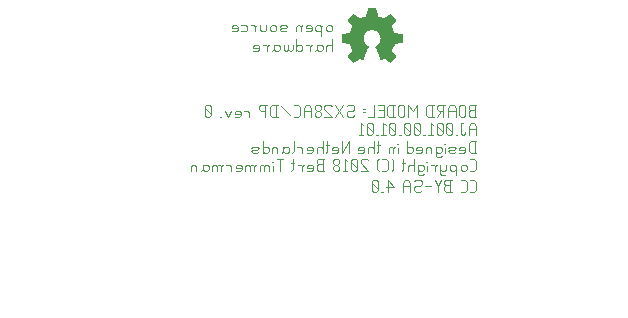
<source format=gbo>
G04 start of page 10 for group -4078 idx -4078 *
G04 Title: AJ.001.00.01.01, bottomsilk *
G04 Creator: pcb 4.1.2 *
G04 CreationDate: Sat Sep 15 15:09:02 2018 UTC *
G04 For: bert *
G04 Format: Gerber/RS-274X *
G04 PCB-Dimensions (mil): 3200.00 2500.00 *
G04 PCB-Coordinate-Origin: lower left *
%MOIN*%
%FSLAX25Y25*%
%LNGBO*%
%ADD116C,0.0046*%
%ADD115C,0.0047*%
%ADD114C,0.0040*%
%ADD113C,0.0046*%
%ADD112C,0.0048*%
%ADD111C,0.0041*%
%ADD110C,0.0041*%
%ADD109C,0.0041*%
%ADD108C,0.0042*%
%ADD107C,0.0042*%
%ADD106C,0.0042*%
%ADD105C,0.0041*%
%ADD104C,0.0043*%
%ADD103C,0.0042*%
%ADD102C,0.0041*%
%ADD101C,0.0042*%
%ADD100C,0.0041*%
%ADD99C,0.0041*%
%ADD98C,0.0041*%
%ADD97C,0.0046*%
%ADD96C,0.0047*%
%ADD95C,0.0043*%
%ADD94C,0.0044*%
%ADD93C,0.0044*%
%ADD92C,0.0043*%
%ADD91C,0.0045*%
%ADD90C,0.0045*%
%ADD89C,0.0045*%
%ADD88C,0.0045*%
%ADD87C,0.0044*%
%ADD86C,0.0043*%
%ADD85C,0.0043*%
%ADD84C,0.0042*%
%ADD83C,0.0043*%
%ADD82C,0.0044*%
%ADD81C,0.0044*%
%ADD80C,0.0044*%
%ADD79C,0.0044*%
%ADD78C,0.0044*%
%ADD77C,0.0044*%
%ADD76C,0.0043*%
%ADD75C,0.0043*%
%ADD74C,0.0043*%
%ADD73C,0.0043*%
%ADD72C,0.0042*%
%ADD71C,0.0042*%
%ADD70C,0.0042*%
%ADD69C,0.0049*%
%ADD68C,0.0050*%
%ADD67C,0.0040*%
%ADD66C,0.0001*%
G54D66*G36*
X175414Y225280D02*X177991D01*
X178074Y225248D01*
X178121Y225172D01*
X178170Y224933D01*
X178214Y224711D01*
X178605Y222579D01*
X178652Y222491D01*
X178735Y222433D01*
X178838Y222389D01*
X179628Y222118D01*
X180378Y221760D01*
X180384D01*
X180471Y221722D01*
X180568Y221708D01*
X180666Y221739D01*
X182439Y222958D01*
X182630Y223083D01*
X182831Y223219D01*
X182917Y223244D01*
X182999Y223208D01*
X183330Y222878D01*
X183834Y222378D01*
X183992Y222215D01*
X184491Y221717D01*
X184653Y221560D01*
X184821Y221386D01*
X184860Y221301D01*
X184838Y221212D01*
X184702Y221011D01*
X184573Y220821D01*
X183384Y219085D01*
X183352Y218993D01*
X183367Y218896D01*
X183412Y218797D01*
X184095Y217191D01*
X184132Y217100D01*
X184195Y217022D01*
X184285Y216975D01*
X186324Y216594D01*
X186548Y216551D01*
X186791Y216508D01*
X186866Y216461D01*
X186895Y216378D01*
Y213801D01*
X186866Y213712D01*
X186791Y213665D01*
X186548Y213622D01*
X186324Y213579D01*
X184345Y213210D01*
X184257Y213162D01*
X184203Y213079D01*
X184175Y213019D01*
Y213008D01*
X183460Y211235D01*
X183455Y211223D01*
X183438Y211180D01*
X183421Y211079D01*
X183449Y210985D01*
X184578Y209353D01*
X184702Y209162D01*
X184843Y208961D01*
X184862Y208875D01*
X184821Y208793D01*
X184653Y208614D01*
X184491Y208457D01*
X183173Y207139D01*
X182999Y206971D01*
X182917Y206930D01*
X182831Y206948D01*
X182630Y207090D01*
X182439Y207214D01*
X180845Y208311D01*
X180746Y208340D01*
X180649Y208321D01*
X180318Y208137D01*
X180124Y208028D01*
X179777Y207850D01*
X179692Y207844D01*
X179630Y207904D01*
X179484Y208261D01*
X179396Y208468D01*
X178013Y211826D01*
X177925Y212032D01*
X177828Y212265D01*
X177824Y212360D01*
X177877Y212433D01*
X178100Y212564D01*
X178241Y212672D01*
X178777Y213118D01*
X179192Y213682D01*
X179459Y214341D01*
X179553Y215071D01*
X179495Y215646D01*
X179330Y216180D01*
X179067Y216665D01*
X178718Y217087D01*
X178298Y217436D01*
X177814Y217700D01*
X177280Y217865D01*
X176706Y217923D01*
X176131Y217865D01*
X175596Y217700D01*
X175113Y217436D01*
X174691Y217087D01*
X174343Y216665D01*
X174081Y216180D01*
X173916Y215646D01*
X173857Y215071D01*
X173950Y214341D01*
X174217Y213682D01*
X174631Y213118D01*
X175170Y212672D01*
X175306Y212564D01*
X175528Y212433D01*
X175582Y212360D01*
X175577Y212265D01*
X175480Y212032D01*
X175392Y211826D01*
X174009Y208468D01*
X173923Y208261D01*
X173775Y207904D01*
X173714Y207844D01*
X173630Y207850D01*
X173288Y208028D01*
X173087Y208137D01*
X172756Y208321D01*
X172657Y208340D01*
X172560Y208311D01*
X170966Y207214D01*
X170781Y207090D01*
X170575Y206948D01*
X170488Y206930D01*
X170406Y206971D01*
X170232Y207139D01*
X170075Y207301D01*
X169577Y207800D01*
X169414Y207958D01*
X168914Y208457D01*
X168752Y208614D01*
X168584Y208793D01*
X168545Y208875D01*
X168567Y208961D01*
X168703Y209162D01*
X168834Y209353D01*
X169956Y210985D01*
X169984Y211079D01*
X169967Y211180D01*
X169945Y211240D01*
X169235Y213014D01*
X169202Y213079D01*
X169148Y213162D01*
X169062Y213210D01*
X167081Y213579D01*
X166859Y213622D01*
X166620Y213665D01*
X166541Y213715D01*
X166512Y213801D01*
Y216378D01*
X166541Y216461D01*
X166620Y216508D01*
X166859Y216557D01*
X167081Y216594D01*
X169121Y216975D01*
X169210Y217022D01*
X169273Y217105D01*
X169310Y217191D01*
X169999Y218797D01*
X170038Y218896D01*
X170055Y218993D01*
X170027Y219085D01*
X168834Y220826D01*
X168703Y221011D01*
X168567Y221212D01*
X168545Y221301D01*
X168584Y221386D01*
X168752Y221560D01*
X168914Y221717D01*
X170406Y223208D01*
X170488Y223244D01*
X170575Y223225D01*
X170781Y223089D01*
X170966Y222958D01*
X172739Y221739D01*
X172837Y221710D01*
X172935Y221728D01*
X173021Y221760D01*
X173032Y221765D01*
X173778Y222119D01*
X174568Y222394D01*
X174671Y222433D01*
X174755Y222491D01*
X174800Y222579D01*
X175198Y224711D01*
X175235Y224933D01*
X175284Y225172D01*
X175331Y225248D01*
X175414Y225280D01*
G37*
G54D67*X211500Y183000D02*Y186000D01*
X210800Y187000D01*
X209700D02*X210800D01*
X209700D02*X209000Y186000D01*
Y183000D02*Y186000D01*
Y185000D02*X211500D01*
X206300Y187000D02*X207100D01*
X206300Y183500D02*Y187000D01*
X206800Y183000D02*X206300Y183500D01*
X206800Y183000D02*X207300D01*
X207800Y183500D02*X207300Y183000D01*
X207800Y183500D02*Y184000D01*
X204600Y183000D02*X205100D01*
X203400Y183500D02*X202900Y183000D01*
X203400Y183500D02*Y186500D01*
X202900Y187000D01*
X201900D02*X202900D01*
X201900D02*X201400Y186500D01*
Y183500D02*Y186500D01*
X201900Y183000D02*X201400Y183500D01*
X201900Y183000D02*X202900D01*
X203400Y184000D02*X201400Y186000D01*
X200200Y183500D02*X199700Y183000D01*
X200200Y183500D02*Y186500D01*
X199700Y187000D01*
X198700D02*X199700D01*
X198700D02*X198200Y186500D01*
Y183500D02*Y186500D01*
X198700Y183000D02*X198200Y183500D01*
X198700Y183000D02*X199700D01*
X200200Y184000D02*X198200Y186000D01*
X197000Y186200D02*X196200Y187000D01*
Y183000D02*Y187000D01*
X195500Y183000D02*X197000D01*
X193800D02*X194300D01*
X192600Y183500D02*X192100Y183000D01*
X192600Y183500D02*Y186500D01*
X192100Y187000D01*
X191100D02*X192100D01*
X191100D02*X190600Y186500D01*
Y183500D02*Y186500D01*
X191100Y183000D02*X190600Y183500D01*
X191100Y183000D02*X192100D01*
X192600Y184000D02*X190600Y186000D01*
X189400Y183500D02*X188900Y183000D01*
X189400Y183500D02*Y186500D01*
X188900Y187000D01*
X187900D02*X188900D01*
X187900D02*X187400Y186500D01*
Y183500D02*Y186500D01*
X187900Y183000D02*X187400Y183500D01*
X187900Y183000D02*X188900D01*
X189400Y184000D02*X187400Y186000D01*
X185700Y183000D02*X186200D01*
X184500Y183500D02*X184000Y183000D01*
X184500Y183500D02*Y186500D01*
X184000Y187000D01*
X183000D02*X184000D01*
X183000D02*X182500Y186500D01*
Y183500D02*Y186500D01*
X183000Y183000D02*X182500Y183500D01*
X183000Y183000D02*X184000D01*
X184500Y184000D02*X182500Y186000D01*
X181300Y186200D02*X180500Y187000D01*
Y183000D02*Y187000D01*
X179800Y183000D02*X181300D01*
X178100D02*X178600D01*
X176900Y183500D02*X176400Y183000D01*
X176900Y183500D02*Y186500D01*
X176400Y187000D01*
X175400D02*X176400D01*
X175400D02*X174900Y186500D01*
Y183500D02*Y186500D01*
X175400Y183000D02*X174900Y183500D01*
X175400Y183000D02*X176400D01*
X176900Y184000D02*X174900Y186000D01*
X173700Y186200D02*X172900Y187000D01*
Y183000D02*Y187000D01*
X172200Y183000D02*X173700D01*
X209500Y164000D02*X210800D01*
X211500Y164700D02*X210800Y164000D01*
X211500Y164700D02*Y167300D01*
X210800Y168000D01*
X209500D02*X210800D01*
X206300Y164000D02*X207600D01*
X208300Y164700D02*X207600Y164000D01*
X208300Y164700D02*Y167300D01*
X207600Y168000D01*
X206300D02*X207600D01*
X201300Y164000D02*X203300D01*
X201300D02*X200800Y164500D01*
Y165700D01*
X201300Y166200D02*X200800Y165700D01*
X201300Y166200D02*X202800D01*
Y164000D02*Y168000D01*
X201300D02*X203300D01*
X201300D02*X200800Y167500D01*
Y166700D02*Y167500D01*
X201300Y166200D02*X200800Y166700D01*
X199600Y168000D02*X198600Y166000D01*
X197600Y168000D01*
X198600Y164000D02*Y166000D01*
X194400D02*X196400D01*
X191200Y168000D02*X190700Y167500D01*
X191200Y168000D02*X192700D01*
X193200Y167500D02*X192700Y168000D01*
X193200Y166500D02*Y167500D01*
Y166500D02*X192700Y166000D01*
X191200D02*X192700D01*
X191200D02*X190700Y165500D01*
Y164500D02*Y165500D01*
X191200Y164000D02*X190700Y164500D01*
X191200Y164000D02*X192700D01*
X193200Y164500D02*X192700Y164000D01*
X189500D02*Y167000D01*
X188800Y168000D01*
X187700D02*X188800D01*
X187700D02*X187000Y167000D01*
Y164000D02*Y167000D01*
Y166000D02*X189500D01*
X184000Y165500D02*X182000Y168000D01*
X181500Y165500D02*X184000D01*
X182000Y164000D02*Y168000D01*
X179800Y164000D02*X180300D01*
X178600Y164500D02*X178100Y164000D01*
X178600Y164500D02*Y167500D01*
X178100Y168000D01*
X177100D02*X178100D01*
X177100D02*X176600Y167500D01*
Y164500D02*Y167500D01*
X177100Y164000D02*X176600Y164500D01*
X177100Y164000D02*X178100D01*
X178600Y165000D02*X176600Y167000D01*
X209500Y171000D02*X210800D01*
X211500Y171700D02*X210800Y171000D01*
X211500Y171700D02*Y174300D01*
X210800Y175000D01*
X209500D02*X210800D01*
X208300Y171500D02*Y172500D01*
X207800Y173000D01*
X206800D02*X207800D01*
X206800D02*X206300Y172500D01*
Y171500D02*Y172500D01*
X206800Y171000D02*X206300Y171500D01*
X206800Y171000D02*X207800D01*
X208300Y171500D02*X207800Y171000D01*
X204600Y169500D02*Y172500D01*
X205100Y173000D02*X204600Y172500D01*
X204100Y173000D01*
X203100D02*X204100D01*
X203100D02*X202600Y172500D01*
Y171500D02*Y172500D01*
X203100Y171000D02*X202600Y171500D01*
X203100Y171000D02*X204100D01*
X204600Y171500D02*X204100Y171000D01*
X201400Y171500D02*Y173000D01*
Y171500D02*X200900Y171000D01*
X199400Y170000D02*Y173000D01*
X199900Y169500D02*X199400Y170000D01*
X199900Y169500D02*X200900D01*
X201400Y170000D02*X200900Y169500D01*
X199900Y171000D02*X200900D01*
X199900D02*X199400Y171500D01*
X197700Y171000D02*Y172500D01*
X197200Y173000D01*
X196200D02*X197200D01*
X198200D02*X197700Y172500D01*
G54D68*X195000Y173900D02*Y174000D01*
G54D67*Y171000D02*Y172500D01*
X192500Y173000D02*X192000Y172500D01*
X192500Y173000D02*X193500D01*
X194000Y172500D02*X193500Y173000D01*
X194000Y171500D02*Y172500D01*
Y171500D02*X193500Y171000D01*
X192500D02*X193500D01*
X192500D02*X192000Y171500D01*
X194000Y170000D02*X193500Y169500D01*
X192500D02*X193500D01*
X192500D02*X192000Y170000D01*
Y173000D01*
X190800Y171000D02*Y175000D01*
Y172500D02*X190300Y173000D01*
X189300D02*X190300D01*
X189300D02*X188800Y172500D01*
Y171000D02*Y172500D01*
X187100Y171500D02*Y175000D01*
Y171500D02*X186600Y171000D01*
Y173500D02*X187600D01*
X183800Y171500D02*X183300Y171000D01*
X183800Y174500D02*X183300Y175000D01*
X183800Y171500D02*Y174500D01*
X180100Y171000D02*X181400D01*
X182100Y171700D02*X181400Y171000D01*
X182100Y171700D02*Y174300D01*
X181400Y175000D01*
X180100D02*X181400D01*
X178900D02*X178400Y174500D01*
Y171500D02*Y174500D01*
X178900Y171000D02*X178400Y171500D01*
X175400Y174500D02*X174900Y175000D01*
X173400D02*X174900D01*
X173400D02*X172900Y174500D01*
Y173500D02*Y174500D01*
X175400Y171000D02*X172900Y173500D01*
Y171000D02*X175400D01*
X171700Y171500D02*X171200Y171000D01*
X171700Y171500D02*Y174500D01*
X171200Y175000D01*
X170200D02*X171200D01*
X170200D02*X169700Y174500D01*
Y171500D02*Y174500D01*
X170200Y171000D02*X169700Y171500D01*
X170200Y171000D02*X171200D01*
X171700Y172000D02*X169700Y174000D01*
X168500Y174200D02*X167700Y175000D01*
Y171000D02*Y175000D01*
X167000Y171000D02*X168500D01*
X165800Y171500D02*X165300Y171000D01*
X165800Y171500D02*Y172300D01*
X165100Y173000D01*
X164500D02*X165100D01*
X164500D02*X163800Y172300D01*
Y171500D02*Y172300D01*
X164300Y171000D02*X163800Y171500D01*
X164300Y171000D02*X165300D01*
X165800Y173700D02*X165100Y173000D01*
X165800Y173700D02*Y174500D01*
X165300Y175000D01*
X164300D02*X165300D01*
X164300D02*X163800Y174500D01*
Y173700D02*Y174500D01*
X164500Y173000D02*X163800Y173700D01*
X158800Y171000D02*X160800D01*
X158800D02*X158300Y171500D01*
Y172700D01*
X158800Y173200D02*X158300Y172700D01*
X158800Y173200D02*X160300D01*
Y171000D02*Y175000D01*
X158800D02*X160800D01*
X158800D02*X158300Y174500D01*
Y173700D02*Y174500D01*
X158800Y173200D02*X158300Y173700D01*
X155100Y171000D02*X156600D01*
X157100Y171500D02*X156600Y171000D01*
X157100Y171500D02*Y172500D01*
X156600Y173000D01*
X155600D02*X156600D01*
X155600D02*X155100Y172500D01*
Y172000D02*X157100D01*
X155100D02*Y172500D01*
X153400Y171000D02*Y172500D01*
X152900Y173000D01*
X151900D02*X152900D01*
X153900D02*X153400Y172500D01*
X150200Y171500D02*Y175000D01*
Y171500D02*X149700Y171000D01*
Y173500D02*X150700D01*
X144900Y175000D02*X146900D01*
X145900Y171000D02*Y175000D01*
G54D68*X143700Y173900D02*Y174000D01*
G54D67*Y171000D02*Y172500D01*
X142200Y171000D02*Y172500D01*
X141700Y173000D01*
X141200D02*X141700D01*
X141200D02*X140700Y172500D01*
Y171000D02*Y172500D01*
X140200Y173000D01*
X139700D02*X140200D01*
X139700D02*X139200Y172500D01*
Y171000D02*Y172500D01*
X142700Y173000D02*X142200Y172500D01*
X137500Y171000D02*Y172500D01*
X137000Y173000D01*
X136500D02*X137000D01*
X136500D02*X136000Y172500D01*
Y171000D02*Y172500D01*
X135500Y173000D01*
X135000D02*X135500D01*
X135000D02*X134500Y172500D01*
Y171000D02*Y172500D01*
X138000Y173000D02*X137500Y172500D01*
X131300Y171000D02*X132800D01*
X133300Y171500D02*X132800Y171000D01*
X133300Y171500D02*Y172500D01*
X132800Y173000D01*
X131800D02*X132800D01*
X131800D02*X131300Y172500D01*
Y172000D02*X133300D01*
X131300D02*Y172500D01*
X129600Y171000D02*Y172500D01*
X129100Y173000D01*
X128100D02*X129100D01*
X130100D02*X129600Y172500D01*
X126400Y171000D02*Y172500D01*
X125900Y173000D01*
X125400D02*X125900D01*
X125400D02*X124900Y172500D01*
Y171000D02*Y172500D01*
X124400Y173000D01*
X123900D02*X124400D01*
X123900D02*X123400Y172500D01*
Y171000D02*Y172500D01*
X126900Y173000D02*X126400Y172500D01*
X120700Y173000D02*X120200Y172500D01*
X120700Y173000D02*X121700D01*
X122200Y172500D02*X121700Y173000D01*
X122200Y171500D02*Y172500D01*
Y171500D02*X121700Y171000D01*
X120200Y171500D02*Y173000D01*
Y171500D02*X119700Y171000D01*
X120700D02*X121700D01*
X120700D02*X120200Y171500D01*
X118000Y171000D02*Y172500D01*
X117500Y173000D01*
X117000D02*X117500D01*
X117000D02*X116500Y172500D01*
Y171000D02*Y172500D01*
X118500Y173000D02*X118000Y172500D01*
X209500Y189000D02*X211500D01*
X209500D02*X209000Y189500D01*
Y190700D01*
X209500Y191200D02*X209000Y190700D01*
X209500Y191200D02*X211000D01*
Y189000D02*Y193000D01*
X209500D02*X211500D01*
X209500D02*X209000Y192500D01*
Y191700D02*Y192500D01*
X209500Y191200D02*X209000Y191700D01*
X207800Y189500D02*Y192500D01*
X207300Y193000D01*
X206300D02*X207300D01*
X206300D02*X205800Y192500D01*
Y189500D02*Y192500D01*
X206300Y189000D02*X205800Y189500D01*
X206300Y189000D02*X207300D01*
X207800Y189500D02*X207300Y189000D01*
X204600D02*Y192000D01*
X203900Y193000D01*
X202800D02*X203900D01*
X202800D02*X202100Y192000D01*
Y189000D02*Y192000D01*
Y191000D02*X204600D01*
X198900Y193000D02*X200900D01*
X198900D02*X198400Y192500D01*
Y191500D02*Y192500D01*
X198900Y191000D02*X198400Y191500D01*
X198900Y191000D02*X200400D01*
Y189000D02*Y193000D01*
X199600Y191000D02*X198400Y189000D01*
X196700D02*Y193000D01*
X195400D02*X194700Y192300D01*
Y189700D02*Y192300D01*
X195400Y189000D02*X194700Y189700D01*
X195400Y189000D02*X197200D01*
X195400Y193000D02*X197200D01*
X191700Y189000D02*Y193000D01*
X190200Y191000D01*
X188700Y193000D01*
Y189000D02*Y193000D01*
X187500Y189500D02*Y192500D01*
X187000Y193000D01*
X186000D02*X187000D01*
X186000D02*X185500Y192500D01*
Y189500D02*Y192500D01*
X186000Y189000D02*X185500Y189500D01*
X186000Y189000D02*X187000D01*
X187500Y189500D02*X187000Y189000D01*
X183800D02*Y193000D01*
X182500D02*X181800Y192300D01*
Y189700D02*Y192300D01*
X182500Y189000D02*X181800Y189700D01*
X182500Y189000D02*X184300D01*
X182500Y193000D02*X184300D01*
X179100Y191200D02*X180600D01*
X178600Y189000D02*X180600D01*
Y193000D01*
X178600D02*X180600D01*
X177400Y189000D02*Y193000D01*
X175400Y189000D02*X177400D01*
X173700Y191500D02*X174200D01*
X173700Y190500D02*X174200D01*
X168700Y193000D02*X168200Y192500D01*
X168700Y193000D02*X170200D01*
X170700Y192500D02*X170200Y193000D01*
X170700Y191500D02*Y192500D01*
Y191500D02*X170200Y191000D01*
X168700D02*X170200D01*
X168700D02*X168200Y190500D01*
Y189500D02*Y190500D01*
X168700Y189000D02*X168200Y189500D01*
X168700Y189000D02*X170200D01*
X170700Y189500D02*X170200Y189000D01*
X167000D02*X164500Y193000D01*
X167000D02*X164500Y189000D01*
X163300Y192500D02*X162800Y193000D01*
X161300D02*X162800D01*
X161300D02*X160800Y192500D01*
Y191500D02*Y192500D01*
X163300Y189000D02*X160800Y191500D01*
Y189000D02*X163300D01*
X159600Y189500D02*X159100Y189000D01*
X159600Y189500D02*Y190300D01*
X158900Y191000D01*
X158300D02*X158900D01*
X158300D02*X157600Y190300D01*
Y189500D02*Y190300D01*
X158100Y189000D02*X157600Y189500D01*
X158100Y189000D02*X159100D01*
X159600Y191700D02*X158900Y191000D01*
X159600Y191700D02*Y192500D01*
X159100Y193000D01*
X158100D02*X159100D01*
X158100D02*X157600Y192500D01*
Y191700D02*Y192500D01*
X158300Y191000D02*X157600Y191700D01*
X156400Y189000D02*Y192000D01*
X155700Y193000D01*
X154600D02*X155700D01*
X154600D02*X153900Y192000D01*
Y189000D02*Y192000D01*
Y191000D02*X156400D01*
X150700Y189000D02*X152000D01*
X152700Y189700D02*X152000Y189000D01*
X152700Y189700D02*Y192300D01*
X152000Y193000D01*
X150700D02*X152000D01*
X149500Y189500D02*X146500Y192500D01*
X144800Y189000D02*Y193000D01*
X143500D02*X142800Y192300D01*
Y189700D02*Y192300D01*
X143500Y189000D02*X142800Y189700D01*
X143500Y189000D02*X145300D01*
X143500Y193000D02*X145300D01*
X141100Y189000D02*Y193000D01*
X139600D02*X141600D01*
X139600D02*X139100Y192500D01*
Y191500D02*Y192500D01*
X139600Y191000D02*X139100Y191500D01*
X139600Y191000D02*X141100D01*
X135600Y189000D02*Y190500D01*
X135100Y191000D01*
X134100D02*X135100D01*
X136100D02*X135600Y190500D01*
X130900Y189000D02*X132400D01*
X132900Y189500D02*X132400Y189000D01*
X132900Y189500D02*Y190500D01*
X132400Y191000D01*
X131400D02*X132400D01*
X131400D02*X130900Y190500D01*
Y190000D02*X132900D01*
X130900D02*Y190500D01*
X129700Y191000D02*X128700Y189000D01*
X127700Y191000D02*X128700Y189000D01*
X126000D02*X126500D01*
X123000Y189500D02*X122500Y189000D01*
X123000Y189500D02*Y192500D01*
X122500Y193000D01*
X121500D02*X122500D01*
X121500D02*X121000Y192500D01*
Y189500D02*Y192500D01*
X121500Y189000D02*X121000Y189500D01*
X121500Y189000D02*X122500D01*
X123000Y190000D02*X121000Y192000D01*
X163500Y218000D02*Y219000D01*
X163000Y219500D01*
X162000D02*X163000D01*
X162000D02*X161500Y219000D01*
Y218000D02*Y219000D01*
X162000Y217500D02*X161500Y218000D01*
X162000Y217500D02*X163000D01*
X163500Y218000D02*X163000Y217500D01*
X159800Y216000D02*Y219000D01*
X160300Y219500D02*X159800Y219000D01*
X159300Y219500D01*
X158300D02*X159300D01*
X158300D02*X157800Y219000D01*
Y218000D02*Y219000D01*
X158300Y217500D02*X157800Y218000D01*
X158300Y217500D02*X159300D01*
X159800Y218000D02*X159300Y217500D01*
X154600D02*X156100D01*
X156600Y218000D02*X156100Y217500D01*
X156600Y218000D02*Y219000D01*
X156100Y219500D01*
X155100D02*X156100D01*
X155100D02*X154600Y219000D01*
Y218500D02*X156600D01*
X154600D02*Y219000D01*
X152900Y217500D02*Y219000D01*
X152400Y219500D01*
X151900D02*X152400D01*
X151900D02*X151400Y219000D01*
Y217500D02*Y219000D01*
X153400Y219500D02*X152900Y219000D01*
X146400Y217500D02*X147900D01*
X146400D02*X145900Y218000D01*
X146400Y218500D02*X145900Y218000D01*
X146400Y218500D02*X147900D01*
X148400Y219000D02*X147900Y218500D01*
X148400Y219000D02*X147900Y219500D01*
X146400D02*X147900D01*
X146400D02*X145900Y219000D01*
X148400Y218000D02*X147900Y217500D01*
X144700Y218000D02*Y219000D01*
X144200Y219500D01*
X143200D02*X144200D01*
X143200D02*X142700Y219000D01*
Y218000D02*Y219000D01*
X143200Y217500D02*X142700Y218000D01*
X143200Y217500D02*X144200D01*
X144700Y218000D02*X144200Y217500D01*
X141500Y218000D02*Y219500D01*
Y218000D02*X141000Y217500D01*
X140000D02*X141000D01*
X140000D02*X139500Y218000D01*
Y219500D01*
X137800Y217500D02*Y219000D01*
X137300Y219500D01*
X136300D02*X137300D01*
X138300D02*X137800Y219000D01*
X133100Y219500D02*X134600D01*
X135100Y219000D02*X134600Y219500D01*
X135100Y218000D02*Y219000D01*
Y218000D02*X134600Y217500D01*
X133100D02*X134600D01*
X129900D02*X131400D01*
X131900Y218000D02*X131400Y217500D01*
X131900Y218000D02*Y219000D01*
X131400Y219500D01*
X130400D02*X131400D01*
X130400D02*X129900Y219000D01*
Y218500D02*X131900D01*
X129900D02*Y219000D01*
X163500Y211000D02*Y215000D01*
Y212500D02*X163000Y213000D01*
X162000D02*X163000D01*
X162000D02*X161500Y212500D01*
Y211000D02*Y212500D01*
X158800Y213000D02*X158300Y212500D01*
X158800Y213000D02*X159800D01*
X160300Y212500D02*X159800Y213000D01*
X160300Y211500D02*Y212500D01*
Y211500D02*X159800Y211000D01*
X158300Y211500D02*Y213000D01*
Y211500D02*X157800Y211000D01*
X158800D02*X159800D01*
X158800D02*X158300Y211500D01*
X156100Y211000D02*Y212500D01*
X155600Y213000D01*
X154600D02*X155600D01*
X156600D02*X156100Y212500D01*
X151400Y211000D02*Y215000D01*
X151900Y211000D02*X151400Y211500D01*
X151900Y211000D02*X152900D01*
X153400Y211500D02*X152900Y211000D01*
X153400Y211500D02*Y212500D01*
X152900Y213000D01*
X151900D02*X152900D01*
X151900D02*X151400Y212500D01*
X150200Y211500D02*Y213000D01*
Y211500D02*X149700Y211000D01*
X149200D02*X149700D01*
X149200D02*X148700Y211500D01*
Y213000D01*
Y211500D02*X148200Y211000D01*
X147700D02*X148200D01*
X147700D02*X147200Y211500D01*
Y213000D01*
X144500D02*X144000Y212500D01*
X144500Y213000D02*X145500D01*
X146000Y212500D02*X145500Y213000D01*
X146000Y211500D02*Y212500D01*
Y211500D02*X145500Y211000D01*
X144000Y211500D02*Y213000D01*
Y211500D02*X143500Y211000D01*
X144500D02*X145500D01*
X144500D02*X144000Y211500D01*
X141800Y211000D02*Y212500D01*
X141300Y213000D01*
X140300D02*X141300D01*
X142300D02*X141800Y212500D01*
X137100Y211000D02*X138600D01*
X139100Y211500D02*X138600Y211000D01*
X139100Y211500D02*Y212500D01*
X138600Y213000D01*
X137600D02*X138600D01*
X137600D02*X137100Y212500D01*
Y212000D02*X139100D01*
X137100D02*Y212500D01*
X211000Y177000D02*Y181000D01*
X209700D02*X209000Y180300D01*
Y177700D02*Y180300D01*
X209700Y177000D02*X209000Y177700D01*
X209700Y177000D02*X211500D01*
X209700Y181000D02*X211500D01*
X205800Y177000D02*X207300D01*
X207800Y177500D02*X207300Y177000D01*
X207800Y177500D02*Y178500D01*
X207300Y179000D01*
X206300D02*X207300D01*
X206300D02*X205800Y178500D01*
Y178000D02*X207800D01*
X205800D02*Y178500D01*
X202600Y177000D02*X204100D01*
X202600D02*X202100Y177500D01*
X202600Y178000D02*X202100Y177500D01*
X202600Y178000D02*X204100D01*
X204600Y178500D02*X204100Y178000D01*
X204600Y178500D02*X204100Y179000D01*
X202600D02*X204100D01*
X202600D02*X202100Y178500D01*
X204600Y177500D02*X204100Y177000D01*
G54D68*X200900Y179900D02*Y180000D01*
G54D67*Y177000D02*Y178500D01*
X198400Y179000D02*X197900Y178500D01*
X198400Y179000D02*X199400D01*
X199900Y178500D02*X199400Y179000D01*
X199900Y177500D02*Y178500D01*
Y177500D02*X199400Y177000D01*
X198400D02*X199400D01*
X198400D02*X197900Y177500D01*
X199900Y176000D02*X199400Y175500D01*
X198400D02*X199400D01*
X198400D02*X197900Y176000D01*
Y179000D01*
X196200Y177000D02*Y178500D01*
X195700Y179000D01*
X195200D02*X195700D01*
X195200D02*X194700Y178500D01*
Y177000D02*Y178500D01*
X196700Y179000D02*X196200Y178500D01*
X191500Y177000D02*X193000D01*
X193500Y177500D02*X193000Y177000D01*
X193500Y177500D02*Y178500D01*
X193000Y179000D01*
X192000D02*X193000D01*
X192000D02*X191500Y178500D01*
Y178000D02*X193500D01*
X191500D02*Y178500D01*
X188300Y177000D02*Y181000D01*
X188800Y177000D02*X188300Y177500D01*
X188800Y177000D02*X189800D01*
X190300Y177500D02*X189800Y177000D01*
X190300Y177500D02*Y178500D01*
X189800Y179000D01*
X188800D02*X189800D01*
X188800D02*X188300Y178500D01*
G54D68*X185300Y179900D02*Y180000D01*
G54D67*Y177000D02*Y178500D01*
X183800Y177000D02*Y178500D01*
X183300Y179000D01*
X182800D02*X183300D01*
X182800D02*X182300Y178500D01*
Y177000D02*Y178500D01*
X184300Y179000D02*X183800Y178500D01*
X178800Y177500D02*Y181000D01*
Y177500D02*X178300Y177000D01*
Y179500D02*X179300D01*
X177300Y177000D02*Y181000D01*
Y178500D02*X176800Y179000D01*
X175800D02*X176800D01*
X175800D02*X175300Y178500D01*
Y177000D02*Y178500D01*
X172100Y177000D02*X173600D01*
X174100Y177500D02*X173600Y177000D01*
X174100Y177500D02*Y178500D01*
X173600Y179000D01*
X172600D02*X173600D01*
X172600D02*X172100Y178500D01*
Y178000D02*X174100D01*
X172100D02*Y178500D01*
X169100Y177000D02*Y181000D01*
X166600Y177000D01*
Y181000D01*
X163400Y177000D02*X164900D01*
X165400Y177500D02*X164900Y177000D01*
X165400Y177500D02*Y178500D01*
X164900Y179000D01*
X163900D02*X164900D01*
X163900D02*X163400Y178500D01*
Y178000D02*X165400D01*
X163400D02*Y178500D01*
X161700Y177500D02*Y181000D01*
Y177500D02*X161200Y177000D01*
Y179500D02*X162200D01*
X160200Y177000D02*Y181000D01*
Y178500D02*X159700Y179000D01*
X158700D02*X159700D01*
X158700D02*X158200Y178500D01*
Y177000D02*Y178500D01*
X155000Y177000D02*X156500D01*
X157000Y177500D02*X156500Y177000D01*
X157000Y177500D02*Y178500D01*
X156500Y179000D01*
X155500D02*X156500D01*
X155500D02*X155000Y178500D01*
Y178000D02*X157000D01*
X155000D02*Y178500D01*
X153300Y177000D02*Y178500D01*
X152800Y179000D01*
X151800D02*X152800D01*
X153800D02*X153300Y178500D01*
X150600Y177500D02*Y181000D01*
Y177500D02*X150100Y177000D01*
X147600Y179000D02*X147100Y178500D01*
X147600Y179000D02*X148600D01*
X149100Y178500D02*X148600Y179000D01*
X149100Y177500D02*Y178500D01*
Y177500D02*X148600Y177000D01*
X147100Y177500D02*Y179000D01*
Y177500D02*X146600Y177000D01*
X147600D02*X148600D01*
X147600D02*X147100Y177500D01*
X144900Y177000D02*Y178500D01*
X144400Y179000D01*
X143900D02*X144400D01*
X143900D02*X143400Y178500D01*
Y177000D02*Y178500D01*
X145400Y179000D02*X144900Y178500D01*
X140200Y177000D02*Y181000D01*
X140700Y177000D02*X140200Y177500D01*
X140700Y177000D02*X141700D01*
X142200Y177500D02*X141700Y177000D01*
X142200Y177500D02*Y178500D01*
X141700Y179000D01*
X140700D02*X141700D01*
X140700D02*X140200Y178500D01*
X137000Y177000D02*X138500D01*
X137000D02*X136500Y177500D01*
X137000Y178000D02*X136500Y177500D01*
X137000Y178000D02*X138500D01*
X139000Y178500D02*X138500Y178000D01*
X139000Y178500D02*X138500Y179000D01*
X137000D02*X138500D01*
X137000D02*X136500Y178500D01*
X139000Y177500D02*X138500Y177000D01*
G54D69*X256754Y180762D03*
Y165999D03*
G54D70*X256262Y179778D03*
G54D71*Y179286D03*
G54D72*Y178794D03*
G54D73*Y178302D03*
G54D74*Y177810D03*
G54D75*Y177317D03*
G54D76*Y176825D03*
G54D77*Y176333D03*
G54D78*Y175841D03*
G54D79*Y175349D03*
G54D80*Y174857D03*
G54D81*Y174365D03*
G54D82*Y173873D03*
Y173380D03*
G54D81*Y172888D03*
G54D80*Y172396D03*
G54D79*Y171904D03*
G54D78*Y171412D03*
G54D83*Y170920D03*
G54D76*Y170428D03*
G54D70*X255770Y180270D03*
G54D71*Y179778D03*
G54D84*Y179286D03*
G54D85*Y178794D03*
G54D86*Y178302D03*
G54D76*Y177810D03*
G54D77*Y177317D03*
G54D78*Y176825D03*
G54D81*Y176333D03*
G54D87*Y175841D03*
G54D88*Y175349D03*
G54D89*Y174857D03*
G54D90*Y174365D03*
G54D91*Y173873D03*
Y173380D03*
G54D90*Y172888D03*
G54D89*Y172396D03*
G54D88*Y171904D03*
G54D87*Y171412D03*
G54D81*Y170920D03*
G54D78*Y170428D03*
G54D71*X255278Y180270D03*
G54D84*Y179778D03*
G54D85*Y179286D03*
G54D75*Y178794D03*
G54D92*Y178302D03*
G54D93*Y177810D03*
G54D80*Y177317D03*
G54D94*Y176825D03*
G54D89*Y176333D03*
Y170920D03*
G54D94*Y170428D03*
G54D80*Y169936D03*
G54D72*X254786Y180270D03*
G54D85*Y179778D03*
G54D75*Y179286D03*
G54D92*Y178794D03*
G54D78*Y178302D03*
G54D82*Y177810D03*
G54D88*Y177317D03*
Y169936D03*
G54D81*Y169443D03*
G54D73*X254294Y180270D03*
G54D86*Y179778D03*
G54D92*Y179286D03*
G54D78*Y178794D03*
G54D82*Y178302D03*
G54D89*Y177810D03*
G54D95*Y173873D03*
Y173380D03*
G54D89*Y169443D03*
G54D82*Y168951D03*
G54D74*X253802Y180270D03*
G54D76*Y179778D03*
G54D93*Y179286D03*
G54D82*Y178794D03*
G54D89*Y178302D03*
G54D96*Y175349D03*
G54D69*Y174857D03*
Y174365D03*
Y173873D03*
Y173380D03*
Y172888D03*
Y172396D03*
Y171904D03*
G54D89*Y168951D03*
G54D81*Y168459D03*
G54D75*X253310Y180270D03*
G54D77*Y179778D03*
G54D80*Y179286D03*
G54D88*Y178794D03*
G54D82*Y176333D03*
G54D69*Y175841D03*
Y175349D03*
Y174857D03*
Y174365D03*
Y173873D03*
Y173380D03*
Y172888D03*
Y172396D03*
Y171904D03*
Y171412D03*
G54D97*Y170920D03*
G54D88*Y168459D03*
G54D80*Y167967D03*
G54D76*X252817Y180270D03*
G54D79*Y179778D03*
G54D94*Y179286D03*
G54D96*Y176825D03*
G54D69*Y176333D03*
Y175841D03*
Y175349D03*
G54D95*Y174857D03*
G54D98*Y172396D03*
G54D69*Y171904D03*
Y171412D03*
Y170920D03*
G54D96*Y170428D03*
G54D94*Y167967D03*
G54D99*Y167475D03*
G54D77*X252325Y180270D03*
G54D81*Y179778D03*
G54D89*Y179286D03*
G54D97*Y177317D03*
G54D69*Y176825D03*
Y176333D03*
Y175841D03*
G54D95*Y175349D03*
Y171904D03*
G54D69*Y171412D03*
Y170920D03*
Y170428D03*
G54D82*Y169936D03*
G54D89*Y167967D03*
G54D81*Y167475D03*
G54D78*X251833Y180270D03*
G54D94*Y179778D03*
G54D69*Y177317D03*
Y176825D03*
Y176333D03*
Y175841D03*
Y171412D03*
Y170920D03*
Y170428D03*
Y169936D03*
G54D87*Y167475D03*
G54D79*X251341Y180270D03*
G54D88*Y179778D03*
G54D96*Y177810D03*
G54D69*Y177317D03*
Y176825D03*
Y176333D03*
Y175841D03*
G54D97*Y174365D03*
G54D69*Y173873D03*
Y173380D03*
G54D96*Y172888D03*
G54D69*Y171412D03*
Y170920D03*
Y170428D03*
Y169936D03*
G54D96*Y169443D03*
G54D88*Y167475D03*
G54D95*Y166983D03*
G54D80*X250849Y180270D03*
G54D89*Y179778D03*
G54D69*Y177810D03*
Y177317D03*
Y176825D03*
Y176333D03*
Y175841D03*
G54D95*Y174365D03*
G54D69*Y173873D03*
Y173380D03*
G54D82*Y172888D03*
G54D69*Y171412D03*
Y170920D03*
Y170428D03*
Y169936D03*
Y169443D03*
G54D89*Y167475D03*
G54D80*Y166983D03*
G54D81*X250357Y180270D03*
G54D90*Y179778D03*
G54D69*Y177810D03*
Y177317D03*
Y176825D03*
Y176333D03*
Y175841D03*
Y173873D03*
Y173380D03*
Y171412D03*
Y170920D03*
Y170428D03*
Y169936D03*
Y169443D03*
G54D90*Y167475D03*
G54D81*Y166983D03*
G54D82*X249865Y180270D03*
G54D91*Y179778D03*
G54D95*Y178302D03*
G54D69*Y177810D03*
Y177317D03*
Y176825D03*
Y176333D03*
Y175841D03*
Y175349D03*
Y173873D03*
Y173380D03*
Y171904D03*
Y171412D03*
Y170920D03*
Y170428D03*
Y169936D03*
Y169443D03*
G54D95*Y168951D03*
G54D91*Y167475D03*
G54D82*Y166983D03*
X249373Y180270D03*
G54D91*Y179778D03*
G54D95*Y178302D03*
G54D69*Y177810D03*
Y177317D03*
Y176825D03*
Y176333D03*
Y175841D03*
Y175349D03*
G54D98*Y174857D03*
Y172396D03*
G54D69*Y171904D03*
Y171412D03*
Y170920D03*
Y170428D03*
Y169936D03*
Y169443D03*
G54D95*Y168951D03*
G54D91*Y167475D03*
G54D82*Y166983D03*
G54D81*X248880Y180270D03*
G54D90*Y179778D03*
G54D69*Y177810D03*
Y177317D03*
Y176825D03*
Y176333D03*
Y175841D03*
G54D95*Y175349D03*
G54D98*Y171904D03*
G54D69*Y171412D03*
Y170920D03*
Y170428D03*
Y169936D03*
Y169443D03*
G54D90*Y167475D03*
G54D81*Y166983D03*
X248388Y180270D03*
G54D89*Y179778D03*
G54D69*Y177810D03*
Y177317D03*
Y176825D03*
Y176333D03*
Y175841D03*
Y171412D03*
Y170920D03*
Y170428D03*
Y169936D03*
Y169443D03*
G54D89*Y167475D03*
G54D80*Y166983D03*
G54D79*X247896Y180270D03*
G54D88*Y179778D03*
G54D69*Y177810D03*
Y177317D03*
Y176825D03*
Y176333D03*
Y175841D03*
G54D97*Y174365D03*
G54D69*Y173873D03*
Y173380D03*
G54D96*Y172888D03*
G54D69*Y171412D03*
Y170920D03*
Y170428D03*
Y169936D03*
G54D96*Y169443D03*
G54D88*Y167475D03*
G54D95*Y166983D03*
G54D78*X247404Y180270D03*
G54D94*Y179778D03*
G54D69*Y177317D03*
Y176825D03*
Y176333D03*
Y175841D03*
G54D98*Y174365D03*
G54D69*Y173873D03*
Y173380D03*
G54D82*Y172888D03*
G54D69*Y171412D03*
Y170920D03*
Y170428D03*
Y169936D03*
G54D94*Y167475D03*
G54D77*X246912Y180270D03*
G54D81*Y179778D03*
G54D89*Y179286D03*
G54D96*Y177317D03*
G54D69*Y176825D03*
Y176333D03*
Y175841D03*
Y173873D03*
Y173380D03*
Y171412D03*
Y170920D03*
Y170428D03*
G54D97*Y169936D03*
G54D89*Y167967D03*
G54D81*Y167475D03*
G54D92*X246420Y180270D03*
G54D79*Y179778D03*
G54D94*Y179286D03*
G54D96*Y176825D03*
G54D69*Y176333D03*
Y175841D03*
Y175349D03*
Y173873D03*
Y173380D03*
Y171904D03*
Y171412D03*
Y170920D03*
G54D96*Y170428D03*
G54D94*Y167967D03*
G54D100*Y167475D03*
G54D75*X245928Y180270D03*
G54D77*Y179778D03*
G54D81*Y179286D03*
G54D88*Y178794D03*
G54D96*Y176333D03*
G54D69*Y175841D03*
Y175349D03*
Y174857D03*
Y174365D03*
Y173873D03*
Y173380D03*
Y172888D03*
Y172396D03*
Y171904D03*
Y171412D03*
G54D96*Y170920D03*
G54D88*Y168459D03*
G54D80*Y167967D03*
G54D74*X245436Y180270D03*
G54D76*Y179778D03*
G54D78*Y179286D03*
G54D82*Y178794D03*
G54D76*Y178302D03*
G54D69*Y175349D03*
Y174857D03*
Y174365D03*
Y173873D03*
Y173380D03*
Y172888D03*
Y172396D03*
Y171904D03*
G54D89*Y168951D03*
G54D82*Y168459D03*
G54D73*X244943Y180270D03*
G54D75*Y179778D03*
G54D92*Y179286D03*
G54D79*Y178794D03*
G54D87*Y178302D03*
G54D76*Y177810D03*
G54D95*Y173873D03*
Y173380D03*
G54D89*Y169443D03*
G54D87*Y168951D03*
G54D72*X244451Y180270D03*
G54D85*Y179778D03*
G54D75*Y179286D03*
G54D83*Y178794D03*
G54D79*Y178302D03*
G54D82*Y177810D03*
G54D88*Y177317D03*
Y169936D03*
G54D82*Y169443D03*
G54D71*X243959Y180270D03*
G54D84*Y179778D03*
G54D85*Y179286D03*
G54D75*Y178794D03*
G54D92*Y178302D03*
G54D78*Y177810D03*
G54D81*Y177317D03*
G54D94*Y176825D03*
G54D89*Y176333D03*
Y170920D03*
G54D94*Y170428D03*
G54D80*Y169936D03*
G54D70*X243467Y180270D03*
G54D71*Y179778D03*
G54D84*Y179286D03*
G54D85*Y178794D03*
G54D75*Y178302D03*
G54D76*Y177810D03*
G54D77*Y177317D03*
G54D79*Y176825D03*
G54D81*Y176333D03*
G54D94*Y175841D03*
G54D88*Y175349D03*
G54D89*Y174857D03*
G54D90*Y174365D03*
G54D91*Y173873D03*
Y173380D03*
G54D90*Y172888D03*
G54D89*Y172396D03*
G54D88*Y171904D03*
G54D94*Y171412D03*
G54D81*Y170920D03*
G54D79*Y170428D03*
G54D101*X242975Y180270D03*
G54D70*Y179778D03*
G54D71*Y179286D03*
G54D72*Y178794D03*
G54D73*Y178302D03*
G54D74*Y177810D03*
G54D75*Y177317D03*
G54D92*Y176825D03*
G54D77*Y176333D03*
G54D78*Y175841D03*
G54D79*Y175349D03*
G54D81*Y174857D03*
Y174365D03*
G54D82*Y173873D03*
Y173380D03*
G54D81*Y172888D03*
G54D80*Y172396D03*
G54D79*Y171904D03*
G54D78*Y171412D03*
G54D77*Y170920D03*
G54D76*Y170428D03*
G54D102*X242483Y180270D03*
G54D101*Y179778D03*
G54D70*Y179286D03*
G54D71*Y178794D03*
G54D72*Y178302D03*
G54D103*Y177810D03*
G54D85*Y177317D03*
G54D86*Y176825D03*
G54D75*Y176333D03*
G54D76*Y175841D03*
G54D92*Y175349D03*
G54D83*Y174857D03*
G54D77*Y174365D03*
Y173873D03*
Y173380D03*
Y172888D03*
G54D83*Y172396D03*
G54D92*Y171904D03*
G54D104*Y171412D03*
G54D75*Y170920D03*
G54D74*Y170428D03*
G54D105*X241991Y180270D03*
G54D102*Y179778D03*
G54D101*Y179286D03*
G54D106*Y178794D03*
G54D107*Y178302D03*
G54D108*Y177810D03*
G54D72*Y177317D03*
G54D103*Y176825D03*
G54D73*Y176333D03*
G54D85*Y175841D03*
G54D86*Y175349D03*
G54D75*Y174857D03*
Y174365D03*
Y173873D03*
Y173380D03*
Y172888D03*
Y172396D03*
G54D86*Y171904D03*
G54D85*Y171412D03*
G54D73*Y170920D03*
G54D103*Y170428D03*
G54D109*X241499Y180270D03*
G54D105*Y179778D03*
G54D110*Y179286D03*
G54D102*Y178794D03*
G54D101*Y178302D03*
G54D70*Y177810D03*
G54D107*Y177317D03*
G54D71*Y176825D03*
G54D72*Y176333D03*
G54D84*Y175841D03*
G54D103*Y175349D03*
G54D95*Y174857D03*
G54D73*Y174365D03*
Y173873D03*
Y173380D03*
Y172888D03*
G54D95*Y172396D03*
G54D84*Y171904D03*
G54D72*Y171412D03*
Y170920D03*
G54D71*Y170428D03*
G54D99*X241006Y180270D03*
G54D109*Y179778D03*
G54D105*Y179286D03*
G54D110*Y178794D03*
G54D102*Y178302D03*
Y177810D03*
G54D101*Y177317D03*
G54D106*Y176825D03*
G54D70*Y176333D03*
G54D107*Y175841D03*
G54D71*Y175349D03*
G54D108*Y174857D03*
Y174365D03*
Y173873D03*
Y173380D03*
Y172888D03*
Y172396D03*
G54D71*Y171904D03*
G54D107*Y171412D03*
G54D70*Y170920D03*
G54D106*Y170428D03*
G54D99*X240514Y180270D03*
Y179778D03*
G54D100*Y179286D03*
G54D109*Y178794D03*
G54D105*Y178302D03*
G54D110*Y177810D03*
Y177317D03*
G54D102*Y176825D03*
G54D101*Y176333D03*
Y175841D03*
G54D106*Y175349D03*
Y174857D03*
G54D70*Y174365D03*
Y173873D03*
Y173380D03*
Y172888D03*
G54D106*Y172396D03*
Y171904D03*
G54D101*Y171412D03*
Y170920D03*
G54D102*Y170428D03*
G54D111*X240022Y180270D03*
Y179778D03*
G54D99*Y179286D03*
Y178794D03*
G54D100*Y178302D03*
G54D109*Y177810D03*
Y177317D03*
G54D105*Y176825D03*
G54D110*Y176333D03*
Y175841D03*
G54D102*Y175349D03*
Y174857D03*
Y174365D03*
Y173873D03*
Y173380D03*
Y172888D03*
Y172396D03*
Y171904D03*
G54D110*Y171412D03*
Y170920D03*
G54D105*Y170428D03*
G54D98*X239530Y180270D03*
G54D111*Y179778D03*
Y179286D03*
Y178794D03*
G54D99*Y178302D03*
Y177810D03*
Y177317D03*
G54D100*Y176825D03*
G54D109*Y176333D03*
Y175841D03*
Y175349D03*
G54D105*Y174857D03*
Y174365D03*
Y173873D03*
Y173380D03*
Y172888D03*
Y172396D03*
G54D109*Y171904D03*
Y171412D03*
Y170920D03*
G54D100*Y170428D03*
G54D98*X239038Y180270D03*
Y179778D03*
Y179286D03*
G54D111*Y178794D03*
Y178302D03*
Y177810D03*
Y177317D03*
Y176825D03*
G54D99*Y176333D03*
Y175841D03*
Y175349D03*
Y174857D03*
Y174365D03*
Y173873D03*
Y173380D03*
Y172888D03*
Y172396D03*
Y171904D03*
Y171412D03*
Y170920D03*
G54D111*Y170428D03*
G54D98*X238546Y180270D03*
Y179778D03*
Y179286D03*
Y178794D03*
Y178302D03*
Y177810D03*
G54D111*Y177317D03*
Y176825D03*
Y176333D03*
Y175841D03*
Y175349D03*
Y174857D03*
Y174365D03*
Y173873D03*
Y173380D03*
Y172888D03*
Y172396D03*
Y171904D03*
Y171412D03*
Y170920D03*
Y170428D03*
G54D98*X238054Y180270D03*
Y179778D03*
Y179286D03*
Y178794D03*
Y178302D03*
Y177810D03*
Y173380D03*
Y172888D03*
Y172396D03*
Y171904D03*
Y171412D03*
Y170920D03*
Y170428D03*
X237562Y180270D03*
Y179778D03*
Y179286D03*
Y178794D03*
Y172396D03*
Y171904D03*
Y171412D03*
Y170920D03*
Y170428D03*
X237069Y180270D03*
Y179778D03*
Y179286D03*
G54D97*Y176825D03*
G54D69*Y176333D03*
Y175841D03*
Y175349D03*
Y174857D03*
G54D97*Y174365D03*
G54D98*Y171904D03*
Y171412D03*
Y170920D03*
Y170428D03*
X236577Y180270D03*
Y179778D03*
Y179286D03*
G54D91*Y177317D03*
G54D69*Y176825D03*
Y176333D03*
Y175841D03*
Y175349D03*
Y174857D03*
Y174365D03*
Y173873D03*
G54D98*Y171904D03*
Y171412D03*
Y170920D03*
Y170428D03*
G54D69*Y168951D03*
Y168459D03*
Y167967D03*
Y167475D03*
Y166983D03*
G54D98*X236085Y180270D03*
Y179778D03*
G54D69*Y177810D03*
Y177317D03*
Y176825D03*
Y176333D03*
Y175841D03*
Y175349D03*
Y174857D03*
Y174365D03*
Y173873D03*
Y173380D03*
G54D98*Y171412D03*
Y170920D03*
Y170428D03*
G54D69*Y168951D03*
Y167967D03*
Y166983D03*
G54D98*X235593Y180270D03*
Y179778D03*
G54D97*Y178302D03*
G54D69*Y177810D03*
Y177317D03*
Y176825D03*
Y176333D03*
Y175841D03*
Y175349D03*
Y174857D03*
Y174365D03*
Y173873D03*
Y173380D03*
G54D97*Y172888D03*
G54D98*Y171412D03*
Y170920D03*
Y170428D03*
G54D69*Y168951D03*
Y167967D03*
Y166983D03*
G54D98*X235101Y180270D03*
Y179778D03*
G54D69*Y178302D03*
Y177810D03*
Y177317D03*
Y176825D03*
Y174365D03*
Y173873D03*
Y173380D03*
Y172888D03*
G54D98*Y171412D03*
Y170920D03*
Y170428D03*
G54D69*Y168459D03*
Y167475D03*
G54D98*X234609Y180270D03*
Y179778D03*
G54D69*Y178302D03*
Y176825D03*
Y172888D03*
G54D98*Y171412D03*
Y170920D03*
Y170428D03*
X234117Y180270D03*
Y179778D03*
G54D69*Y178302D03*
Y176825D03*
Y172888D03*
G54D98*Y171412D03*
Y170920D03*
Y170428D03*
G54D69*Y168951D03*
G54D98*X233625Y180270D03*
Y179778D03*
G54D69*Y178302D03*
Y177810D03*
Y177317D03*
Y176825D03*
Y174365D03*
Y173873D03*
Y173380D03*
Y172888D03*
G54D98*Y171412D03*
Y170920D03*
Y170428D03*
G54D69*Y168459D03*
G54D98*X233132Y180270D03*
Y179778D03*
G54D97*Y178302D03*
G54D69*Y177810D03*
Y177317D03*
Y176825D03*
Y176333D03*
Y175841D03*
Y175349D03*
Y174857D03*
Y174365D03*
Y173873D03*
Y173380D03*
G54D97*Y172888D03*
G54D98*Y171412D03*
Y170920D03*
Y170428D03*
G54D69*Y167967D03*
Y167475D03*
Y166983D03*
G54D98*X232640Y180270D03*
Y179778D03*
G54D69*Y177810D03*
Y177317D03*
Y176825D03*
Y176333D03*
Y175841D03*
Y175349D03*
Y174857D03*
Y174365D03*
Y173873D03*
Y173380D03*
G54D98*Y171412D03*
Y170920D03*
Y170428D03*
G54D69*Y168459D03*
G54D98*X232148Y180270D03*
Y179778D03*
Y179286D03*
G54D69*Y177317D03*
Y176825D03*
Y176333D03*
Y175841D03*
Y175349D03*
Y174857D03*
Y174365D03*
Y173873D03*
G54D98*Y171904D03*
Y171412D03*
Y170920D03*
Y170428D03*
G54D69*Y168951D03*
G54D98*X231656Y180270D03*
Y179778D03*
Y179286D03*
G54D97*Y176825D03*
G54D69*Y176333D03*
Y175841D03*
Y175349D03*
Y174857D03*
G54D97*Y174365D03*
G54D98*Y171904D03*
Y171412D03*
Y170920D03*
Y170428D03*
X231164Y180270D03*
Y179778D03*
Y179286D03*
Y178794D03*
Y172396D03*
Y171904D03*
Y171412D03*
Y170920D03*
Y170428D03*
X230672Y180270D03*
Y179778D03*
Y179286D03*
Y178794D03*
Y178302D03*
Y177810D03*
Y173380D03*
Y172888D03*
Y172396D03*
Y171904D03*
Y171412D03*
Y170920D03*
Y170428D03*
X230180Y180270D03*
Y179778D03*
Y179286D03*
Y178794D03*
Y178302D03*
Y177810D03*
Y177317D03*
Y176825D03*
Y176333D03*
Y175841D03*
Y175349D03*
Y174857D03*
Y174365D03*
Y173873D03*
Y173380D03*
Y172888D03*
Y172396D03*
Y171904D03*
Y171412D03*
Y170920D03*
Y170428D03*
X229688Y180270D03*
Y179778D03*
Y179286D03*
Y178794D03*
Y178302D03*
Y177810D03*
Y177317D03*
Y176825D03*
Y176333D03*
Y175841D03*
Y175349D03*
Y174857D03*
Y174365D03*
Y173873D03*
Y173380D03*
Y172888D03*
Y172396D03*
Y171904D03*
Y171412D03*
Y170920D03*
Y170428D03*
X229195Y180270D03*
Y179778D03*
Y179286D03*
Y178794D03*
Y178302D03*
Y177810D03*
Y177317D03*
Y176825D03*
Y176333D03*
Y175841D03*
Y175349D03*
Y174857D03*
Y174365D03*
Y173873D03*
Y173380D03*
Y172888D03*
Y172396D03*
Y171904D03*
Y171412D03*
Y170920D03*
Y170428D03*
X228703Y180270D03*
Y179778D03*
Y179286D03*
Y178794D03*
Y178302D03*
Y177810D03*
Y177317D03*
Y176825D03*
Y176333D03*
Y175841D03*
Y175349D03*
Y174857D03*
Y174365D03*
Y173873D03*
Y173380D03*
Y172888D03*
Y172396D03*
Y171904D03*
Y171412D03*
Y170920D03*
Y170428D03*
X228211Y180270D03*
Y179778D03*
Y179286D03*
Y178794D03*
Y178302D03*
Y177810D03*
Y177317D03*
Y176825D03*
Y176333D03*
Y175841D03*
Y175349D03*
Y174857D03*
Y174365D03*
Y173873D03*
Y173380D03*
Y172888D03*
Y172396D03*
Y171904D03*
Y171412D03*
Y170920D03*
Y170428D03*
X227719Y180270D03*
Y179778D03*
Y179286D03*
Y178794D03*
Y178302D03*
Y177810D03*
Y177317D03*
Y176825D03*
Y176333D03*
Y175841D03*
Y175349D03*
Y174857D03*
Y174365D03*
Y173873D03*
Y173380D03*
Y172888D03*
Y172396D03*
Y171904D03*
Y171412D03*
Y170920D03*
Y170428D03*
X227227Y180270D03*
Y179778D03*
Y179286D03*
Y178794D03*
Y178302D03*
Y177810D03*
Y177317D03*
Y176825D03*
Y176333D03*
Y175841D03*
Y175349D03*
Y174857D03*
Y174365D03*
Y173873D03*
Y173380D03*
Y172888D03*
Y172396D03*
Y171904D03*
Y171412D03*
Y170920D03*
Y170428D03*
X226735Y180270D03*
Y179778D03*
Y179286D03*
Y178794D03*
Y178302D03*
Y177810D03*
Y177317D03*
Y176825D03*
Y176333D03*
Y175841D03*
Y175349D03*
Y174857D03*
Y174365D03*
Y173873D03*
Y173380D03*
Y172888D03*
Y172396D03*
Y171904D03*
Y171412D03*
Y170920D03*
Y170428D03*
X226243Y180270D03*
Y179778D03*
Y179286D03*
Y178794D03*
Y178302D03*
Y177810D03*
Y173380D03*
Y172888D03*
Y172396D03*
Y171904D03*
Y171412D03*
Y170920D03*
Y170428D03*
X225750Y180270D03*
Y179778D03*
Y179286D03*
Y178794D03*
Y172396D03*
Y171904D03*
Y171412D03*
Y170920D03*
Y170428D03*
X225258Y180270D03*
Y179778D03*
Y179286D03*
G54D97*Y176825D03*
G54D69*Y176333D03*
Y175841D03*
Y175349D03*
Y174857D03*
G54D97*Y174365D03*
G54D98*Y171904D03*
Y171412D03*
Y170920D03*
Y170428D03*
X224766Y180270D03*
Y179778D03*
Y179286D03*
G54D91*Y177317D03*
G54D69*Y176825D03*
G54D112*Y176333D03*
Y175841D03*
G54D69*Y175349D03*
Y174857D03*
Y174365D03*
Y173873D03*
G54D98*Y171904D03*
Y171412D03*
Y170920D03*
Y170428D03*
G54D69*Y168459D03*
Y166983D03*
G54D98*X224274Y180270D03*
Y179778D03*
G54D69*Y177810D03*
Y177317D03*
G54D92*Y176825D03*
G54D102*Y175349D03*
G54D107*Y174857D03*
G54D69*Y173873D03*
Y173380D03*
G54D98*Y171412D03*
Y170920D03*
Y170428D03*
G54D69*Y168951D03*
Y167967D03*
Y166983D03*
G54D98*X223782Y180270D03*
Y179778D03*
G54D97*Y178302D03*
G54D69*Y177810D03*
Y173380D03*
G54D97*Y172888D03*
G54D98*Y171412D03*
Y170920D03*
Y170428D03*
G54D69*Y168951D03*
Y167967D03*
Y166983D03*
G54D98*X223290Y180270D03*
Y179778D03*
G54D69*Y178302D03*
G54D113*Y177810D03*
G54D95*Y175349D03*
G54D83*Y174857D03*
G54D93*Y173380D03*
G54D69*Y172888D03*
G54D98*Y171412D03*
Y170920D03*
Y170428D03*
G54D69*Y168951D03*
Y167475D03*
G54D98*X222798Y180270D03*
Y179778D03*
G54D69*Y178302D03*
G54D92*Y177810D03*
G54D69*Y176333D03*
Y175841D03*
Y175349D03*
Y174857D03*
G54D114*Y173380D03*
G54D69*Y172888D03*
G54D98*Y171412D03*
Y170920D03*
Y170428D03*
X222306Y180270D03*
Y179778D03*
G54D69*Y178302D03*
G54D92*Y177810D03*
G54D69*Y176333D03*
Y175841D03*
Y175349D03*
Y174857D03*
G54D114*Y173380D03*
G54D69*Y172888D03*
G54D98*Y171412D03*
Y170920D03*
Y170428D03*
G54D69*Y168459D03*
Y167967D03*
Y167475D03*
Y166983D03*
G54D98*X221813Y180270D03*
Y179778D03*
G54D69*Y178302D03*
G54D113*Y177810D03*
Y175841D03*
Y175349D03*
G54D114*Y174857D03*
G54D91*Y173380D03*
G54D69*Y172888D03*
G54D98*Y171412D03*
Y170920D03*
Y170428D03*
G54D69*Y168951D03*
Y167967D03*
G54D98*X221321Y180270D03*
Y179778D03*
G54D97*Y178302D03*
G54D69*Y177810D03*
G54D107*Y177317D03*
G54D69*Y173380D03*
G54D97*Y172888D03*
G54D98*Y171412D03*
Y170920D03*
Y170428D03*
G54D69*Y168951D03*
Y167967D03*
G54D98*X220829Y180270D03*
Y179778D03*
G54D69*Y177810D03*
Y177317D03*
G54D112*Y173873D03*
G54D69*Y173380D03*
G54D98*Y171412D03*
Y170920D03*
Y170428D03*
G54D69*Y168459D03*
Y167967D03*
Y167475D03*
Y166983D03*
G54D98*X220337Y180270D03*
Y179778D03*
Y179286D03*
G54D69*Y177317D03*
Y176825D03*
Y176333D03*
G54D115*Y175841D03*
G54D116*Y175349D03*
G54D69*Y174857D03*
Y174365D03*
Y173873D03*
G54D98*Y171904D03*
Y171412D03*
Y170920D03*
Y170428D03*
X219845Y180270D03*
Y179778D03*
Y179286D03*
G54D97*Y176825D03*
G54D69*Y176333D03*
Y175841D03*
Y175349D03*
Y174857D03*
G54D97*Y174365D03*
G54D98*Y171904D03*
Y171412D03*
Y170920D03*
Y170428D03*
X219353Y180270D03*
Y179778D03*
Y179286D03*
Y178794D03*
Y172396D03*
Y171904D03*
Y171412D03*
Y170920D03*
Y170428D03*
X218861Y180270D03*
Y179778D03*
Y179286D03*
Y178794D03*
Y178302D03*
Y177810D03*
Y173380D03*
Y172888D03*
Y172396D03*
Y171904D03*
Y171412D03*
Y170920D03*
Y170428D03*
X218369Y180270D03*
Y179778D03*
Y179286D03*
Y178794D03*
Y178302D03*
Y177810D03*
Y177317D03*
Y176825D03*
Y176333D03*
Y175841D03*
Y175349D03*
Y174857D03*
Y174365D03*
Y173873D03*
Y173380D03*
Y172888D03*
Y172396D03*
Y171904D03*
Y171412D03*
Y170920D03*
Y170428D03*
X217876Y180270D03*
Y179778D03*
Y179286D03*
Y178794D03*
Y178302D03*
Y177810D03*
Y177317D03*
Y176825D03*
Y176333D03*
Y175841D03*
Y175349D03*
Y174857D03*
Y174365D03*
Y173873D03*
Y173380D03*
Y172888D03*
Y172396D03*
Y171904D03*
Y171412D03*
Y170920D03*
Y170428D03*
X217384Y180270D03*
Y179778D03*
Y179286D03*
Y178794D03*
Y178302D03*
Y177810D03*
Y177317D03*
Y176825D03*
Y176333D03*
Y175841D03*
Y175349D03*
Y174857D03*
Y174365D03*
Y173873D03*
Y173380D03*
Y172888D03*
Y172396D03*
Y171904D03*
Y171412D03*
Y170920D03*
Y170428D03*
X216892Y180270D03*
Y179778D03*
Y179286D03*
Y178794D03*
Y178302D03*
Y177810D03*
Y177317D03*
Y176825D03*
Y176333D03*
Y175841D03*
Y175349D03*
Y174857D03*
Y174365D03*
Y173873D03*
Y173380D03*
Y172888D03*
Y172396D03*
Y171904D03*
Y171412D03*
Y170920D03*
Y170428D03*
X216400Y180270D03*
Y179778D03*
Y179286D03*
Y178794D03*
Y178302D03*
Y177810D03*
Y177317D03*
Y176825D03*
Y176333D03*
Y175841D03*
Y175349D03*
Y174857D03*
Y174365D03*
Y173873D03*
Y173380D03*
Y172888D03*
Y172396D03*
Y171904D03*
Y171412D03*
Y170920D03*
Y170428D03*
X215908Y180270D03*
Y179778D03*
Y179286D03*
Y178794D03*
Y178302D03*
Y177810D03*
Y177317D03*
Y176825D03*
Y176333D03*
Y175841D03*
Y175349D03*
Y174857D03*
Y174365D03*
Y173873D03*
Y173380D03*
Y172888D03*
Y172396D03*
Y171904D03*
Y171412D03*
Y170920D03*
Y170428D03*
X215416Y180270D03*
Y179778D03*
Y179286D03*
Y178794D03*
Y178302D03*
Y177810D03*
Y177317D03*
Y176825D03*
Y176333D03*
Y175841D03*
Y175349D03*
Y174857D03*
Y174365D03*
Y173873D03*
Y173380D03*
Y172888D03*
Y172396D03*
Y171904D03*
Y171412D03*
Y170920D03*
Y170428D03*
X214924Y180270D03*
Y179778D03*
Y179286D03*
Y178794D03*
Y178302D03*
Y177810D03*
Y177317D03*
Y176825D03*
Y176333D03*
Y175841D03*
Y175349D03*
Y174857D03*
Y174365D03*
Y173873D03*
Y173380D03*
Y172888D03*
Y172396D03*
Y171904D03*
Y171412D03*
Y170920D03*
Y170428D03*
X214432Y179778D03*
Y179286D03*
Y178794D03*
Y178302D03*
Y177810D03*
Y177317D03*
Y176825D03*
Y176333D03*
Y175841D03*
Y175349D03*
Y174857D03*
Y174365D03*
Y173873D03*
Y173380D03*
Y172888D03*
Y172396D03*
Y171904D03*
Y171412D03*
Y170920D03*
Y170428D03*
G54D69*X213939Y180762D03*
Y165999D03*
X128278Y141380D03*
X127786Y142857D03*
Y141873D03*
Y141380D03*
Y140888D03*
Y140396D03*
X127294Y144333D03*
Y143841D03*
Y143349D03*
Y142857D03*
Y142365D03*
Y141873D03*
Y141380D03*
Y140888D03*
Y140396D03*
X126802Y149254D03*
Y148762D03*
Y148270D03*
G54D79*Y147778D03*
G54D69*Y144333D03*
Y143841D03*
Y143349D03*
Y142857D03*
Y142365D03*
Y141873D03*
Y141380D03*
Y140888D03*
Y140396D03*
X126310Y148762D03*
Y148270D03*
Y144333D03*
Y143841D03*
Y143349D03*
Y142857D03*
Y142365D03*
Y141873D03*
Y141380D03*
Y140888D03*
Y140396D03*
Y139904D03*
G54D79*X125817Y149747D03*
G54D69*Y149254D03*
Y148762D03*
Y148270D03*
Y147778D03*
G54D79*Y146794D03*
G54D69*Y144333D03*
Y143841D03*
Y143349D03*
Y142857D03*
Y142365D03*
Y141873D03*
Y141380D03*
Y140888D03*
Y140396D03*
X125325Y149747D03*
Y149254D03*
Y148762D03*
Y148270D03*
Y147778D03*
Y147286D03*
Y146794D03*
Y146302D03*
Y144825D03*
Y144333D03*
Y143841D03*
Y143349D03*
Y142857D03*
Y142365D03*
Y141873D03*
Y141380D03*
X124833Y150239D03*
Y149747D03*
Y149254D03*
Y148762D03*
Y148270D03*
Y147778D03*
Y147286D03*
Y146794D03*
Y146302D03*
G54D79*Y144825D03*
G54D69*Y144333D03*
Y143841D03*
Y143349D03*
Y142857D03*
Y142365D03*
Y141873D03*
Y141380D03*
X124341Y149747D03*
Y149254D03*
Y148762D03*
Y148270D03*
Y147778D03*
Y147286D03*
Y146794D03*
Y146302D03*
G54D79*Y145810D03*
G54D69*Y144333D03*
Y143841D03*
Y143349D03*
Y142857D03*
Y142365D03*
Y141873D03*
G54D79*Y141380D03*
G54D69*X123849Y149747D03*
Y149254D03*
Y148762D03*
Y148270D03*
Y147778D03*
Y147286D03*
Y146794D03*
Y146302D03*
Y143349D03*
Y142857D03*
Y142365D03*
Y141873D03*
X123357Y149254D03*
Y148762D03*
Y148270D03*
Y147778D03*
Y147286D03*
Y146794D03*
Y146302D03*
Y145810D03*
Y143349D03*
Y142857D03*
Y142365D03*
Y141873D03*
Y141380D03*
G54D79*X122865Y149254D03*
G54D69*Y148762D03*
Y148270D03*
Y147778D03*
Y147286D03*
Y146794D03*
Y146302D03*
Y143349D03*
Y142857D03*
Y142365D03*
Y141873D03*
Y141380D03*
X122373Y153684D03*
Y149747D03*
Y148270D03*
Y147778D03*
Y147286D03*
Y146794D03*
Y146302D03*
G54D79*Y145317D03*
Y143349D03*
G54D69*Y142857D03*
Y142365D03*
Y141873D03*
Y141380D03*
Y140888D03*
X121880Y153684D03*
Y152699D03*
Y149747D03*
Y149254D03*
Y148762D03*
Y147286D03*
Y146794D03*
Y145810D03*
Y142365D03*
Y141873D03*
Y141380D03*
Y140888D03*
X121388Y153684D03*
Y153191D03*
Y152699D03*
Y149747D03*
Y149254D03*
Y148762D03*
Y147286D03*
Y146794D03*
Y146302D03*
Y145810D03*
Y145317D03*
Y144825D03*
G54D79*Y142857D03*
G54D69*Y142365D03*
Y141873D03*
Y141380D03*
Y140888D03*
G54D79*X120896Y154176D03*
G54D69*Y153684D03*
Y153191D03*
Y152699D03*
Y150239D03*
Y149747D03*
Y149254D03*
Y148762D03*
Y148270D03*
Y147778D03*
Y147286D03*
Y146794D03*
Y146302D03*
Y145810D03*
Y145317D03*
Y144825D03*
Y142365D03*
Y141873D03*
Y141380D03*
Y140888D03*
G54D79*Y140396D03*
G54D69*X120404Y153684D03*
Y153191D03*
G54D79*Y150239D03*
G54D69*Y149747D03*
Y149254D03*
Y148762D03*
Y148270D03*
Y147778D03*
Y147286D03*
Y146794D03*
Y146302D03*
Y145810D03*
Y145317D03*
Y144825D03*
Y142365D03*
Y141873D03*
Y141380D03*
Y140888D03*
Y140396D03*
G54D79*Y139904D03*
G54D69*Y139412D03*
G54D79*X119912Y154176D03*
G54D69*Y153684D03*
Y153191D03*
G54D79*Y152699D03*
G54D69*Y149747D03*
G54D79*Y148762D03*
G54D69*Y148270D03*
Y147778D03*
Y147286D03*
Y146794D03*
Y146302D03*
Y145810D03*
Y145317D03*
Y144825D03*
Y144333D03*
G54D79*Y143841D03*
G54D69*Y141873D03*
Y141380D03*
Y140888D03*
Y140396D03*
Y139904D03*
Y139412D03*
Y138920D03*
G54D79*Y138428D03*
G54D69*X119420Y153684D03*
Y153191D03*
Y150239D03*
Y149747D03*
Y149254D03*
G54D79*Y148762D03*
G54D69*Y148270D03*
Y147778D03*
Y147286D03*
Y146794D03*
Y146302D03*
Y145810D03*
Y145317D03*
Y144825D03*
Y144333D03*
Y143841D03*
G54D79*Y142365D03*
G54D69*Y141873D03*
Y141380D03*
Y140888D03*
Y140396D03*
Y139904D03*
Y139412D03*
G54D79*Y138920D03*
G54D69*X118928Y156636D03*
Y153684D03*
Y153191D03*
Y150239D03*
Y149747D03*
Y149254D03*
Y148270D03*
Y147778D03*
Y147286D03*
Y146794D03*
Y146302D03*
Y145810D03*
Y145317D03*
Y144825D03*
Y144333D03*
G54D79*Y142365D03*
G54D69*Y141873D03*
Y141380D03*
Y140888D03*
Y140396D03*
Y139904D03*
Y139412D03*
X118436Y156636D03*
Y155652D03*
Y154176D03*
Y153684D03*
Y153191D03*
Y152699D03*
G54D79*Y151715D03*
G54D69*Y148270D03*
Y147778D03*
Y147286D03*
Y146794D03*
Y146302D03*
Y145810D03*
Y145317D03*
Y144825D03*
Y144333D03*
Y142365D03*
Y141873D03*
Y141380D03*
Y140888D03*
Y140396D03*
Y139904D03*
X117943Y156636D03*
Y153684D03*
Y153191D03*
Y152699D03*
Y152207D03*
Y151715D03*
Y151223D03*
Y147778D03*
Y147286D03*
Y146794D03*
Y146302D03*
Y145810D03*
G54D79*Y144825D03*
G54D69*Y143349D03*
Y142857D03*
Y142365D03*
Y141873D03*
Y141380D03*
Y140888D03*
Y140396D03*
Y139904D03*
Y139412D03*
Y138920D03*
G54D79*X117451Y157128D03*
G54D69*Y156636D03*
G54D79*Y154176D03*
G54D69*Y153684D03*
Y153191D03*
Y152699D03*
Y152207D03*
Y151715D03*
Y151223D03*
Y147778D03*
Y147286D03*
Y146794D03*
Y146302D03*
G54D79*Y143349D03*
G54D69*Y142857D03*
Y142365D03*
Y141873D03*
Y141380D03*
Y140888D03*
Y140396D03*
Y139904D03*
X116959Y156636D03*
Y154176D03*
Y153684D03*
Y153191D03*
Y152699D03*
Y152207D03*
Y151715D03*
Y151223D03*
G54D79*Y150731D03*
G54D69*Y147286D03*
Y146794D03*
Y146302D03*
G54D79*Y144333D03*
G54D69*Y143841D03*
Y143349D03*
Y142857D03*
Y142365D03*
Y141873D03*
Y141380D03*
Y140888D03*
Y140396D03*
Y139904D03*
X116467Y161065D03*
Y157128D03*
Y156636D03*
G54D79*Y156144D03*
G54D69*Y153191D03*
Y152699D03*
Y152207D03*
Y151715D03*
Y151223D03*
G54D79*Y150731D03*
Y150239D03*
G54D69*Y149747D03*
Y147286D03*
Y146794D03*
Y146302D03*
G54D79*Y145317D03*
G54D69*Y143841D03*
Y143349D03*
Y142857D03*
Y142365D03*
Y141873D03*
Y141380D03*
Y140888D03*
Y140396D03*
Y139904D03*
X115975Y161558D03*
Y161065D03*
Y157128D03*
Y156636D03*
G54D79*Y156144D03*
Y153191D03*
G54D69*Y152207D03*
Y151715D03*
Y151223D03*
G54D79*Y150731D03*
Y150239D03*
G54D69*Y149747D03*
Y149254D03*
Y147286D03*
Y146794D03*
Y146302D03*
Y145810D03*
G54D79*Y143841D03*
G54D69*Y143349D03*
Y142857D03*
Y142365D03*
Y141873D03*
Y141380D03*
Y140888D03*
Y140396D03*
G54D79*Y139904D03*
G54D69*X115483Y161065D03*
Y160573D03*
G54D79*Y159589D03*
G54D69*Y158605D03*
Y156636D03*
Y156144D03*
Y155652D03*
G54D79*Y154668D03*
G54D69*Y151715D03*
Y149747D03*
Y149254D03*
Y148762D03*
Y146794D03*
Y146302D03*
Y145810D03*
Y145317D03*
Y143349D03*
Y142857D03*
Y142365D03*
Y141873D03*
Y141380D03*
Y140888D03*
Y140396D03*
X114991Y161065D03*
Y160573D03*
Y159589D03*
Y159097D03*
Y158605D03*
Y156144D03*
Y155652D03*
Y155160D03*
Y154668D03*
Y154176D03*
Y153684D03*
Y151715D03*
G54D79*Y151223D03*
G54D69*Y150731D03*
Y150239D03*
Y149747D03*
Y149254D03*
Y148762D03*
Y145317D03*
Y144825D03*
Y144333D03*
Y142857D03*
Y142365D03*
Y141873D03*
Y141380D03*
Y140888D03*
G54D79*Y140396D03*
G54D69*X114499Y161065D03*
Y160573D03*
Y160081D03*
G54D79*Y159589D03*
G54D69*Y159097D03*
Y158605D03*
Y158113D03*
Y157128D03*
Y155652D03*
Y155160D03*
Y154668D03*
Y154176D03*
Y153684D03*
Y152207D03*
G54D79*Y151715D03*
G54D69*Y150239D03*
Y149747D03*
Y149254D03*
Y148762D03*
Y148270D03*
Y147778D03*
Y145317D03*
Y144825D03*
G54D79*Y144333D03*
G54D69*Y142365D03*
Y141873D03*
Y141380D03*
Y140888D03*
Y140396D03*
X114006Y161558D03*
Y161065D03*
Y160573D03*
Y160081D03*
Y159589D03*
Y159097D03*
Y158605D03*
Y158113D03*
Y157621D03*
Y155160D03*
Y154668D03*
Y154176D03*
Y153684D03*
Y151715D03*
Y149747D03*
Y149254D03*
Y148762D03*
Y148270D03*
Y147778D03*
Y145317D03*
Y144825D03*
Y142365D03*
Y141873D03*
Y141380D03*
Y140888D03*
X113514Y162050D03*
Y161558D03*
Y161065D03*
Y160573D03*
Y160081D03*
Y159589D03*
Y159097D03*
Y158605D03*
Y158113D03*
Y157621D03*
Y157128D03*
G54D79*Y156636D03*
Y155652D03*
G54D69*Y155160D03*
Y154668D03*
Y154176D03*
Y153684D03*
G54D79*Y153191D03*
G54D69*Y151715D03*
G54D79*Y150731D03*
G54D69*Y150239D03*
Y149747D03*
Y149254D03*
Y148762D03*
Y148270D03*
Y144825D03*
Y144333D03*
Y143841D03*
Y142365D03*
Y141873D03*
Y141380D03*
Y140888D03*
X113022Y162050D03*
Y161558D03*
Y161065D03*
Y160573D03*
Y160081D03*
Y159589D03*
Y159097D03*
Y158605D03*
Y158113D03*
Y157621D03*
Y157128D03*
Y155160D03*
Y154668D03*
Y154176D03*
Y153684D03*
Y153191D03*
G54D79*Y151223D03*
G54D69*Y150731D03*
Y149254D03*
Y148762D03*
Y148270D03*
Y145317D03*
Y144825D03*
Y142365D03*
Y141873D03*
G54D79*Y141380D03*
X112530Y163526D03*
G54D69*Y162542D03*
Y162050D03*
Y161558D03*
Y161065D03*
Y160573D03*
Y160081D03*
Y159589D03*
Y159097D03*
Y158605D03*
Y158113D03*
Y157621D03*
Y157128D03*
Y156636D03*
Y155160D03*
Y154668D03*
Y154176D03*
Y153684D03*
Y153191D03*
Y152699D03*
Y150731D03*
Y150239D03*
Y149254D03*
Y148762D03*
Y148270D03*
Y147778D03*
Y145317D03*
Y144825D03*
Y144333D03*
Y142857D03*
Y142365D03*
G54D79*Y141873D03*
G54D69*X112038Y164018D03*
Y163526D03*
Y163034D03*
Y162542D03*
Y162050D03*
Y161558D03*
Y161065D03*
Y160573D03*
Y160081D03*
Y159589D03*
Y159097D03*
Y158605D03*
Y158113D03*
Y157621D03*
Y157128D03*
Y156636D03*
Y156144D03*
Y154668D03*
Y154176D03*
Y153684D03*
Y153191D03*
Y152699D03*
Y150731D03*
Y150239D03*
Y149747D03*
Y148762D03*
Y148270D03*
Y147778D03*
Y144825D03*
G54D79*Y144333D03*
Y143841D03*
G54D69*Y142857D03*
G54D79*X111546Y164510D03*
G54D69*Y164018D03*
Y163526D03*
Y163034D03*
Y162542D03*
Y162050D03*
Y161558D03*
Y161065D03*
Y160573D03*
Y160081D03*
Y159589D03*
Y159097D03*
Y158605D03*
Y158113D03*
Y157621D03*
Y157128D03*
Y156636D03*
Y156144D03*
Y155652D03*
Y153684D03*
Y153191D03*
Y152699D03*
Y152207D03*
Y150731D03*
Y150239D03*
Y149747D03*
Y149254D03*
Y148762D03*
Y148270D03*
Y147778D03*
Y145317D03*
Y144825D03*
Y144333D03*
Y143841D03*
X111054Y164510D03*
Y164018D03*
Y163526D03*
Y163034D03*
Y162542D03*
Y162050D03*
Y161558D03*
Y161065D03*
Y160573D03*
Y160081D03*
Y159589D03*
Y159097D03*
Y158605D03*
Y158113D03*
Y157621D03*
Y157128D03*
Y156636D03*
Y156144D03*
Y155652D03*
Y153684D03*
Y153191D03*
Y152699D03*
Y152207D03*
G54D79*Y151715D03*
G54D69*Y150731D03*
Y150239D03*
Y149747D03*
Y149254D03*
Y148762D03*
Y148270D03*
Y147778D03*
Y147286D03*
Y146794D03*
Y144825D03*
Y144333D03*
Y143841D03*
G54D79*X110562Y165987D03*
G54D69*Y165495D03*
Y165002D03*
Y164510D03*
Y164018D03*
Y163526D03*
Y163034D03*
Y162542D03*
Y162050D03*
Y161558D03*
Y161065D03*
Y160573D03*
Y160081D03*
Y159589D03*
Y159097D03*
Y158605D03*
Y158113D03*
Y157621D03*
Y157128D03*
Y156636D03*
Y156144D03*
Y155652D03*
Y155160D03*
Y152699D03*
Y152207D03*
Y150731D03*
Y150239D03*
Y149747D03*
Y149254D03*
Y148762D03*
Y148270D03*
Y147778D03*
Y147286D03*
Y146794D03*
Y146302D03*
Y145810D03*
Y145317D03*
Y144825D03*
Y144333D03*
Y143841D03*
X110069Y166479D03*
Y165987D03*
Y165495D03*
Y165002D03*
Y164510D03*
Y164018D03*
Y163526D03*
Y163034D03*
Y162542D03*
Y162050D03*
Y161558D03*
Y161065D03*
Y160573D03*
Y160081D03*
Y159589D03*
Y159097D03*
Y158605D03*
Y158113D03*
Y157621D03*
Y157128D03*
Y156636D03*
Y156144D03*
Y155652D03*
Y155160D03*
Y153191D03*
Y152699D03*
Y152207D03*
G54D79*Y151715D03*
G54D69*Y151223D03*
Y150731D03*
Y150239D03*
Y149747D03*
Y149254D03*
Y148762D03*
Y148270D03*
Y147778D03*
Y147286D03*
Y146794D03*
Y146302D03*
Y145810D03*
Y145317D03*
Y144825D03*
Y144333D03*
Y143841D03*
Y143349D03*
G54D79*X109577Y167463D03*
G54D69*Y166479D03*
Y165987D03*
Y165495D03*
Y165002D03*
Y164510D03*
Y164018D03*
Y163526D03*
Y163034D03*
Y162542D03*
Y162050D03*
Y161558D03*
Y161065D03*
Y160573D03*
Y160081D03*
Y159589D03*
Y159097D03*
Y158605D03*
Y158113D03*
Y157621D03*
Y157128D03*
Y156636D03*
Y156144D03*
Y155652D03*
Y155160D03*
Y151223D03*
Y150731D03*
Y150239D03*
Y149747D03*
Y149254D03*
Y148762D03*
Y148270D03*
Y147778D03*
Y147286D03*
Y146794D03*
Y146302D03*
Y145810D03*
Y145317D03*
Y144825D03*
Y144333D03*
Y143841D03*
Y143349D03*
X109085Y167463D03*
Y166971D03*
Y166479D03*
Y165987D03*
Y165495D03*
Y165002D03*
Y164510D03*
Y164018D03*
Y163526D03*
Y163034D03*
Y162542D03*
Y162050D03*
Y161558D03*
Y161065D03*
Y160573D03*
Y160081D03*
Y159589D03*
Y159097D03*
Y158605D03*
Y158113D03*
Y157621D03*
Y157128D03*
Y156636D03*
Y156144D03*
Y155652D03*
Y155160D03*
Y154668D03*
Y151715D03*
Y151223D03*
Y150731D03*
Y150239D03*
Y149747D03*
Y149254D03*
Y148762D03*
Y148270D03*
Y147778D03*
Y147286D03*
Y146794D03*
Y146302D03*
G54D79*Y145317D03*
G54D69*Y144333D03*
Y143841D03*
Y143349D03*
G54D79*X108593Y168447D03*
G54D69*Y167955D03*
Y167463D03*
Y166971D03*
Y166479D03*
Y165987D03*
Y165495D03*
Y165002D03*
Y164510D03*
Y164018D03*
Y163526D03*
Y163034D03*
Y162542D03*
Y162050D03*
Y161558D03*
Y161065D03*
Y160573D03*
Y160081D03*
Y159589D03*
Y159097D03*
Y158605D03*
Y158113D03*
Y157621D03*
Y157128D03*
Y156636D03*
Y156144D03*
Y155652D03*
Y155160D03*
Y154668D03*
Y154176D03*
Y153684D03*
Y152207D03*
Y151715D03*
Y151223D03*
Y150731D03*
Y150239D03*
Y149747D03*
Y149254D03*
Y148762D03*
Y148270D03*
Y147778D03*
Y147286D03*
Y146794D03*
Y146302D03*
Y145810D03*
G54D79*Y143841D03*
X108101Y169432D03*
G54D69*Y168939D03*
Y168447D03*
Y167955D03*
Y167463D03*
Y166971D03*
Y166479D03*
Y165987D03*
Y165495D03*
Y165002D03*
Y164510D03*
Y164018D03*
Y163526D03*
Y163034D03*
Y162542D03*
Y162050D03*
Y161558D03*
Y161065D03*
Y160573D03*
Y160081D03*
Y159589D03*
Y159097D03*
Y158605D03*
Y158113D03*
Y157621D03*
Y157128D03*
Y156636D03*
Y156144D03*
Y155652D03*
Y155160D03*
Y154668D03*
Y154176D03*
Y152699D03*
Y152207D03*
Y151715D03*
Y151223D03*
Y150731D03*
Y150239D03*
Y149747D03*
Y149254D03*
Y148762D03*
Y148270D03*
Y147778D03*
Y147286D03*
Y146794D03*
Y146302D03*
X107609Y169924D03*
Y169432D03*
Y168939D03*
Y168447D03*
Y167955D03*
Y167463D03*
Y166971D03*
Y166479D03*
Y165987D03*
Y165495D03*
Y165002D03*
Y164510D03*
Y164018D03*
Y163526D03*
Y163034D03*
Y162542D03*
Y162050D03*
Y161558D03*
Y161065D03*
Y160573D03*
Y160081D03*
Y159589D03*
Y159097D03*
Y158605D03*
Y158113D03*
Y157621D03*
Y157128D03*
Y156636D03*
Y156144D03*
Y155652D03*
Y155160D03*
Y154668D03*
Y154176D03*
Y153684D03*
Y152207D03*
Y151715D03*
Y151223D03*
Y150731D03*
Y150239D03*
Y149747D03*
Y149254D03*
Y148762D03*
Y148270D03*
Y147778D03*
Y147286D03*
Y146794D03*
X107117Y170416D03*
Y169924D03*
Y169432D03*
Y168939D03*
Y168447D03*
Y167955D03*
Y167463D03*
Y166971D03*
Y166479D03*
Y165987D03*
Y165495D03*
Y165002D03*
Y164510D03*
Y164018D03*
Y163526D03*
Y163034D03*
Y162542D03*
Y162050D03*
Y161558D03*
Y161065D03*
Y160573D03*
Y160081D03*
Y159589D03*
Y159097D03*
Y158605D03*
Y158113D03*
Y157621D03*
Y157128D03*
Y156636D03*
Y156144D03*
Y155652D03*
Y155160D03*
Y154668D03*
Y154176D03*
Y153684D03*
Y152699D03*
Y152207D03*
Y151715D03*
Y151223D03*
Y150731D03*
Y150239D03*
Y149747D03*
Y149254D03*
Y148762D03*
Y148270D03*
Y147778D03*
Y147286D03*
Y146794D03*
X106625Y171892D03*
Y171400D03*
Y170908D03*
Y170416D03*
Y169924D03*
Y169432D03*
Y168939D03*
Y168447D03*
Y167955D03*
Y167463D03*
Y166971D03*
Y166479D03*
Y165987D03*
Y165495D03*
Y165002D03*
Y164510D03*
Y164018D03*
Y163526D03*
Y163034D03*
Y162542D03*
Y162050D03*
Y161558D03*
Y161065D03*
Y160573D03*
Y160081D03*
Y159589D03*
Y159097D03*
Y158605D03*
Y158113D03*
Y157621D03*
Y157128D03*
Y156636D03*
Y156144D03*
Y155652D03*
Y155160D03*
Y154668D03*
Y154176D03*
Y153684D03*
Y152207D03*
Y151715D03*
Y151223D03*
Y150731D03*
Y150239D03*
Y149747D03*
Y149254D03*
Y148762D03*
Y148270D03*
Y147778D03*
Y147286D03*
Y146794D03*
Y146302D03*
Y145810D03*
G54D79*X106132Y174353D03*
G54D69*Y173369D03*
Y172876D03*
Y172384D03*
Y171892D03*
Y171400D03*
Y170908D03*
Y170416D03*
Y169924D03*
Y169432D03*
Y168939D03*
Y168447D03*
Y167955D03*
Y167463D03*
Y166971D03*
Y166479D03*
Y165987D03*
Y165495D03*
Y165002D03*
Y164510D03*
Y164018D03*
Y163526D03*
Y163034D03*
Y162542D03*
Y162050D03*
Y161558D03*
Y161065D03*
Y160573D03*
Y160081D03*
Y159589D03*
Y159097D03*
Y158605D03*
Y158113D03*
Y157621D03*
Y157128D03*
Y156636D03*
Y156144D03*
Y155652D03*
Y155160D03*
Y154668D03*
Y154176D03*
Y153684D03*
Y153191D03*
Y152207D03*
Y151715D03*
Y151223D03*
Y150731D03*
Y150239D03*
Y149747D03*
Y149254D03*
Y148762D03*
Y148270D03*
Y147778D03*
Y147286D03*
Y146794D03*
Y146302D03*
Y145810D03*
Y145317D03*
G54D79*Y144825D03*
G54D69*X105640Y175337D03*
Y174353D03*
Y173861D03*
Y173369D03*
Y172876D03*
Y172384D03*
Y171892D03*
Y171400D03*
Y170908D03*
Y170416D03*
Y169924D03*
Y169432D03*
Y168939D03*
Y168447D03*
Y167955D03*
Y167463D03*
Y166971D03*
Y166479D03*
Y165987D03*
Y165495D03*
Y165002D03*
Y164510D03*
Y164018D03*
Y163526D03*
Y163034D03*
Y162542D03*
Y162050D03*
Y161558D03*
Y161065D03*
Y160573D03*
Y160081D03*
Y159589D03*
Y159097D03*
Y158605D03*
Y158113D03*
Y157621D03*
Y157128D03*
Y156636D03*
Y156144D03*
Y155652D03*
Y155160D03*
Y154668D03*
Y154176D03*
Y153684D03*
Y152207D03*
Y151715D03*
Y151223D03*
Y150731D03*
Y150239D03*
Y149747D03*
Y149254D03*
Y148762D03*
Y148270D03*
Y147778D03*
Y147286D03*
Y146794D03*
Y146302D03*
Y145810D03*
Y145317D03*
X105148Y177306D03*
Y176321D03*
Y175829D03*
Y175337D03*
Y174845D03*
Y174353D03*
Y173861D03*
Y173369D03*
Y172876D03*
Y172384D03*
Y171892D03*
Y171400D03*
Y170908D03*
Y170416D03*
Y169924D03*
Y169432D03*
Y168939D03*
Y168447D03*
Y167955D03*
Y167463D03*
Y166971D03*
Y166479D03*
Y165987D03*
Y165495D03*
Y165002D03*
Y164510D03*
Y164018D03*
Y163526D03*
Y163034D03*
Y162542D03*
Y162050D03*
Y161558D03*
Y161065D03*
Y160573D03*
Y160081D03*
Y159589D03*
Y159097D03*
Y158605D03*
Y158113D03*
Y157621D03*
Y157128D03*
Y156636D03*
Y156144D03*
Y155652D03*
Y155160D03*
Y154668D03*
Y154176D03*
Y153684D03*
Y152207D03*
Y151715D03*
Y151223D03*
Y150731D03*
Y150239D03*
Y149747D03*
Y149254D03*
Y148762D03*
Y148270D03*
Y147778D03*
Y147286D03*
Y146794D03*
Y146302D03*
Y145810D03*
Y145317D03*
Y144825D03*
G54D79*X104656Y179274D03*
G54D69*Y178290D03*
Y177798D03*
Y177306D03*
Y176813D03*
Y176321D03*
Y175829D03*
Y175337D03*
Y174845D03*
Y174353D03*
Y173861D03*
Y173369D03*
Y172876D03*
Y172384D03*
Y171892D03*
Y171400D03*
Y170908D03*
Y170416D03*
Y169924D03*
Y169432D03*
Y168939D03*
Y168447D03*
Y167955D03*
Y167463D03*
Y166971D03*
Y166479D03*
Y165987D03*
Y165495D03*
Y165002D03*
Y164510D03*
Y164018D03*
Y163526D03*
Y163034D03*
Y162542D03*
Y162050D03*
Y161558D03*
Y161065D03*
Y160573D03*
Y160081D03*
Y159589D03*
Y159097D03*
Y158605D03*
Y158113D03*
Y157621D03*
Y157128D03*
Y156636D03*
Y156144D03*
Y155652D03*
Y155160D03*
Y154668D03*
Y154176D03*
G54D79*Y153684D03*
G54D69*Y152207D03*
Y151715D03*
Y151223D03*
Y150731D03*
Y150239D03*
Y149747D03*
Y149254D03*
Y148762D03*
Y148270D03*
Y147778D03*
Y147286D03*
Y146794D03*
Y146302D03*
Y145810D03*
Y145317D03*
G54D79*X104164Y183211D03*
G54D69*Y182719D03*
G54D79*Y182227D03*
Y181735D03*
G54D69*Y180258D03*
Y179766D03*
Y179274D03*
Y178782D03*
Y178290D03*
Y177798D03*
Y177306D03*
Y176813D03*
Y176321D03*
Y175829D03*
Y175337D03*
Y174845D03*
Y174353D03*
Y173861D03*
Y173369D03*
Y172876D03*
Y172384D03*
Y171892D03*
Y171400D03*
Y170908D03*
Y170416D03*
Y169924D03*
Y169432D03*
Y168939D03*
Y168447D03*
Y167955D03*
Y167463D03*
Y166971D03*
Y166479D03*
Y165987D03*
Y165495D03*
Y165002D03*
Y164510D03*
Y164018D03*
Y163526D03*
Y163034D03*
Y162542D03*
Y162050D03*
Y161558D03*
Y161065D03*
Y160573D03*
Y160081D03*
Y159589D03*
Y159097D03*
Y158605D03*
Y158113D03*
Y157621D03*
Y157128D03*
Y156636D03*
Y156144D03*
Y155652D03*
Y155160D03*
Y154668D03*
Y154176D03*
G54D79*Y153684D03*
G54D69*Y153191D03*
Y152699D03*
Y152207D03*
Y151715D03*
Y151223D03*
Y150731D03*
Y150239D03*
Y149747D03*
Y149254D03*
Y148762D03*
Y148270D03*
Y147778D03*
Y147286D03*
Y146794D03*
Y146302D03*
Y145810D03*
Y145317D03*
G54D79*X103672Y186164D03*
G54D69*Y185672D03*
Y185180D03*
Y184688D03*
Y184195D03*
Y183703D03*
Y183211D03*
Y182719D03*
Y182227D03*
Y181735D03*
Y181243D03*
Y180750D03*
Y180258D03*
Y179766D03*
Y179274D03*
Y178782D03*
Y178290D03*
Y177798D03*
Y177306D03*
Y176813D03*
Y176321D03*
Y175829D03*
Y175337D03*
Y174845D03*
Y174353D03*
Y173861D03*
Y173369D03*
Y172876D03*
Y172384D03*
Y171892D03*
Y171400D03*
Y170908D03*
Y170416D03*
Y169924D03*
Y169432D03*
Y168939D03*
Y168447D03*
Y167955D03*
Y167463D03*
Y166971D03*
Y166479D03*
Y165987D03*
Y165495D03*
Y165002D03*
Y164510D03*
Y164018D03*
Y163526D03*
Y163034D03*
Y162542D03*
Y162050D03*
Y161558D03*
Y161065D03*
Y160573D03*
Y160081D03*
Y159589D03*
Y159097D03*
Y158605D03*
Y158113D03*
Y157621D03*
Y157128D03*
Y156636D03*
Y156144D03*
Y155652D03*
Y155160D03*
Y154668D03*
Y154176D03*
Y153684D03*
Y153191D03*
Y152699D03*
Y152207D03*
Y151715D03*
Y151223D03*
Y150731D03*
Y150239D03*
Y149747D03*
Y149254D03*
Y148762D03*
Y148270D03*
Y147778D03*
Y147286D03*
Y146794D03*
Y146302D03*
Y145810D03*
Y145317D03*
X103180Y187640D03*
Y186656D03*
Y186164D03*
Y185672D03*
Y185180D03*
Y184688D03*
Y184195D03*
Y183703D03*
Y183211D03*
Y182719D03*
Y182227D03*
Y181735D03*
Y181243D03*
Y180750D03*
Y180258D03*
Y179766D03*
Y179274D03*
Y178782D03*
Y178290D03*
Y177798D03*
Y177306D03*
Y176813D03*
Y176321D03*
Y175829D03*
Y175337D03*
Y174845D03*
Y174353D03*
Y173861D03*
Y173369D03*
Y172876D03*
Y172384D03*
Y171892D03*
Y171400D03*
Y170908D03*
Y170416D03*
Y169924D03*
Y169432D03*
Y168939D03*
Y168447D03*
Y167955D03*
Y167463D03*
Y166971D03*
Y166479D03*
Y165987D03*
Y165495D03*
Y165002D03*
Y164510D03*
Y164018D03*
Y163526D03*
Y163034D03*
Y162542D03*
Y162050D03*
Y161558D03*
Y161065D03*
Y160573D03*
Y160081D03*
Y159589D03*
Y159097D03*
Y158605D03*
Y158113D03*
Y157621D03*
Y157128D03*
Y156636D03*
Y156144D03*
Y155652D03*
Y155160D03*
Y154668D03*
Y154176D03*
Y153684D03*
Y153191D03*
Y152699D03*
Y152207D03*
Y151715D03*
Y151223D03*
Y150731D03*
Y150239D03*
Y149747D03*
Y149254D03*
Y148762D03*
Y148270D03*
Y147778D03*
Y147286D03*
Y146794D03*
G54D79*X102688Y193054D03*
Y192069D03*
Y189609D03*
G54D69*Y189117D03*
Y188132D03*
Y187640D03*
Y187148D03*
Y186656D03*
Y186164D03*
Y185672D03*
Y185180D03*
Y184688D03*
Y184195D03*
Y183703D03*
Y183211D03*
Y182719D03*
Y182227D03*
Y181735D03*
Y181243D03*
Y180750D03*
Y180258D03*
Y179766D03*
Y179274D03*
Y178782D03*
Y178290D03*
Y177798D03*
Y177306D03*
Y176813D03*
Y176321D03*
Y175829D03*
Y175337D03*
Y174845D03*
Y174353D03*
Y173861D03*
Y173369D03*
Y172876D03*
Y172384D03*
Y171892D03*
Y171400D03*
Y170908D03*
Y170416D03*
Y169924D03*
Y169432D03*
Y168939D03*
Y168447D03*
Y167955D03*
Y167463D03*
Y166971D03*
Y166479D03*
Y165987D03*
Y165495D03*
Y165002D03*
Y164510D03*
Y164018D03*
Y163526D03*
Y163034D03*
Y162542D03*
Y162050D03*
Y161558D03*
Y161065D03*
Y160573D03*
Y160081D03*
Y159589D03*
Y159097D03*
Y158605D03*
Y158113D03*
Y157621D03*
Y157128D03*
Y156636D03*
Y156144D03*
Y155652D03*
Y155160D03*
Y154668D03*
Y154176D03*
Y153684D03*
Y153191D03*
Y152699D03*
Y152207D03*
Y151715D03*
Y151223D03*
Y150731D03*
Y150239D03*
Y149747D03*
Y149254D03*
Y148762D03*
Y148270D03*
Y147778D03*
Y147286D03*
Y146794D03*
Y146302D03*
X102195Y193546D03*
Y193054D03*
Y192562D03*
Y192069D03*
G54D79*Y191577D03*
G54D69*Y190593D03*
Y190101D03*
Y189609D03*
Y189117D03*
Y188625D03*
Y188132D03*
Y187640D03*
Y187148D03*
Y186656D03*
Y186164D03*
Y185672D03*
Y185180D03*
Y184688D03*
Y184195D03*
Y183703D03*
Y183211D03*
Y182719D03*
Y182227D03*
Y181735D03*
Y181243D03*
Y180750D03*
Y180258D03*
Y179766D03*
Y179274D03*
Y178782D03*
Y178290D03*
Y177798D03*
Y177306D03*
Y176813D03*
Y176321D03*
Y175829D03*
Y175337D03*
Y174845D03*
Y174353D03*
Y173861D03*
Y173369D03*
Y172876D03*
Y172384D03*
Y171892D03*
Y171400D03*
Y170908D03*
Y170416D03*
Y169924D03*
Y169432D03*
Y168939D03*
Y168447D03*
Y167955D03*
Y167463D03*
Y166971D03*
Y166479D03*
Y165987D03*
Y165495D03*
Y165002D03*
Y164510D03*
Y164018D03*
Y163526D03*
Y163034D03*
Y162542D03*
Y162050D03*
Y161558D03*
Y161065D03*
Y160573D03*
Y160081D03*
Y159589D03*
Y159097D03*
Y158605D03*
Y158113D03*
Y157621D03*
Y157128D03*
Y156636D03*
Y156144D03*
Y155652D03*
Y155160D03*
Y154668D03*
Y154176D03*
Y153684D03*
Y153191D03*
Y152699D03*
Y152207D03*
Y151715D03*
Y151223D03*
Y150731D03*
Y150239D03*
Y149747D03*
Y149254D03*
Y148762D03*
Y148270D03*
Y147778D03*
Y147286D03*
Y146794D03*
X101703Y194530D03*
Y194038D03*
Y193546D03*
Y193054D03*
Y192562D03*
Y192069D03*
Y190593D03*
Y190101D03*
Y189609D03*
Y189117D03*
Y188625D03*
Y188132D03*
Y187640D03*
Y187148D03*
Y186656D03*
Y186164D03*
Y185672D03*
Y185180D03*
Y184688D03*
Y184195D03*
Y183703D03*
Y183211D03*
Y182719D03*
Y182227D03*
Y181735D03*
Y181243D03*
Y180750D03*
Y180258D03*
Y179766D03*
Y179274D03*
Y178782D03*
Y178290D03*
Y177798D03*
Y177306D03*
Y176813D03*
Y176321D03*
Y175829D03*
Y175337D03*
Y174845D03*
Y174353D03*
Y173861D03*
Y173369D03*
Y172876D03*
Y172384D03*
Y171892D03*
Y171400D03*
Y170908D03*
Y170416D03*
Y169924D03*
Y169432D03*
Y168939D03*
Y168447D03*
Y167955D03*
Y167463D03*
Y166971D03*
Y166479D03*
Y165987D03*
Y165495D03*
Y165002D03*
Y164510D03*
Y164018D03*
Y163526D03*
Y163034D03*
Y162542D03*
Y162050D03*
Y161558D03*
Y161065D03*
Y160573D03*
Y160081D03*
Y159589D03*
Y159097D03*
Y158605D03*
Y158113D03*
Y157621D03*
Y157128D03*
Y156636D03*
Y156144D03*
Y155652D03*
Y155160D03*
Y154668D03*
Y154176D03*
Y153684D03*
Y153191D03*
Y152699D03*
Y152207D03*
Y151715D03*
Y151223D03*
Y150731D03*
Y150239D03*
Y149747D03*
Y149254D03*
Y148762D03*
Y148270D03*
Y147778D03*
Y147286D03*
G54D79*Y146794D03*
G54D69*X101211Y195022D03*
Y194530D03*
Y194038D03*
Y193546D03*
Y193054D03*
Y192562D03*
Y192069D03*
Y190101D03*
Y189117D03*
Y188625D03*
Y188132D03*
Y187640D03*
Y187148D03*
Y186656D03*
Y186164D03*
Y185672D03*
Y185180D03*
Y184688D03*
Y184195D03*
Y183703D03*
Y183211D03*
Y182719D03*
Y182227D03*
Y181735D03*
Y181243D03*
Y180750D03*
Y180258D03*
Y179766D03*
Y179274D03*
Y178782D03*
Y178290D03*
Y177798D03*
Y177306D03*
Y176813D03*
Y176321D03*
Y175829D03*
Y175337D03*
Y174845D03*
Y174353D03*
Y173861D03*
Y173369D03*
Y172876D03*
Y172384D03*
Y171892D03*
Y171400D03*
Y170908D03*
Y170416D03*
Y169924D03*
Y169432D03*
Y168939D03*
Y168447D03*
Y167955D03*
Y167463D03*
Y166971D03*
Y166479D03*
Y165987D03*
Y165495D03*
Y165002D03*
Y164510D03*
Y164018D03*
Y163526D03*
Y163034D03*
Y162542D03*
Y162050D03*
Y161558D03*
Y161065D03*
Y160573D03*
Y160081D03*
Y159589D03*
Y159097D03*
Y158605D03*
Y158113D03*
Y157621D03*
Y157128D03*
Y156636D03*
Y156144D03*
Y155652D03*
Y155160D03*
Y154668D03*
Y154176D03*
Y153684D03*
Y153191D03*
Y152699D03*
Y152207D03*
Y151715D03*
Y151223D03*
Y150731D03*
Y150239D03*
Y149747D03*
Y149254D03*
Y148762D03*
Y148270D03*
Y147778D03*
Y147286D03*
Y144825D03*
G54D79*Y144333D03*
G54D69*X100719Y196006D03*
Y195514D03*
Y195022D03*
Y194530D03*
Y194038D03*
Y193546D03*
Y193054D03*
Y189117D03*
Y188625D03*
Y188132D03*
Y187640D03*
Y187148D03*
Y186656D03*
Y186164D03*
Y185672D03*
Y185180D03*
Y184688D03*
Y184195D03*
Y183703D03*
Y183211D03*
Y182719D03*
Y182227D03*
Y181735D03*
Y181243D03*
Y180750D03*
Y180258D03*
Y179766D03*
Y179274D03*
Y178782D03*
Y178290D03*
Y177798D03*
Y177306D03*
Y176813D03*
Y176321D03*
Y175829D03*
Y175337D03*
Y174845D03*
Y174353D03*
Y173861D03*
Y173369D03*
Y172876D03*
Y172384D03*
Y171892D03*
Y171400D03*
Y170908D03*
Y170416D03*
Y169924D03*
Y169432D03*
Y168939D03*
Y168447D03*
Y167955D03*
Y167463D03*
Y166971D03*
Y166479D03*
Y165987D03*
Y165495D03*
Y165002D03*
Y164510D03*
Y164018D03*
Y163526D03*
Y163034D03*
Y162542D03*
Y162050D03*
Y161558D03*
Y161065D03*
Y160573D03*
Y160081D03*
Y159589D03*
Y159097D03*
Y158605D03*
Y158113D03*
Y157621D03*
Y157128D03*
Y156636D03*
Y156144D03*
Y155652D03*
Y155160D03*
Y154668D03*
Y154176D03*
Y153684D03*
Y153191D03*
Y152699D03*
Y152207D03*
Y151715D03*
Y151223D03*
Y150731D03*
Y150239D03*
Y149747D03*
Y149254D03*
Y148762D03*
Y148270D03*
Y147778D03*
Y147286D03*
Y146794D03*
G54D79*Y146302D03*
G54D69*Y145810D03*
Y145317D03*
Y144825D03*
G54D79*Y144333D03*
G54D69*X100227Y196499D03*
Y196006D03*
Y195514D03*
Y195022D03*
Y194530D03*
Y194038D03*
Y193546D03*
Y193054D03*
G54D79*Y188625D03*
G54D69*Y188132D03*
Y187640D03*
Y187148D03*
Y186656D03*
Y186164D03*
Y185672D03*
Y185180D03*
Y184688D03*
Y184195D03*
Y183703D03*
Y183211D03*
Y182719D03*
Y182227D03*
Y181735D03*
Y181243D03*
Y180750D03*
Y180258D03*
Y179766D03*
Y179274D03*
Y178782D03*
Y178290D03*
Y177798D03*
Y177306D03*
Y176813D03*
Y176321D03*
Y175829D03*
Y175337D03*
Y174845D03*
Y174353D03*
Y173861D03*
Y173369D03*
Y172876D03*
Y172384D03*
Y171892D03*
Y171400D03*
Y170908D03*
Y170416D03*
Y169924D03*
Y169432D03*
Y168939D03*
Y168447D03*
Y167955D03*
Y167463D03*
Y166971D03*
Y166479D03*
Y165987D03*
Y165495D03*
Y165002D03*
Y164510D03*
Y164018D03*
Y163526D03*
Y163034D03*
Y162542D03*
Y162050D03*
Y161558D03*
Y161065D03*
Y160573D03*
Y160081D03*
Y159589D03*
Y159097D03*
Y158605D03*
Y158113D03*
Y157621D03*
Y157128D03*
Y156636D03*
Y156144D03*
Y155652D03*
Y155160D03*
Y154668D03*
Y154176D03*
Y153684D03*
Y153191D03*
Y152699D03*
Y152207D03*
Y151715D03*
Y151223D03*
Y150731D03*
Y150239D03*
Y149747D03*
Y149254D03*
Y148762D03*
Y148270D03*
Y147778D03*
Y147286D03*
Y146794D03*
Y146302D03*
Y145810D03*
Y145317D03*
Y144825D03*
X99735Y198467D03*
Y196499D03*
Y196006D03*
Y195514D03*
Y195022D03*
Y194530D03*
Y194038D03*
Y193546D03*
Y188625D03*
Y188132D03*
Y187640D03*
Y187148D03*
Y186656D03*
Y186164D03*
Y185672D03*
Y185180D03*
Y184688D03*
Y184195D03*
Y183703D03*
Y183211D03*
Y182719D03*
Y182227D03*
Y181735D03*
Y181243D03*
Y180750D03*
Y180258D03*
Y179766D03*
Y179274D03*
Y178782D03*
Y178290D03*
Y177798D03*
Y177306D03*
Y176813D03*
Y176321D03*
Y175829D03*
Y175337D03*
Y174845D03*
Y174353D03*
Y173861D03*
Y173369D03*
Y172876D03*
Y172384D03*
Y171892D03*
Y171400D03*
Y170908D03*
Y170416D03*
Y169924D03*
Y169432D03*
Y168939D03*
Y168447D03*
Y167955D03*
Y167463D03*
Y166971D03*
Y166479D03*
Y165987D03*
Y165495D03*
Y165002D03*
Y164510D03*
Y164018D03*
Y163526D03*
Y163034D03*
Y162542D03*
Y162050D03*
Y161558D03*
Y161065D03*
Y160573D03*
Y160081D03*
Y159589D03*
Y159097D03*
Y158605D03*
Y158113D03*
Y157621D03*
Y157128D03*
Y156636D03*
Y156144D03*
Y155652D03*
Y155160D03*
Y154668D03*
Y154176D03*
Y153684D03*
Y153191D03*
Y152699D03*
Y152207D03*
Y151715D03*
Y151223D03*
Y150731D03*
Y150239D03*
Y149747D03*
Y149254D03*
Y148762D03*
Y148270D03*
Y147778D03*
Y147286D03*
Y146794D03*
Y146302D03*
Y145810D03*
Y145317D03*
Y144825D03*
X99243Y198467D03*
G54D79*Y196006D03*
G54D69*Y195022D03*
Y194530D03*
Y188625D03*
Y188132D03*
Y187640D03*
Y187148D03*
Y186656D03*
Y186164D03*
Y185672D03*
Y185180D03*
Y184688D03*
Y184195D03*
Y183703D03*
Y183211D03*
Y182719D03*
Y182227D03*
Y181735D03*
Y181243D03*
Y180750D03*
Y180258D03*
Y179766D03*
Y179274D03*
Y178782D03*
Y178290D03*
Y177798D03*
Y177306D03*
Y176813D03*
Y176321D03*
Y175829D03*
Y175337D03*
Y174845D03*
Y174353D03*
Y173861D03*
Y173369D03*
Y172876D03*
Y172384D03*
Y171892D03*
Y171400D03*
Y170908D03*
Y170416D03*
Y169924D03*
Y169432D03*
Y168939D03*
Y168447D03*
Y167955D03*
Y167463D03*
Y166971D03*
Y166479D03*
Y165987D03*
Y165495D03*
Y165002D03*
Y164510D03*
Y164018D03*
Y163526D03*
Y163034D03*
Y162542D03*
Y162050D03*
Y161558D03*
Y161065D03*
Y160573D03*
Y160081D03*
Y159589D03*
Y159097D03*
Y158605D03*
Y158113D03*
Y157621D03*
Y157128D03*
Y156636D03*
Y156144D03*
Y155652D03*
Y155160D03*
Y154668D03*
Y154176D03*
Y153684D03*
Y153191D03*
Y152699D03*
Y152207D03*
Y151715D03*
Y151223D03*
Y150731D03*
Y150239D03*
Y149747D03*
Y149254D03*
Y148762D03*
Y148270D03*
Y147778D03*
Y147286D03*
Y146794D03*
Y146302D03*
Y145810D03*
Y145317D03*
Y144825D03*
Y144333D03*
Y143841D03*
X98750Y199451D03*
Y198959D03*
Y189117D03*
Y188625D03*
Y188132D03*
Y187640D03*
Y187148D03*
Y186656D03*
Y186164D03*
Y185672D03*
Y185180D03*
Y184688D03*
Y184195D03*
Y183703D03*
Y183211D03*
Y182719D03*
Y182227D03*
Y181735D03*
Y181243D03*
Y180750D03*
Y180258D03*
Y179766D03*
Y179274D03*
Y178782D03*
Y178290D03*
Y177798D03*
Y177306D03*
Y176813D03*
Y176321D03*
Y175829D03*
Y175337D03*
Y174845D03*
Y174353D03*
Y173861D03*
Y173369D03*
Y172876D03*
Y172384D03*
Y171892D03*
Y171400D03*
Y170908D03*
Y170416D03*
Y169924D03*
Y169432D03*
Y168939D03*
Y168447D03*
Y167955D03*
Y167463D03*
Y166971D03*
Y166479D03*
Y165987D03*
Y165495D03*
Y165002D03*
Y164510D03*
Y164018D03*
Y163526D03*
Y163034D03*
Y162542D03*
Y162050D03*
Y161558D03*
Y161065D03*
Y160573D03*
Y160081D03*
Y159589D03*
Y159097D03*
Y158605D03*
Y158113D03*
Y157621D03*
Y157128D03*
Y156636D03*
Y156144D03*
Y155652D03*
Y155160D03*
Y154668D03*
Y154176D03*
Y153684D03*
Y153191D03*
Y152699D03*
Y152207D03*
Y151715D03*
Y151223D03*
Y150731D03*
Y150239D03*
Y149747D03*
Y149254D03*
Y148762D03*
Y148270D03*
Y147778D03*
Y147286D03*
Y146794D03*
Y146302D03*
Y145810D03*
Y145317D03*
G54D79*X98258Y199943D03*
G54D69*Y199451D03*
Y189117D03*
Y188625D03*
Y188132D03*
Y187640D03*
Y187148D03*
Y186656D03*
Y186164D03*
Y185672D03*
Y185180D03*
Y184688D03*
Y184195D03*
Y183703D03*
Y183211D03*
Y182719D03*
Y182227D03*
Y181735D03*
Y181243D03*
Y180750D03*
Y180258D03*
Y179766D03*
Y179274D03*
Y178782D03*
Y178290D03*
Y177798D03*
Y177306D03*
Y176813D03*
Y176321D03*
Y175829D03*
Y175337D03*
Y174845D03*
Y174353D03*
Y173861D03*
Y173369D03*
Y172876D03*
Y172384D03*
Y171892D03*
Y171400D03*
Y170908D03*
Y170416D03*
Y169924D03*
Y169432D03*
Y168939D03*
Y168447D03*
Y167955D03*
Y167463D03*
Y166971D03*
Y166479D03*
Y165987D03*
Y165495D03*
Y165002D03*
Y164510D03*
Y164018D03*
Y163526D03*
Y163034D03*
Y162542D03*
Y162050D03*
Y161558D03*
Y161065D03*
Y160573D03*
Y160081D03*
Y159589D03*
Y159097D03*
Y158605D03*
Y158113D03*
Y157621D03*
Y157128D03*
Y156636D03*
Y156144D03*
Y155652D03*
Y155160D03*
Y154668D03*
Y154176D03*
Y153684D03*
Y153191D03*
Y152699D03*
Y152207D03*
Y151715D03*
Y151223D03*
Y150731D03*
Y150239D03*
Y149747D03*
Y149254D03*
Y148762D03*
Y148270D03*
Y147778D03*
Y147286D03*
Y146794D03*
Y146302D03*
Y145810D03*
Y145317D03*
X97766Y199943D03*
G54D79*Y199451D03*
G54D69*Y189609D03*
Y189117D03*
Y188625D03*
Y188132D03*
Y187640D03*
Y187148D03*
Y186656D03*
Y186164D03*
Y185672D03*
Y185180D03*
Y184688D03*
Y184195D03*
Y183703D03*
Y183211D03*
Y182719D03*
Y182227D03*
Y181735D03*
Y181243D03*
Y180750D03*
Y180258D03*
Y179766D03*
Y179274D03*
Y178782D03*
Y178290D03*
Y177798D03*
Y177306D03*
Y176813D03*
Y176321D03*
Y175829D03*
Y175337D03*
Y174845D03*
Y174353D03*
Y173861D03*
Y173369D03*
Y172876D03*
Y172384D03*
Y171892D03*
Y171400D03*
Y170908D03*
Y170416D03*
Y169924D03*
Y169432D03*
Y168939D03*
Y168447D03*
Y167955D03*
Y167463D03*
Y166971D03*
Y166479D03*
Y165987D03*
Y165495D03*
Y165002D03*
Y164510D03*
Y164018D03*
Y163526D03*
Y163034D03*
Y162542D03*
Y162050D03*
Y161558D03*
Y161065D03*
Y160573D03*
Y160081D03*
Y159589D03*
Y159097D03*
Y158605D03*
Y158113D03*
Y157621D03*
Y157128D03*
Y156636D03*
Y156144D03*
Y155652D03*
Y155160D03*
Y154668D03*
Y154176D03*
Y153684D03*
Y153191D03*
Y152699D03*
Y152207D03*
Y151715D03*
Y151223D03*
Y150731D03*
Y150239D03*
Y149747D03*
Y149254D03*
Y148762D03*
Y148270D03*
Y147778D03*
Y147286D03*
Y146794D03*
Y146302D03*
X97274Y200436D03*
G54D79*Y199943D03*
G54D69*Y189609D03*
Y189117D03*
Y188625D03*
Y188132D03*
Y187640D03*
Y187148D03*
Y186656D03*
Y186164D03*
Y185672D03*
Y185180D03*
Y184688D03*
Y184195D03*
Y183703D03*
Y183211D03*
Y182719D03*
Y182227D03*
Y181735D03*
Y181243D03*
Y180750D03*
Y179274D03*
Y178782D03*
Y178290D03*
Y177798D03*
Y177306D03*
Y176813D03*
Y176321D03*
Y175829D03*
Y175337D03*
Y174845D03*
Y174353D03*
Y173369D03*
Y171400D03*
Y170908D03*
Y170416D03*
Y169924D03*
Y169432D03*
Y168939D03*
Y168447D03*
Y167955D03*
Y167463D03*
Y166971D03*
Y166479D03*
Y165987D03*
Y165495D03*
Y165002D03*
Y164510D03*
Y164018D03*
Y163526D03*
Y163034D03*
Y162542D03*
Y162050D03*
Y161558D03*
Y161065D03*
Y160573D03*
Y160081D03*
Y159589D03*
Y159097D03*
Y158605D03*
Y158113D03*
Y157621D03*
Y157128D03*
Y156636D03*
Y156144D03*
Y155652D03*
Y155160D03*
Y154668D03*
Y154176D03*
Y153684D03*
Y153191D03*
Y152699D03*
Y152207D03*
Y151715D03*
Y151223D03*
Y150731D03*
Y150239D03*
Y149747D03*
Y149254D03*
Y148762D03*
Y148270D03*
Y147778D03*
Y147286D03*
Y146794D03*
Y146302D03*
X96782Y200436D03*
Y199943D03*
Y189609D03*
Y189117D03*
Y188625D03*
Y188132D03*
Y187640D03*
Y187148D03*
Y186656D03*
Y186164D03*
Y185672D03*
Y185180D03*
Y184688D03*
Y184195D03*
Y183703D03*
Y183211D03*
Y182719D03*
Y182227D03*
Y181735D03*
Y181243D03*
G54D79*Y178782D03*
G54D69*Y177798D03*
Y177306D03*
Y176813D03*
Y176321D03*
Y175829D03*
Y175337D03*
Y174845D03*
Y174353D03*
G54D79*Y173861D03*
Y171892D03*
G54D69*Y171400D03*
Y170908D03*
Y170416D03*
Y169924D03*
Y169432D03*
Y168939D03*
Y168447D03*
Y167955D03*
Y167463D03*
Y166971D03*
Y166479D03*
Y165987D03*
Y165495D03*
Y165002D03*
Y164510D03*
Y164018D03*
Y163526D03*
Y163034D03*
Y162542D03*
Y162050D03*
Y161558D03*
Y161065D03*
Y160573D03*
Y160081D03*
Y159589D03*
Y159097D03*
Y158605D03*
Y158113D03*
Y157621D03*
Y157128D03*
Y156636D03*
Y156144D03*
Y155652D03*
Y155160D03*
Y154668D03*
Y154176D03*
Y153684D03*
Y153191D03*
Y152699D03*
Y152207D03*
Y151715D03*
Y151223D03*
Y150731D03*
Y150239D03*
Y149747D03*
Y149254D03*
Y148762D03*
Y148270D03*
Y147778D03*
Y147286D03*
Y146794D03*
X96290Y189117D03*
Y188132D03*
Y187640D03*
Y187148D03*
Y186656D03*
Y186164D03*
Y185672D03*
Y185180D03*
Y184688D03*
Y184195D03*
Y183703D03*
Y183211D03*
Y182719D03*
Y182227D03*
Y181735D03*
Y181243D03*
G54D79*Y177798D03*
G54D69*Y176813D03*
Y176321D03*
Y175829D03*
Y174845D03*
Y174353D03*
G54D79*Y171892D03*
G54D69*Y171400D03*
Y170908D03*
Y170416D03*
Y169924D03*
Y169432D03*
Y168939D03*
Y168447D03*
Y167955D03*
Y167463D03*
Y166971D03*
Y166479D03*
Y165987D03*
Y165495D03*
Y165002D03*
Y164510D03*
Y164018D03*
Y163526D03*
Y163034D03*
Y162542D03*
Y162050D03*
Y161558D03*
Y161065D03*
Y160573D03*
Y160081D03*
Y159589D03*
Y159097D03*
Y158605D03*
Y158113D03*
Y157621D03*
Y157128D03*
Y156636D03*
Y156144D03*
Y155652D03*
Y155160D03*
Y154668D03*
Y154176D03*
Y153684D03*
Y153191D03*
Y152699D03*
Y152207D03*
Y151715D03*
Y151223D03*
Y150731D03*
Y150239D03*
Y149747D03*
Y149254D03*
Y148762D03*
Y148270D03*
Y147778D03*
Y147286D03*
Y146794D03*
Y146302D03*
G54D79*Y144333D03*
G54D69*Y143841D03*
X95798Y200928D03*
G54D79*Y188132D03*
G54D69*Y187640D03*
Y187148D03*
Y186656D03*
Y186164D03*
Y185672D03*
Y185180D03*
Y184688D03*
Y184195D03*
Y183703D03*
Y183211D03*
Y182719D03*
Y182227D03*
Y181735D03*
Y181243D03*
G54D79*Y180750D03*
G54D69*Y171892D03*
Y171400D03*
Y170908D03*
Y170416D03*
Y169924D03*
Y169432D03*
Y168939D03*
Y168447D03*
Y167955D03*
Y167463D03*
Y166971D03*
Y166479D03*
Y165987D03*
Y165495D03*
Y165002D03*
Y164510D03*
Y164018D03*
Y163526D03*
Y163034D03*
Y162542D03*
Y162050D03*
Y161558D03*
Y161065D03*
Y160573D03*
Y160081D03*
Y159589D03*
Y159097D03*
Y158605D03*
Y158113D03*
Y157621D03*
Y157128D03*
Y156636D03*
Y156144D03*
Y155652D03*
Y155160D03*
Y154668D03*
Y154176D03*
Y153684D03*
Y153191D03*
Y152699D03*
Y152207D03*
Y151715D03*
Y151223D03*
Y150731D03*
Y150239D03*
Y149747D03*
Y149254D03*
Y148762D03*
Y148270D03*
Y147778D03*
Y147286D03*
Y146794D03*
Y146302D03*
Y145810D03*
Y145317D03*
Y144333D03*
Y143841D03*
G54D79*X95306Y200928D03*
G54D69*Y186656D03*
Y185180D03*
Y184195D03*
Y183703D03*
Y183211D03*
Y182719D03*
Y182227D03*
Y181735D03*
Y181243D03*
Y180750D03*
G54D79*Y171892D03*
G54D69*Y170908D03*
Y170416D03*
Y169924D03*
Y169432D03*
Y168939D03*
Y168447D03*
Y167955D03*
Y167463D03*
Y166971D03*
Y166479D03*
Y165987D03*
Y165495D03*
Y165002D03*
Y164510D03*
Y164018D03*
Y163526D03*
Y163034D03*
Y162542D03*
Y162050D03*
Y161558D03*
Y161065D03*
Y160573D03*
Y160081D03*
Y159589D03*
Y159097D03*
Y158605D03*
Y158113D03*
Y157621D03*
Y157128D03*
Y156636D03*
Y156144D03*
Y155652D03*
Y155160D03*
Y154668D03*
Y154176D03*
Y153684D03*
Y153191D03*
Y152699D03*
Y152207D03*
Y151715D03*
Y151223D03*
Y150731D03*
Y150239D03*
Y149747D03*
Y149254D03*
Y148762D03*
Y148270D03*
Y147778D03*
Y147286D03*
Y146794D03*
Y146302D03*
Y145810D03*
Y145317D03*
Y144825D03*
Y144333D03*
Y143841D03*
Y143349D03*
X94813Y183703D03*
Y183211D03*
Y182719D03*
Y182227D03*
Y181735D03*
Y181243D03*
Y180750D03*
Y173369D03*
Y172876D03*
Y170416D03*
Y169924D03*
Y169432D03*
Y168939D03*
Y168447D03*
Y167955D03*
Y167463D03*
Y166971D03*
Y166479D03*
Y165987D03*
Y165495D03*
Y165002D03*
Y164510D03*
Y164018D03*
Y163526D03*
Y163034D03*
Y162542D03*
Y162050D03*
Y161558D03*
Y161065D03*
Y160573D03*
Y160081D03*
Y159589D03*
Y159097D03*
Y158605D03*
Y158113D03*
Y157621D03*
Y157128D03*
Y156636D03*
Y156144D03*
Y155652D03*
Y155160D03*
Y154668D03*
Y154176D03*
Y153684D03*
Y153191D03*
Y152699D03*
Y152207D03*
Y151715D03*
Y151223D03*
Y150731D03*
Y150239D03*
Y149747D03*
Y149254D03*
Y148762D03*
Y148270D03*
Y147778D03*
Y147286D03*
Y146794D03*
Y146302D03*
Y145810D03*
Y145317D03*
Y144825D03*
Y144333D03*
Y143841D03*
Y143349D03*
Y142857D03*
Y142365D03*
Y141873D03*
X94321Y202896D03*
Y202404D03*
Y184195D03*
Y183703D03*
Y183211D03*
Y182719D03*
Y182227D03*
Y181735D03*
Y181243D03*
G54D79*Y180750D03*
Y173861D03*
G54D69*Y173369D03*
Y172876D03*
Y172384D03*
Y170416D03*
Y169924D03*
Y169432D03*
Y168939D03*
Y168447D03*
Y167955D03*
Y167463D03*
Y166971D03*
Y166479D03*
Y165987D03*
Y165495D03*
Y165002D03*
Y164510D03*
Y164018D03*
Y163526D03*
Y163034D03*
Y162542D03*
Y162050D03*
Y161558D03*
Y161065D03*
Y160573D03*
Y160081D03*
Y159589D03*
Y159097D03*
Y158605D03*
Y158113D03*
Y157621D03*
Y157128D03*
Y156636D03*
Y156144D03*
Y155652D03*
Y155160D03*
Y154668D03*
Y154176D03*
Y153684D03*
Y153191D03*
Y152699D03*
Y152207D03*
Y151715D03*
Y151223D03*
Y150731D03*
Y150239D03*
Y149747D03*
Y149254D03*
Y148762D03*
Y148270D03*
Y147778D03*
Y147286D03*
Y146794D03*
Y146302D03*
Y145810D03*
Y145317D03*
Y144825D03*
Y144333D03*
Y143841D03*
Y143349D03*
Y142857D03*
Y142365D03*
Y141873D03*
G54D79*Y141380D03*
X93829Y203388D03*
G54D69*Y202896D03*
Y202404D03*
G54D79*Y201912D03*
G54D69*Y183703D03*
Y183211D03*
Y182719D03*
Y182227D03*
Y181735D03*
Y181243D03*
Y173369D03*
Y172876D03*
Y172384D03*
Y170908D03*
Y170416D03*
Y169924D03*
Y169432D03*
Y168939D03*
Y168447D03*
Y167955D03*
Y167463D03*
Y166971D03*
Y166479D03*
Y165987D03*
Y165495D03*
Y165002D03*
Y164510D03*
Y164018D03*
Y163526D03*
Y163034D03*
Y162542D03*
Y162050D03*
Y161558D03*
Y161065D03*
Y160573D03*
Y160081D03*
Y159589D03*
Y159097D03*
Y158605D03*
Y158113D03*
Y157621D03*
Y157128D03*
Y156636D03*
Y156144D03*
Y155652D03*
Y155160D03*
Y154668D03*
Y154176D03*
Y153684D03*
Y153191D03*
Y152699D03*
Y152207D03*
Y151715D03*
Y151223D03*
Y150731D03*
Y150239D03*
Y149747D03*
Y149254D03*
Y148762D03*
Y148270D03*
Y147778D03*
Y147286D03*
Y146794D03*
Y146302D03*
Y145810D03*
Y145317D03*
Y144825D03*
Y144333D03*
Y143841D03*
Y143349D03*
Y142857D03*
Y142365D03*
X93337Y203388D03*
Y202896D03*
Y184195D03*
Y183703D03*
Y183211D03*
Y182719D03*
Y182227D03*
Y181735D03*
Y181243D03*
Y173861D03*
Y173369D03*
Y172876D03*
Y172384D03*
Y170416D03*
Y169924D03*
Y169432D03*
Y168939D03*
Y168447D03*
Y167955D03*
Y167463D03*
Y166971D03*
Y166479D03*
Y165987D03*
Y165495D03*
Y165002D03*
Y164510D03*
Y164018D03*
Y163526D03*
Y163034D03*
Y162542D03*
Y162050D03*
Y161558D03*
Y161065D03*
Y160573D03*
Y160081D03*
Y159589D03*
Y159097D03*
Y158605D03*
Y158113D03*
Y157621D03*
Y157128D03*
Y156636D03*
Y156144D03*
Y155652D03*
Y155160D03*
Y154668D03*
Y154176D03*
Y153684D03*
Y153191D03*
Y152699D03*
Y152207D03*
Y151715D03*
Y151223D03*
Y150731D03*
Y150239D03*
Y149747D03*
Y149254D03*
Y148762D03*
Y148270D03*
Y147778D03*
Y147286D03*
Y146794D03*
Y146302D03*
Y145810D03*
Y145317D03*
Y144825D03*
Y144333D03*
Y143841D03*
Y143349D03*
Y142857D03*
Y142365D03*
Y141873D03*
Y141380D03*
G54D79*X92845Y203880D03*
G54D69*Y203388D03*
Y183703D03*
Y183211D03*
Y182719D03*
Y182227D03*
G54D79*Y174353D03*
G54D69*Y173861D03*
Y173369D03*
Y172876D03*
Y172384D03*
G54D79*Y170908D03*
G54D69*Y170416D03*
Y169924D03*
Y169432D03*
Y168939D03*
Y168447D03*
Y167955D03*
Y167463D03*
Y166971D03*
Y166479D03*
Y165987D03*
Y165495D03*
Y165002D03*
Y164510D03*
Y164018D03*
Y163526D03*
Y163034D03*
Y162542D03*
Y162050D03*
Y161558D03*
Y161065D03*
Y160573D03*
Y160081D03*
Y159589D03*
Y159097D03*
Y158605D03*
Y158113D03*
Y157621D03*
Y157128D03*
Y156636D03*
Y156144D03*
Y155652D03*
Y155160D03*
Y154668D03*
Y154176D03*
Y153684D03*
Y153191D03*
Y152699D03*
Y152207D03*
Y151715D03*
Y151223D03*
Y150731D03*
Y150239D03*
Y149747D03*
Y149254D03*
Y148762D03*
Y148270D03*
Y147778D03*
Y147286D03*
Y146794D03*
Y146302D03*
Y145810D03*
Y145317D03*
Y144825D03*
Y144333D03*
Y143841D03*
Y143349D03*
Y142857D03*
Y142365D03*
Y141873D03*
Y141380D03*
Y140888D03*
Y140396D03*
Y139904D03*
X92353Y203880D03*
Y203388D03*
G54D79*Y202896D03*
G54D69*Y184195D03*
Y183211D03*
Y174353D03*
Y173861D03*
Y173369D03*
Y172876D03*
Y172384D03*
Y171892D03*
Y171400D03*
Y170416D03*
Y169924D03*
Y169432D03*
Y168939D03*
Y168447D03*
Y167955D03*
Y167463D03*
Y166971D03*
Y166479D03*
Y165987D03*
Y165495D03*
Y165002D03*
Y164510D03*
Y164018D03*
Y163526D03*
Y163034D03*
Y162542D03*
Y162050D03*
Y161558D03*
Y161065D03*
Y160573D03*
Y160081D03*
Y159589D03*
Y159097D03*
Y158605D03*
Y158113D03*
Y157621D03*
Y157128D03*
Y156636D03*
Y156144D03*
Y155652D03*
Y155160D03*
Y154668D03*
Y154176D03*
Y153684D03*
Y153191D03*
Y152699D03*
Y152207D03*
Y151715D03*
Y151223D03*
Y150731D03*
Y150239D03*
Y149747D03*
Y149254D03*
Y148762D03*
Y148270D03*
Y147778D03*
Y147286D03*
Y146794D03*
Y146302D03*
Y145810D03*
Y145317D03*
Y144825D03*
Y144333D03*
Y143841D03*
Y143349D03*
Y142857D03*
Y142365D03*
Y141873D03*
Y141380D03*
Y140888D03*
Y140396D03*
Y139904D03*
X91861Y203880D03*
Y203388D03*
G54D79*Y175337D03*
G54D69*Y174845D03*
Y174353D03*
Y173861D03*
Y173369D03*
Y172876D03*
Y172384D03*
Y171892D03*
Y171400D03*
Y170908D03*
Y169924D03*
Y169432D03*
Y168939D03*
Y168447D03*
Y167955D03*
Y167463D03*
Y166971D03*
Y166479D03*
Y165987D03*
Y165495D03*
Y165002D03*
Y164510D03*
Y164018D03*
Y163526D03*
Y163034D03*
Y162542D03*
Y162050D03*
Y161558D03*
Y161065D03*
Y160573D03*
Y160081D03*
Y159589D03*
Y159097D03*
Y158605D03*
Y158113D03*
Y157621D03*
Y157128D03*
Y156636D03*
Y156144D03*
Y155652D03*
Y155160D03*
Y154668D03*
Y154176D03*
Y153684D03*
Y153191D03*
Y152699D03*
Y152207D03*
Y151715D03*
Y151223D03*
Y150731D03*
Y150239D03*
Y149747D03*
Y149254D03*
Y148762D03*
Y148270D03*
Y147778D03*
Y147286D03*
Y146794D03*
Y146302D03*
Y145810D03*
Y145317D03*
Y144825D03*
Y144333D03*
Y143841D03*
Y143349D03*
Y142857D03*
Y142365D03*
Y141873D03*
Y141380D03*
Y140888D03*
Y140396D03*
Y139904D03*
X91369Y203880D03*
Y203388D03*
G54D79*Y175829D03*
G54D69*Y175337D03*
Y174845D03*
Y174353D03*
Y173861D03*
Y173369D03*
Y172876D03*
Y172384D03*
Y171892D03*
Y171400D03*
Y170908D03*
Y170416D03*
Y169432D03*
Y168939D03*
Y168447D03*
Y167955D03*
Y167463D03*
Y166971D03*
Y166479D03*
Y165987D03*
Y165495D03*
Y165002D03*
Y164510D03*
Y164018D03*
Y163526D03*
Y163034D03*
Y162542D03*
Y162050D03*
Y161558D03*
Y161065D03*
Y160573D03*
Y160081D03*
Y159589D03*
Y159097D03*
Y158605D03*
Y158113D03*
Y157621D03*
Y157128D03*
Y156636D03*
Y156144D03*
Y155652D03*
Y155160D03*
Y154668D03*
Y154176D03*
Y153684D03*
Y153191D03*
Y152699D03*
Y152207D03*
Y151715D03*
Y151223D03*
Y150731D03*
Y150239D03*
Y149747D03*
Y149254D03*
Y148762D03*
Y148270D03*
Y147778D03*
Y147286D03*
Y146794D03*
Y146302D03*
Y145810D03*
Y145317D03*
Y144825D03*
Y144333D03*
Y143841D03*
Y143349D03*
Y142857D03*
Y142365D03*
Y141873D03*
Y141380D03*
Y140888D03*
Y140396D03*
Y139904D03*
X90876Y204373D03*
Y203880D03*
Y188132D03*
Y175337D03*
Y174845D03*
Y174353D03*
Y173861D03*
Y173369D03*
Y172876D03*
Y172384D03*
Y171892D03*
Y171400D03*
Y170908D03*
Y170416D03*
G54D79*Y169924D03*
G54D69*Y169432D03*
Y168939D03*
Y168447D03*
Y167955D03*
Y167463D03*
Y166971D03*
Y166479D03*
Y165987D03*
Y165495D03*
Y165002D03*
Y164510D03*
Y164018D03*
Y163526D03*
Y163034D03*
Y162542D03*
Y162050D03*
Y161558D03*
Y161065D03*
Y160573D03*
Y160081D03*
Y159589D03*
Y159097D03*
Y158605D03*
Y158113D03*
Y157621D03*
Y157128D03*
Y156636D03*
Y156144D03*
Y155652D03*
Y155160D03*
Y154668D03*
Y154176D03*
Y153684D03*
Y153191D03*
Y152699D03*
Y152207D03*
Y151715D03*
Y151223D03*
Y150731D03*
Y150239D03*
Y149747D03*
Y149254D03*
Y148762D03*
Y148270D03*
Y147778D03*
Y147286D03*
Y146794D03*
Y146302D03*
Y145810D03*
Y145317D03*
Y144825D03*
Y144333D03*
Y143841D03*
Y143349D03*
Y142857D03*
Y142365D03*
Y141873D03*
Y141380D03*
Y140888D03*
Y140396D03*
X90384Y203880D03*
Y195022D03*
Y194530D03*
Y193054D03*
Y192562D03*
G54D79*Y189117D03*
G54D69*Y188625D03*
Y188132D03*
Y176321D03*
Y175829D03*
Y175337D03*
Y174845D03*
Y174353D03*
Y173861D03*
Y173369D03*
Y172876D03*
Y172384D03*
Y171892D03*
Y171400D03*
Y170908D03*
Y170416D03*
Y169924D03*
Y168939D03*
Y168447D03*
Y167955D03*
Y167463D03*
Y166971D03*
Y166479D03*
Y165987D03*
Y165495D03*
Y165002D03*
Y164510D03*
Y164018D03*
Y163526D03*
Y163034D03*
Y162542D03*
Y162050D03*
Y161558D03*
Y161065D03*
Y160573D03*
Y160081D03*
Y159589D03*
Y159097D03*
Y158605D03*
Y158113D03*
Y157621D03*
Y157128D03*
Y156636D03*
Y156144D03*
Y155652D03*
Y155160D03*
Y154668D03*
Y154176D03*
Y153684D03*
Y153191D03*
Y152699D03*
Y152207D03*
Y151715D03*
Y151223D03*
Y150731D03*
Y150239D03*
Y149747D03*
Y149254D03*
Y148762D03*
Y148270D03*
Y147778D03*
Y147286D03*
Y146794D03*
Y146302D03*
Y145810D03*
Y145317D03*
Y144825D03*
Y144333D03*
Y143841D03*
Y143349D03*
Y142857D03*
Y142365D03*
Y141873D03*
Y141380D03*
Y140888D03*
Y140396D03*
X89892Y204373D03*
G54D79*Y203880D03*
G54D69*Y197483D03*
Y196499D03*
Y196006D03*
Y195514D03*
Y195022D03*
Y194530D03*
Y194038D03*
Y193546D03*
Y193054D03*
Y192562D03*
Y192069D03*
Y191577D03*
Y190593D03*
Y190101D03*
Y189609D03*
Y189117D03*
Y188625D03*
Y188132D03*
Y187640D03*
Y177306D03*
Y176321D03*
Y175829D03*
Y175337D03*
Y174845D03*
Y174353D03*
Y173861D03*
Y173369D03*
Y172876D03*
Y172384D03*
Y171892D03*
Y171400D03*
Y170908D03*
Y170416D03*
Y169924D03*
Y168939D03*
Y168447D03*
Y167955D03*
Y167463D03*
Y166971D03*
Y166479D03*
Y165987D03*
Y165495D03*
Y165002D03*
Y164510D03*
Y164018D03*
Y163526D03*
Y163034D03*
Y162542D03*
Y162050D03*
Y161558D03*
Y161065D03*
Y160573D03*
Y160081D03*
Y159589D03*
Y159097D03*
Y158605D03*
Y158113D03*
Y157621D03*
Y157128D03*
Y156636D03*
Y156144D03*
Y155652D03*
Y155160D03*
Y154668D03*
Y154176D03*
Y153684D03*
Y153191D03*
Y152699D03*
Y152207D03*
Y151715D03*
Y151223D03*
Y150731D03*
Y150239D03*
Y149747D03*
Y149254D03*
Y148762D03*
Y148270D03*
Y147778D03*
Y147286D03*
Y146794D03*
Y146302D03*
Y145810D03*
Y145317D03*
Y144825D03*
Y144333D03*
Y143841D03*
Y143349D03*
Y142857D03*
Y142365D03*
Y141873D03*
Y141380D03*
Y140888D03*
Y140396D03*
X89400Y204373D03*
G54D79*Y203880D03*
G54D69*Y197975D03*
Y197483D03*
Y196991D03*
Y196499D03*
Y196006D03*
Y195514D03*
Y195022D03*
Y194530D03*
Y194038D03*
Y193546D03*
Y193054D03*
Y192562D03*
Y192069D03*
Y191577D03*
Y191085D03*
Y190593D03*
Y190101D03*
Y189609D03*
Y189117D03*
Y188625D03*
Y188132D03*
Y187640D03*
Y177306D03*
Y176813D03*
Y176321D03*
Y175829D03*
Y175337D03*
Y174845D03*
Y174353D03*
Y173861D03*
Y173369D03*
Y172876D03*
Y172384D03*
Y171892D03*
Y171400D03*
Y170908D03*
Y170416D03*
Y168939D03*
Y168447D03*
Y167955D03*
Y167463D03*
Y166971D03*
Y166479D03*
Y165987D03*
Y165495D03*
Y165002D03*
Y164510D03*
Y164018D03*
Y163526D03*
Y163034D03*
Y162542D03*
Y162050D03*
Y161558D03*
Y161065D03*
Y160573D03*
Y160081D03*
Y159589D03*
Y159097D03*
Y158605D03*
Y158113D03*
Y157621D03*
Y157128D03*
Y156636D03*
Y156144D03*
Y155652D03*
Y155160D03*
Y154668D03*
Y154176D03*
Y153684D03*
Y153191D03*
Y152699D03*
Y152207D03*
Y151715D03*
Y151223D03*
Y150731D03*
Y150239D03*
Y149747D03*
Y149254D03*
Y148762D03*
Y148270D03*
Y147778D03*
Y147286D03*
Y146794D03*
Y146302D03*
Y145810D03*
Y145317D03*
Y144825D03*
Y144333D03*
Y143841D03*
Y143349D03*
Y142857D03*
Y142365D03*
Y141873D03*
Y141380D03*
Y140888D03*
G54D79*Y140396D03*
G54D69*X88908Y204373D03*
Y197975D03*
Y197483D03*
Y196991D03*
Y196499D03*
Y196006D03*
Y195514D03*
Y195022D03*
Y194530D03*
Y194038D03*
Y193546D03*
Y193054D03*
Y192562D03*
Y192069D03*
Y191577D03*
Y191085D03*
Y190593D03*
Y190101D03*
Y189609D03*
Y189117D03*
Y188625D03*
Y188132D03*
Y187640D03*
Y177798D03*
Y177306D03*
Y176813D03*
Y176321D03*
Y175829D03*
Y175337D03*
Y174845D03*
Y174353D03*
Y173861D03*
Y173369D03*
Y172876D03*
Y172384D03*
Y171892D03*
Y171400D03*
Y170908D03*
Y170416D03*
Y168939D03*
Y168447D03*
Y167955D03*
Y167463D03*
Y166971D03*
Y166479D03*
Y165987D03*
Y165495D03*
Y165002D03*
Y164510D03*
Y164018D03*
Y163526D03*
Y163034D03*
Y162542D03*
Y162050D03*
Y161558D03*
Y161065D03*
Y160573D03*
Y160081D03*
Y159589D03*
Y159097D03*
Y158605D03*
Y158113D03*
Y157621D03*
Y157128D03*
Y156636D03*
Y156144D03*
Y155652D03*
Y155160D03*
Y154668D03*
Y154176D03*
Y153684D03*
Y153191D03*
Y152699D03*
Y152207D03*
Y151715D03*
Y151223D03*
Y150731D03*
Y150239D03*
Y149747D03*
Y149254D03*
Y148762D03*
Y148270D03*
Y147778D03*
Y147286D03*
Y146794D03*
Y146302D03*
Y145810D03*
Y145317D03*
Y144825D03*
Y144333D03*
Y143841D03*
Y143349D03*
Y142857D03*
Y142365D03*
Y141873D03*
Y141380D03*
G54D79*X88416Y205357D03*
G54D69*Y204865D03*
Y198467D03*
Y197975D03*
Y197483D03*
Y196991D03*
Y196499D03*
Y196006D03*
Y195514D03*
Y195022D03*
Y194530D03*
Y194038D03*
Y193546D03*
Y193054D03*
Y192562D03*
Y192069D03*
Y191577D03*
Y191085D03*
Y190593D03*
Y190101D03*
Y189609D03*
Y189117D03*
Y188625D03*
Y188132D03*
Y187640D03*
Y178290D03*
Y177798D03*
Y177306D03*
Y176813D03*
Y176321D03*
Y175829D03*
Y175337D03*
Y174845D03*
Y174353D03*
Y173861D03*
Y173369D03*
Y172876D03*
Y172384D03*
Y171892D03*
Y171400D03*
Y170908D03*
Y170416D03*
Y169924D03*
Y169432D03*
Y168939D03*
Y168447D03*
Y167955D03*
Y167463D03*
Y166971D03*
Y166479D03*
Y165987D03*
Y165495D03*
Y165002D03*
Y164510D03*
Y164018D03*
Y163526D03*
Y163034D03*
Y162542D03*
Y162050D03*
Y161558D03*
Y161065D03*
Y160573D03*
Y160081D03*
Y159589D03*
Y159097D03*
Y158605D03*
Y158113D03*
Y157621D03*
Y157128D03*
Y156636D03*
Y156144D03*
Y155652D03*
Y155160D03*
Y154668D03*
Y154176D03*
Y153684D03*
Y153191D03*
Y152699D03*
Y152207D03*
Y151715D03*
Y151223D03*
Y150731D03*
Y150239D03*
Y149747D03*
Y149254D03*
Y148762D03*
Y148270D03*
Y147778D03*
Y147286D03*
Y146794D03*
Y146302D03*
Y145810D03*
Y145317D03*
Y144825D03*
Y144333D03*
Y143841D03*
Y143349D03*
Y142857D03*
Y142365D03*
Y141873D03*
Y141380D03*
G54D79*Y140888D03*
X87924Y205357D03*
G54D69*Y198959D03*
Y198467D03*
Y197975D03*
Y197483D03*
Y196991D03*
Y196499D03*
Y196006D03*
Y195514D03*
Y195022D03*
Y194530D03*
Y194038D03*
Y193546D03*
Y193054D03*
Y192562D03*
Y192069D03*
Y191577D03*
Y191085D03*
Y190593D03*
Y190101D03*
Y189609D03*
Y189117D03*
Y188625D03*
Y188132D03*
Y187640D03*
Y187148D03*
Y178290D03*
Y177798D03*
Y177306D03*
Y176813D03*
Y176321D03*
Y175829D03*
Y175337D03*
Y174845D03*
Y174353D03*
Y173861D03*
Y173369D03*
Y172876D03*
Y172384D03*
Y171892D03*
Y170908D03*
Y169432D03*
Y168939D03*
Y168447D03*
Y167955D03*
Y167463D03*
Y166971D03*
Y166479D03*
Y165987D03*
Y165495D03*
Y165002D03*
Y164510D03*
Y164018D03*
Y163526D03*
Y163034D03*
Y162542D03*
Y162050D03*
Y161558D03*
Y161065D03*
Y160573D03*
Y160081D03*
Y159589D03*
Y159097D03*
Y158605D03*
Y158113D03*
Y157621D03*
Y157128D03*
Y156636D03*
Y156144D03*
Y155652D03*
Y155160D03*
Y154668D03*
Y154176D03*
Y153684D03*
Y153191D03*
Y152699D03*
Y152207D03*
Y151715D03*
Y151223D03*
Y150731D03*
Y150239D03*
Y149747D03*
Y149254D03*
Y148762D03*
Y148270D03*
Y147778D03*
Y147286D03*
Y146794D03*
Y146302D03*
Y145810D03*
Y145317D03*
Y144825D03*
Y144333D03*
Y143841D03*
Y143349D03*
Y142857D03*
Y142365D03*
Y141873D03*
Y141380D03*
X87432Y199451D03*
Y198959D03*
Y198467D03*
Y197975D03*
Y197483D03*
Y196991D03*
Y196499D03*
Y196006D03*
Y195514D03*
Y195022D03*
Y194530D03*
Y194038D03*
Y193546D03*
Y193054D03*
Y192562D03*
Y192069D03*
Y191577D03*
Y191085D03*
Y190593D03*
Y190101D03*
Y189609D03*
Y189117D03*
Y188625D03*
Y188132D03*
Y187640D03*
Y187148D03*
G54D79*Y179274D03*
G54D69*Y178782D03*
Y178290D03*
Y177798D03*
Y177306D03*
Y176813D03*
Y176321D03*
Y175829D03*
Y175337D03*
Y174845D03*
Y174353D03*
Y173861D03*
Y173369D03*
G54D79*Y172876D03*
G54D69*Y169924D03*
Y169432D03*
Y168939D03*
Y168447D03*
Y167955D03*
Y167463D03*
Y166971D03*
Y166479D03*
Y165987D03*
Y165495D03*
Y165002D03*
Y164510D03*
Y164018D03*
Y163526D03*
Y163034D03*
Y162542D03*
Y162050D03*
Y161558D03*
Y161065D03*
Y160573D03*
Y160081D03*
Y159589D03*
Y159097D03*
Y158605D03*
Y158113D03*
Y157621D03*
Y157128D03*
Y156636D03*
Y156144D03*
Y155652D03*
Y155160D03*
Y154668D03*
Y154176D03*
Y153684D03*
Y153191D03*
Y152699D03*
Y152207D03*
Y151715D03*
Y151223D03*
Y150731D03*
Y150239D03*
Y149747D03*
Y149254D03*
Y148762D03*
Y148270D03*
Y147778D03*
Y147286D03*
Y146794D03*
Y146302D03*
Y145810D03*
Y145317D03*
Y144825D03*
Y144333D03*
Y143841D03*
Y143349D03*
Y142857D03*
Y142365D03*
Y141873D03*
Y141380D03*
Y140888D03*
G54D79*Y139904D03*
G54D69*X86939Y199943D03*
Y199451D03*
Y198959D03*
Y198467D03*
Y197975D03*
Y197483D03*
Y196991D03*
Y196499D03*
Y196006D03*
Y195514D03*
Y195022D03*
Y194530D03*
Y194038D03*
Y193546D03*
Y193054D03*
Y192562D03*
Y192069D03*
Y191577D03*
Y191085D03*
Y190593D03*
Y190101D03*
Y189609D03*
Y189117D03*
Y188625D03*
Y188132D03*
Y187640D03*
Y184195D03*
Y183211D03*
G54D79*Y182227D03*
G54D69*Y181735D03*
Y179766D03*
Y179274D03*
Y178782D03*
Y178290D03*
Y177798D03*
Y177306D03*
Y176813D03*
Y176321D03*
Y175829D03*
Y175337D03*
Y174845D03*
Y174353D03*
Y173861D03*
Y173369D03*
G54D79*Y172876D03*
G54D69*Y170908D03*
Y170416D03*
Y169924D03*
Y169432D03*
Y168939D03*
Y168447D03*
Y167955D03*
Y167463D03*
Y166971D03*
Y166479D03*
Y165987D03*
Y165495D03*
Y165002D03*
Y164510D03*
Y164018D03*
Y163526D03*
Y163034D03*
Y162542D03*
Y162050D03*
Y161558D03*
Y161065D03*
Y160573D03*
Y160081D03*
Y159589D03*
Y159097D03*
Y158605D03*
Y158113D03*
Y157621D03*
Y157128D03*
Y156636D03*
Y156144D03*
Y155652D03*
Y155160D03*
Y154668D03*
Y154176D03*
Y153684D03*
Y153191D03*
Y152699D03*
Y152207D03*
Y151715D03*
Y151223D03*
Y150731D03*
Y150239D03*
Y149747D03*
Y149254D03*
Y148762D03*
Y148270D03*
Y147778D03*
Y147286D03*
Y146794D03*
Y146302D03*
Y145810D03*
Y145317D03*
Y144825D03*
Y144333D03*
Y143841D03*
Y143349D03*
Y142857D03*
Y142365D03*
Y141873D03*
Y141380D03*
Y140888D03*
Y140396D03*
Y139904D03*
Y139412D03*
Y138920D03*
Y138428D03*
X86447Y205357D03*
Y200928D03*
Y200436D03*
Y199943D03*
Y199451D03*
Y198959D03*
Y198467D03*
Y197975D03*
Y197483D03*
Y196991D03*
Y196499D03*
Y196006D03*
Y195514D03*
Y195022D03*
Y194530D03*
Y194038D03*
Y193546D03*
Y193054D03*
Y192562D03*
Y192069D03*
Y191577D03*
Y191085D03*
Y190593D03*
Y190101D03*
Y189609D03*
Y189117D03*
Y188625D03*
Y188132D03*
Y187640D03*
G54D79*Y187148D03*
Y185180D03*
G54D69*Y184688D03*
Y184195D03*
Y183703D03*
Y183211D03*
Y182719D03*
Y182227D03*
Y181735D03*
Y179766D03*
Y179274D03*
Y178782D03*
Y178290D03*
Y177798D03*
Y177306D03*
Y176813D03*
Y176321D03*
Y175829D03*
Y175337D03*
Y174845D03*
Y174353D03*
Y173861D03*
Y173369D03*
Y171892D03*
Y171400D03*
Y170908D03*
Y170416D03*
Y169924D03*
Y169432D03*
Y168939D03*
Y168447D03*
Y167955D03*
Y167463D03*
Y166971D03*
Y166479D03*
Y165987D03*
Y165495D03*
Y165002D03*
Y164510D03*
Y164018D03*
Y163526D03*
Y163034D03*
Y162542D03*
Y162050D03*
Y161558D03*
Y161065D03*
Y160573D03*
Y160081D03*
Y159589D03*
Y159097D03*
Y158605D03*
Y158113D03*
Y157621D03*
Y157128D03*
Y156636D03*
Y156144D03*
Y155652D03*
Y155160D03*
Y154668D03*
Y154176D03*
Y153684D03*
Y153191D03*
Y152699D03*
Y152207D03*
Y151715D03*
Y151223D03*
Y150731D03*
Y150239D03*
Y149747D03*
Y149254D03*
Y148762D03*
Y148270D03*
Y147778D03*
Y147286D03*
Y146794D03*
Y146302D03*
Y145810D03*
Y145317D03*
Y144825D03*
Y144333D03*
Y143841D03*
Y143349D03*
Y142857D03*
Y142365D03*
Y141873D03*
Y141380D03*
Y140888D03*
Y140396D03*
Y139904D03*
Y139412D03*
Y138920D03*
X85955Y205357D03*
Y204865D03*
Y200928D03*
Y200436D03*
Y199943D03*
Y199451D03*
Y198959D03*
Y198467D03*
Y197975D03*
Y197483D03*
Y196991D03*
Y196499D03*
Y196006D03*
Y195514D03*
Y195022D03*
Y194530D03*
Y194038D03*
Y193546D03*
Y193054D03*
Y192562D03*
Y192069D03*
Y191577D03*
Y191085D03*
Y190593D03*
Y190101D03*
Y189609D03*
Y189117D03*
Y188625D03*
Y188132D03*
Y187640D03*
Y185672D03*
Y185180D03*
Y184688D03*
Y184195D03*
Y183703D03*
Y183211D03*
Y182719D03*
Y182227D03*
Y181735D03*
Y181243D03*
G54D79*Y180750D03*
G54D69*Y179274D03*
Y178782D03*
Y178290D03*
Y177798D03*
Y177306D03*
Y176813D03*
Y176321D03*
Y175829D03*
Y175337D03*
Y174845D03*
Y174353D03*
Y173861D03*
Y173369D03*
G54D79*Y172876D03*
G54D69*Y171892D03*
Y171400D03*
Y170908D03*
Y170416D03*
Y169924D03*
Y169432D03*
Y168939D03*
Y168447D03*
Y167955D03*
Y167463D03*
Y166971D03*
Y166479D03*
Y165987D03*
Y165495D03*
Y165002D03*
Y164510D03*
Y164018D03*
Y163526D03*
Y163034D03*
Y162542D03*
Y162050D03*
Y161558D03*
Y161065D03*
Y160573D03*
Y160081D03*
Y159589D03*
Y159097D03*
Y158605D03*
Y158113D03*
Y157621D03*
Y157128D03*
Y156636D03*
Y156144D03*
Y155652D03*
Y155160D03*
Y154668D03*
Y154176D03*
Y153684D03*
Y153191D03*
Y152699D03*
Y152207D03*
Y151715D03*
Y151223D03*
Y150731D03*
Y150239D03*
Y149747D03*
Y149254D03*
Y148762D03*
Y148270D03*
Y147778D03*
Y147286D03*
Y146794D03*
Y146302D03*
Y145810D03*
Y145317D03*
Y144825D03*
Y144333D03*
Y143841D03*
Y143349D03*
Y142857D03*
Y142365D03*
Y141873D03*
Y141380D03*
Y140888D03*
Y140396D03*
Y139904D03*
Y139412D03*
Y138920D03*
X85463Y205357D03*
Y204865D03*
Y200928D03*
Y200436D03*
Y199943D03*
Y199451D03*
Y198959D03*
Y198467D03*
Y197975D03*
Y197483D03*
Y196991D03*
Y196499D03*
Y196006D03*
Y195514D03*
Y195022D03*
Y194530D03*
Y194038D03*
Y193546D03*
Y193054D03*
Y192562D03*
Y192069D03*
Y191577D03*
Y191085D03*
Y190593D03*
Y190101D03*
Y189609D03*
Y189117D03*
Y188625D03*
Y188132D03*
Y187640D03*
G54D79*Y186656D03*
G54D69*Y186164D03*
Y185672D03*
Y185180D03*
Y184688D03*
Y184195D03*
Y183703D03*
Y183211D03*
Y182719D03*
Y182227D03*
Y181735D03*
Y181243D03*
Y180750D03*
Y180258D03*
Y179274D03*
Y178782D03*
Y178290D03*
Y177798D03*
Y177306D03*
Y176813D03*
Y176321D03*
Y175829D03*
Y175337D03*
Y174845D03*
Y174353D03*
Y173861D03*
G54D79*Y172876D03*
G54D69*Y172384D03*
Y171892D03*
Y171400D03*
Y170908D03*
Y170416D03*
Y169924D03*
Y169432D03*
Y168939D03*
Y168447D03*
Y167955D03*
Y167463D03*
Y166971D03*
Y166479D03*
Y165987D03*
Y165495D03*
Y165002D03*
Y164510D03*
Y164018D03*
Y163526D03*
Y163034D03*
Y162542D03*
Y162050D03*
Y161558D03*
Y161065D03*
Y160573D03*
Y160081D03*
Y159589D03*
Y159097D03*
Y158605D03*
Y158113D03*
Y157621D03*
Y157128D03*
Y156636D03*
Y156144D03*
Y155652D03*
Y155160D03*
Y154668D03*
Y154176D03*
Y153684D03*
Y153191D03*
Y152699D03*
Y152207D03*
Y151715D03*
Y151223D03*
Y150731D03*
Y150239D03*
Y149747D03*
Y149254D03*
Y148762D03*
Y148270D03*
Y147778D03*
Y147286D03*
Y146794D03*
Y146302D03*
Y145810D03*
Y145317D03*
Y144825D03*
Y144333D03*
Y143841D03*
Y143349D03*
Y142857D03*
Y142365D03*
Y141873D03*
Y141380D03*
Y140888D03*
Y140396D03*
Y139904D03*
Y139412D03*
Y138920D03*
Y138428D03*
G54D79*Y128585D03*
G54D69*Y127601D03*
X84971Y205357D03*
Y204865D03*
Y200928D03*
Y200436D03*
Y199943D03*
Y199451D03*
Y198959D03*
Y198467D03*
Y197975D03*
Y197483D03*
Y196991D03*
Y196499D03*
Y196006D03*
Y195514D03*
Y195022D03*
Y194530D03*
Y194038D03*
Y193546D03*
Y193054D03*
Y192562D03*
Y192069D03*
Y191577D03*
Y191085D03*
Y190593D03*
Y190101D03*
Y189609D03*
Y189117D03*
Y188625D03*
Y188132D03*
Y187640D03*
Y187148D03*
Y186164D03*
Y185672D03*
Y185180D03*
Y184688D03*
Y184195D03*
Y183703D03*
Y183211D03*
Y182719D03*
Y182227D03*
Y181735D03*
Y181243D03*
Y180750D03*
Y180258D03*
Y179274D03*
Y178782D03*
Y178290D03*
Y177798D03*
Y177306D03*
Y176813D03*
Y176321D03*
Y175829D03*
Y175337D03*
Y174845D03*
Y174353D03*
Y173861D03*
Y173369D03*
Y172876D03*
Y172384D03*
Y171892D03*
Y171400D03*
Y170908D03*
Y170416D03*
Y169924D03*
Y169432D03*
Y168939D03*
Y168447D03*
Y167955D03*
Y167463D03*
Y166971D03*
Y166479D03*
Y165987D03*
Y165495D03*
Y165002D03*
Y164510D03*
Y164018D03*
Y163526D03*
Y163034D03*
Y162542D03*
Y162050D03*
Y161558D03*
Y161065D03*
Y160573D03*
Y160081D03*
Y159589D03*
Y159097D03*
Y158605D03*
Y158113D03*
Y157621D03*
Y157128D03*
Y156636D03*
Y156144D03*
Y155652D03*
Y155160D03*
Y154668D03*
Y154176D03*
Y153684D03*
Y153191D03*
Y152699D03*
Y152207D03*
Y151715D03*
Y151223D03*
Y150731D03*
Y150239D03*
Y149747D03*
Y149254D03*
Y148762D03*
Y148270D03*
Y147778D03*
Y147286D03*
Y146794D03*
Y146302D03*
Y145810D03*
Y145317D03*
Y144825D03*
Y144333D03*
Y143841D03*
Y143349D03*
Y142857D03*
Y142365D03*
Y141873D03*
Y141380D03*
Y140888D03*
Y140396D03*
Y139904D03*
Y139412D03*
Y138920D03*
Y138428D03*
Y137936D03*
Y128093D03*
Y127601D03*
Y127109D03*
X84479Y205357D03*
Y204865D03*
Y201420D03*
Y200928D03*
Y200436D03*
Y199943D03*
Y199451D03*
Y198959D03*
Y198467D03*
Y197975D03*
Y197483D03*
Y196991D03*
Y196499D03*
Y196006D03*
Y195514D03*
Y195022D03*
Y194530D03*
Y194038D03*
Y193546D03*
Y193054D03*
Y192562D03*
Y192069D03*
Y191577D03*
Y191085D03*
Y190593D03*
Y190101D03*
Y189609D03*
Y189117D03*
Y188625D03*
Y188132D03*
Y187640D03*
Y187148D03*
Y186656D03*
Y186164D03*
Y185672D03*
Y185180D03*
Y184688D03*
Y184195D03*
Y183703D03*
Y183211D03*
Y182719D03*
Y182227D03*
Y181735D03*
Y181243D03*
Y180750D03*
Y179274D03*
Y178782D03*
Y178290D03*
Y177798D03*
Y177306D03*
Y176813D03*
Y176321D03*
Y175829D03*
Y175337D03*
Y174845D03*
Y174353D03*
Y172876D03*
Y172384D03*
Y171892D03*
Y171400D03*
Y170908D03*
Y170416D03*
Y169924D03*
Y169432D03*
Y168939D03*
Y168447D03*
Y167955D03*
Y167463D03*
Y166971D03*
Y166479D03*
Y165987D03*
Y165495D03*
Y165002D03*
Y164510D03*
Y164018D03*
Y163526D03*
Y163034D03*
Y162542D03*
Y162050D03*
Y161558D03*
Y161065D03*
Y160573D03*
Y160081D03*
Y159589D03*
Y159097D03*
Y158605D03*
Y158113D03*
Y157621D03*
Y157128D03*
Y156636D03*
Y156144D03*
Y155652D03*
Y155160D03*
Y154668D03*
Y154176D03*
Y153684D03*
Y153191D03*
Y152699D03*
Y152207D03*
Y151715D03*
Y151223D03*
Y150731D03*
Y150239D03*
Y149747D03*
Y149254D03*
Y148762D03*
Y148270D03*
Y147778D03*
Y147286D03*
Y146794D03*
Y146302D03*
Y145810D03*
Y145317D03*
Y144825D03*
Y144333D03*
Y143841D03*
Y143349D03*
Y142857D03*
Y142365D03*
Y141873D03*
Y141380D03*
Y140888D03*
Y140396D03*
Y139904D03*
Y139412D03*
Y138920D03*
Y138428D03*
Y137936D03*
Y128585D03*
Y128093D03*
Y127601D03*
Y127109D03*
Y126617D03*
Y126125D03*
Y125632D03*
Y125140D03*
G54D79*Y124648D03*
G54D69*X83987Y205357D03*
Y204865D03*
Y201912D03*
Y201420D03*
Y200928D03*
Y200436D03*
Y199943D03*
Y199451D03*
Y198959D03*
Y198467D03*
Y197975D03*
Y197483D03*
Y196991D03*
Y196499D03*
Y196006D03*
Y195514D03*
Y195022D03*
Y194530D03*
Y194038D03*
Y193546D03*
Y193054D03*
Y192562D03*
Y192069D03*
Y191577D03*
Y191085D03*
Y190593D03*
Y190101D03*
Y189609D03*
Y189117D03*
Y188625D03*
Y188132D03*
Y187640D03*
Y187148D03*
Y186656D03*
Y186164D03*
Y185672D03*
Y185180D03*
Y184688D03*
Y184195D03*
Y183703D03*
Y183211D03*
Y182719D03*
Y182227D03*
Y181735D03*
Y181243D03*
Y180750D03*
Y178782D03*
Y178290D03*
Y177798D03*
Y177306D03*
Y176813D03*
Y176321D03*
Y175829D03*
Y175337D03*
Y174845D03*
G54D79*Y174353D03*
G54D69*Y173861D03*
Y173369D03*
Y172876D03*
Y172384D03*
Y171892D03*
Y171400D03*
Y170908D03*
Y170416D03*
Y169924D03*
Y169432D03*
Y168939D03*
Y168447D03*
Y167955D03*
Y167463D03*
Y166971D03*
Y166479D03*
Y165987D03*
Y165495D03*
Y165002D03*
Y164510D03*
Y164018D03*
Y163526D03*
Y163034D03*
Y162542D03*
Y162050D03*
Y161558D03*
Y161065D03*
Y160573D03*
Y160081D03*
Y159589D03*
Y159097D03*
Y158605D03*
Y158113D03*
Y157621D03*
Y157128D03*
Y156636D03*
Y156144D03*
Y155652D03*
Y155160D03*
Y154668D03*
Y154176D03*
Y153684D03*
Y153191D03*
Y152699D03*
Y152207D03*
Y151715D03*
Y151223D03*
Y150731D03*
Y150239D03*
Y149747D03*
Y149254D03*
Y148762D03*
Y148270D03*
Y147778D03*
Y147286D03*
Y146794D03*
Y146302D03*
Y145810D03*
Y145317D03*
Y144825D03*
Y144333D03*
Y143841D03*
Y143349D03*
Y142857D03*
Y142365D03*
Y141873D03*
Y141380D03*
Y140888D03*
Y140396D03*
Y139904D03*
Y139412D03*
Y138920D03*
Y138428D03*
Y137936D03*
G54D79*Y131046D03*
G54D69*Y129077D03*
Y128585D03*
Y128093D03*
Y127601D03*
Y127109D03*
Y126617D03*
Y126125D03*
Y125632D03*
Y125140D03*
X83495Y205357D03*
G54D79*Y204865D03*
G54D69*Y201912D03*
Y201420D03*
Y200928D03*
Y200436D03*
Y199943D03*
Y199451D03*
Y198959D03*
Y198467D03*
Y197975D03*
Y197483D03*
Y196991D03*
Y196499D03*
Y196006D03*
Y195514D03*
Y195022D03*
Y194530D03*
Y194038D03*
Y193546D03*
Y193054D03*
Y192562D03*
Y192069D03*
Y191577D03*
Y191085D03*
Y190593D03*
Y190101D03*
Y189609D03*
Y189117D03*
Y188625D03*
Y188132D03*
Y187640D03*
Y187148D03*
Y186656D03*
Y186164D03*
Y185672D03*
Y185180D03*
Y184688D03*
Y184195D03*
Y183703D03*
Y183211D03*
Y182719D03*
Y182227D03*
Y181735D03*
Y181243D03*
Y180750D03*
Y178782D03*
Y178290D03*
Y177798D03*
Y177306D03*
Y176813D03*
Y176321D03*
Y175829D03*
Y175337D03*
Y173861D03*
Y173369D03*
Y172876D03*
Y172384D03*
Y171892D03*
Y171400D03*
Y170908D03*
Y170416D03*
Y169924D03*
Y169432D03*
Y168939D03*
Y168447D03*
Y167955D03*
Y167463D03*
Y166971D03*
Y166479D03*
Y165987D03*
Y165495D03*
Y165002D03*
Y164510D03*
Y164018D03*
Y163526D03*
Y163034D03*
Y162542D03*
Y162050D03*
Y161558D03*
Y161065D03*
Y160573D03*
Y160081D03*
Y159589D03*
Y159097D03*
Y158605D03*
Y158113D03*
Y157621D03*
Y157128D03*
Y156636D03*
Y156144D03*
Y155652D03*
Y155160D03*
Y154668D03*
Y154176D03*
Y153684D03*
Y153191D03*
Y152699D03*
Y152207D03*
Y151715D03*
Y151223D03*
Y150731D03*
Y150239D03*
Y149747D03*
Y149254D03*
Y148762D03*
Y148270D03*
Y147778D03*
Y147286D03*
Y146794D03*
Y146302D03*
Y145810D03*
Y145317D03*
Y144825D03*
Y144333D03*
Y143841D03*
Y143349D03*
Y142857D03*
Y142365D03*
Y141873D03*
Y141380D03*
Y140888D03*
Y140396D03*
Y139904D03*
Y139412D03*
Y138920D03*
Y138428D03*
Y137936D03*
Y131538D03*
Y131046D03*
G54D79*Y130554D03*
G54D69*Y130062D03*
Y129569D03*
Y129077D03*
Y128585D03*
Y128093D03*
Y127601D03*
Y127109D03*
Y126617D03*
Y126125D03*
Y125632D03*
X83002Y205357D03*
Y204865D03*
Y201912D03*
Y201420D03*
Y200928D03*
Y200436D03*
Y199943D03*
Y199451D03*
Y198959D03*
Y198467D03*
Y197975D03*
Y197483D03*
Y196991D03*
Y196499D03*
Y196006D03*
Y195514D03*
Y195022D03*
Y194530D03*
Y194038D03*
Y193546D03*
Y193054D03*
Y192562D03*
Y192069D03*
Y191577D03*
Y191085D03*
Y190593D03*
Y190101D03*
Y189609D03*
Y189117D03*
Y188625D03*
Y188132D03*
Y187640D03*
Y187148D03*
Y186656D03*
Y186164D03*
Y185672D03*
Y185180D03*
Y184688D03*
Y184195D03*
Y183703D03*
Y183211D03*
Y182719D03*
Y182227D03*
Y181735D03*
Y181243D03*
Y180750D03*
Y180258D03*
G54D79*Y179274D03*
G54D69*Y178782D03*
Y178290D03*
Y177798D03*
Y177306D03*
Y176813D03*
Y176321D03*
Y175829D03*
Y175337D03*
Y174845D03*
Y174353D03*
Y173861D03*
Y173369D03*
Y172876D03*
Y172384D03*
Y171892D03*
Y171400D03*
Y170908D03*
Y170416D03*
Y169924D03*
Y169432D03*
Y168939D03*
Y168447D03*
Y167955D03*
Y167463D03*
Y166971D03*
Y166479D03*
Y165987D03*
Y165495D03*
Y165002D03*
Y164510D03*
Y164018D03*
Y163526D03*
Y163034D03*
Y162542D03*
Y162050D03*
Y161558D03*
Y161065D03*
Y160573D03*
Y160081D03*
Y159589D03*
Y159097D03*
Y158605D03*
Y158113D03*
Y157621D03*
Y157128D03*
Y156636D03*
Y156144D03*
Y155652D03*
Y155160D03*
Y154668D03*
Y154176D03*
Y153684D03*
Y153191D03*
Y152699D03*
Y152207D03*
Y151715D03*
Y151223D03*
Y150731D03*
Y150239D03*
Y149747D03*
Y149254D03*
Y148762D03*
Y148270D03*
Y147778D03*
Y147286D03*
Y146794D03*
Y146302D03*
Y145810D03*
Y145317D03*
Y144825D03*
Y144333D03*
Y143841D03*
Y143349D03*
Y142857D03*
Y142365D03*
Y141873D03*
Y141380D03*
Y140888D03*
Y140396D03*
Y139904D03*
Y139412D03*
Y138920D03*
Y138428D03*
Y137936D03*
Y137443D03*
Y136951D03*
Y133506D03*
Y133014D03*
Y132522D03*
Y132030D03*
Y131538D03*
Y131046D03*
Y130554D03*
Y130062D03*
Y129569D03*
Y129077D03*
Y128585D03*
Y128093D03*
Y127601D03*
Y127109D03*
Y126617D03*
Y126125D03*
Y125632D03*
G54D79*Y125140D03*
G54D69*X82510Y202404D03*
Y201912D03*
Y201420D03*
Y200928D03*
Y200436D03*
Y199943D03*
Y199451D03*
Y198959D03*
Y198467D03*
Y197975D03*
Y197483D03*
Y196991D03*
Y196499D03*
Y196006D03*
Y195514D03*
Y195022D03*
Y194530D03*
Y194038D03*
Y193546D03*
Y193054D03*
Y192562D03*
Y192069D03*
Y191577D03*
Y191085D03*
Y190593D03*
Y190101D03*
Y189609D03*
Y189117D03*
Y188625D03*
Y188132D03*
Y187640D03*
Y187148D03*
Y186656D03*
Y186164D03*
Y185672D03*
Y185180D03*
Y184688D03*
Y184195D03*
Y183703D03*
Y183211D03*
Y182719D03*
Y182227D03*
Y181735D03*
Y181243D03*
Y180750D03*
G54D79*Y179766D03*
G54D69*Y178782D03*
Y178290D03*
Y177798D03*
Y177306D03*
Y176813D03*
Y176321D03*
Y174845D03*
Y174353D03*
Y173861D03*
Y173369D03*
Y172876D03*
Y172384D03*
Y171892D03*
Y171400D03*
Y170908D03*
Y170416D03*
Y169924D03*
Y169432D03*
Y168939D03*
Y168447D03*
Y167955D03*
Y167463D03*
Y166971D03*
Y166479D03*
Y165987D03*
Y165495D03*
Y165002D03*
Y164510D03*
Y164018D03*
Y163526D03*
Y163034D03*
Y162542D03*
Y162050D03*
Y161558D03*
Y161065D03*
Y160573D03*
Y160081D03*
Y159589D03*
Y159097D03*
Y158605D03*
Y158113D03*
Y157621D03*
Y157128D03*
Y156636D03*
Y156144D03*
Y155652D03*
Y155160D03*
Y154668D03*
Y154176D03*
Y153684D03*
Y153191D03*
Y152699D03*
Y152207D03*
Y151715D03*
Y151223D03*
Y150731D03*
Y150239D03*
Y149747D03*
Y149254D03*
Y148762D03*
Y148270D03*
Y147778D03*
Y147286D03*
Y146794D03*
Y146302D03*
Y145810D03*
Y145317D03*
Y144825D03*
Y144333D03*
Y143841D03*
Y143349D03*
Y142857D03*
Y142365D03*
Y141873D03*
Y141380D03*
Y140888D03*
Y140396D03*
Y139904D03*
Y139412D03*
Y138920D03*
Y138428D03*
Y137936D03*
Y137443D03*
G54D79*Y135475D03*
G54D69*Y134491D03*
Y133999D03*
Y133506D03*
Y133014D03*
Y132522D03*
Y132030D03*
Y131538D03*
Y131046D03*
Y130554D03*
Y130062D03*
Y129569D03*
Y129077D03*
Y128585D03*
Y128093D03*
Y127601D03*
Y127109D03*
Y126617D03*
Y126125D03*
Y125632D03*
X82018Y202896D03*
Y202404D03*
Y201912D03*
Y201420D03*
Y200928D03*
Y200436D03*
Y199943D03*
Y199451D03*
Y198959D03*
Y198467D03*
Y197975D03*
Y197483D03*
Y196991D03*
Y196499D03*
Y196006D03*
Y195514D03*
Y195022D03*
Y194530D03*
Y194038D03*
Y193546D03*
Y193054D03*
Y192562D03*
Y192069D03*
Y191577D03*
Y191085D03*
Y190593D03*
Y190101D03*
Y189609D03*
Y189117D03*
Y188625D03*
Y188132D03*
Y187640D03*
Y187148D03*
Y186656D03*
Y186164D03*
Y185672D03*
Y185180D03*
Y184688D03*
Y184195D03*
Y183703D03*
Y183211D03*
Y182719D03*
Y182227D03*
Y181735D03*
Y181243D03*
Y180750D03*
G54D79*Y180258D03*
G54D69*Y179766D03*
Y179274D03*
Y178290D03*
Y177798D03*
Y177306D03*
G54D79*Y176321D03*
G54D69*Y175337D03*
Y174845D03*
Y174353D03*
Y173861D03*
Y173369D03*
Y172876D03*
Y172384D03*
Y171892D03*
Y171400D03*
Y170908D03*
Y170416D03*
Y169924D03*
Y169432D03*
Y168939D03*
Y168447D03*
Y167955D03*
Y167463D03*
Y166971D03*
Y166479D03*
Y165987D03*
Y165495D03*
Y165002D03*
Y164510D03*
Y164018D03*
Y163526D03*
Y163034D03*
Y162542D03*
Y162050D03*
Y161558D03*
Y161065D03*
Y160573D03*
Y160081D03*
Y159589D03*
Y159097D03*
Y158605D03*
Y158113D03*
Y157621D03*
Y157128D03*
Y156636D03*
Y156144D03*
Y155652D03*
Y155160D03*
Y154668D03*
Y154176D03*
Y153684D03*
Y153191D03*
Y152699D03*
Y152207D03*
Y151715D03*
Y151223D03*
Y150731D03*
Y150239D03*
Y149747D03*
Y149254D03*
Y148762D03*
Y148270D03*
Y147778D03*
Y147286D03*
Y146794D03*
Y146302D03*
Y145810D03*
Y145317D03*
Y144825D03*
Y144333D03*
Y143841D03*
Y143349D03*
Y142857D03*
Y142365D03*
Y141873D03*
Y141380D03*
Y140888D03*
Y140396D03*
Y139904D03*
Y139412D03*
Y138920D03*
Y138428D03*
Y137936D03*
Y137443D03*
G54D79*Y136951D03*
G54D69*Y135967D03*
Y135475D03*
Y134983D03*
Y134491D03*
Y133999D03*
Y133506D03*
Y133014D03*
Y132522D03*
Y132030D03*
Y131538D03*
Y131046D03*
Y130554D03*
Y130062D03*
Y129569D03*
Y129077D03*
Y128585D03*
Y128093D03*
Y127601D03*
Y127109D03*
Y126617D03*
Y126125D03*
Y125632D03*
Y125140D03*
X81526Y205357D03*
Y202896D03*
Y202404D03*
Y201912D03*
Y201420D03*
Y200928D03*
Y200436D03*
Y199943D03*
Y199451D03*
Y198959D03*
Y198467D03*
Y197975D03*
Y197483D03*
Y196991D03*
Y196499D03*
Y196006D03*
Y195514D03*
Y195022D03*
Y194530D03*
Y194038D03*
Y193546D03*
Y193054D03*
Y192562D03*
Y192069D03*
Y191577D03*
Y191085D03*
Y190593D03*
Y190101D03*
Y189609D03*
Y189117D03*
Y188625D03*
Y188132D03*
Y187640D03*
Y187148D03*
Y186656D03*
Y186164D03*
Y185672D03*
Y185180D03*
Y184688D03*
Y184195D03*
Y183703D03*
Y183211D03*
Y182719D03*
Y182227D03*
Y181735D03*
Y181243D03*
G54D79*Y180258D03*
G54D69*Y179766D03*
Y179274D03*
Y178782D03*
Y178290D03*
Y177798D03*
Y177306D03*
Y176813D03*
Y176321D03*
Y175829D03*
Y175337D03*
Y174845D03*
Y174353D03*
Y173861D03*
Y173369D03*
Y172876D03*
Y172384D03*
Y171892D03*
Y171400D03*
Y170908D03*
Y170416D03*
Y169924D03*
Y169432D03*
Y168939D03*
Y168447D03*
Y167955D03*
Y167463D03*
Y166971D03*
Y166479D03*
Y165987D03*
Y165495D03*
Y165002D03*
Y164510D03*
Y164018D03*
Y163526D03*
Y163034D03*
Y162542D03*
Y162050D03*
Y161558D03*
Y161065D03*
Y160573D03*
Y160081D03*
Y159589D03*
Y159097D03*
Y158605D03*
Y158113D03*
Y157621D03*
Y157128D03*
Y156636D03*
Y156144D03*
Y155652D03*
Y155160D03*
Y154668D03*
Y154176D03*
Y153684D03*
Y153191D03*
Y152699D03*
Y152207D03*
Y151715D03*
Y151223D03*
Y150731D03*
Y150239D03*
Y149747D03*
Y149254D03*
Y148762D03*
Y148270D03*
Y147778D03*
Y147286D03*
Y146794D03*
Y146302D03*
Y145810D03*
Y145317D03*
Y144825D03*
Y144333D03*
Y143841D03*
Y143349D03*
Y142857D03*
Y142365D03*
Y141873D03*
Y141380D03*
Y140888D03*
Y140396D03*
Y139904D03*
Y139412D03*
Y138920D03*
Y138428D03*
Y137936D03*
Y137443D03*
Y136951D03*
Y136459D03*
Y135967D03*
Y135475D03*
Y134983D03*
Y134491D03*
Y133999D03*
Y133506D03*
Y133014D03*
Y132522D03*
Y132030D03*
Y131538D03*
Y131046D03*
Y130554D03*
Y130062D03*
Y129569D03*
Y129077D03*
Y128585D03*
Y128093D03*
Y127601D03*
Y127109D03*
Y126617D03*
Y126125D03*
Y125632D03*
Y125140D03*
G54D79*Y124648D03*
X81034Y205357D03*
G54D69*Y202896D03*
Y202404D03*
Y201912D03*
Y201420D03*
Y200928D03*
Y200436D03*
Y199943D03*
Y199451D03*
Y198959D03*
Y198467D03*
Y197975D03*
Y197483D03*
Y196991D03*
Y196499D03*
Y196006D03*
Y195514D03*
Y195022D03*
Y194530D03*
Y194038D03*
Y193546D03*
Y193054D03*
Y192562D03*
Y192069D03*
Y191577D03*
Y191085D03*
Y190593D03*
Y190101D03*
Y189609D03*
Y189117D03*
Y188625D03*
Y188132D03*
Y187640D03*
Y187148D03*
Y186656D03*
Y186164D03*
Y185672D03*
Y185180D03*
Y184688D03*
Y184195D03*
Y183703D03*
Y183211D03*
Y182719D03*
Y182227D03*
Y181735D03*
Y181243D03*
G54D79*Y180750D03*
G54D69*Y180258D03*
Y179766D03*
Y179274D03*
Y178782D03*
Y178290D03*
Y177798D03*
Y177306D03*
Y176813D03*
Y176321D03*
Y175829D03*
Y175337D03*
Y174845D03*
Y174353D03*
Y173861D03*
Y173369D03*
Y172876D03*
Y172384D03*
Y171892D03*
Y171400D03*
Y170908D03*
Y170416D03*
Y169924D03*
Y169432D03*
Y168939D03*
Y168447D03*
Y167955D03*
Y167463D03*
Y166971D03*
Y166479D03*
Y165987D03*
Y165495D03*
Y165002D03*
Y164510D03*
Y164018D03*
Y163526D03*
Y163034D03*
Y162542D03*
Y162050D03*
Y161558D03*
Y161065D03*
Y160573D03*
Y160081D03*
Y159589D03*
Y159097D03*
Y158605D03*
Y158113D03*
Y157621D03*
Y157128D03*
Y156636D03*
Y156144D03*
Y155652D03*
Y155160D03*
Y154668D03*
Y154176D03*
Y153684D03*
Y153191D03*
Y152699D03*
Y152207D03*
Y151715D03*
Y151223D03*
Y150731D03*
Y150239D03*
Y149747D03*
Y149254D03*
Y148762D03*
Y148270D03*
Y147778D03*
Y147286D03*
Y146794D03*
Y146302D03*
Y145810D03*
Y145317D03*
Y144825D03*
Y144333D03*
Y143841D03*
Y143349D03*
Y142857D03*
Y142365D03*
Y141873D03*
Y141380D03*
Y140888D03*
Y140396D03*
Y139904D03*
Y139412D03*
Y138920D03*
Y138428D03*
Y137936D03*
Y137443D03*
Y136951D03*
Y136459D03*
Y135967D03*
Y135475D03*
Y134983D03*
Y134491D03*
Y133999D03*
Y131538D03*
Y131046D03*
Y130554D03*
Y130062D03*
Y129569D03*
Y129077D03*
Y128585D03*
Y128093D03*
Y127601D03*
Y127109D03*
Y126617D03*
Y126125D03*
Y125632D03*
Y125140D03*
X80542Y202896D03*
Y202404D03*
Y201912D03*
Y201420D03*
Y200928D03*
Y200436D03*
Y199943D03*
Y199451D03*
Y198959D03*
Y198467D03*
Y197975D03*
Y197483D03*
Y196991D03*
Y196499D03*
Y196006D03*
Y195514D03*
Y195022D03*
Y194530D03*
Y194038D03*
Y193546D03*
Y193054D03*
Y192562D03*
Y192069D03*
Y191577D03*
Y191085D03*
Y190593D03*
Y190101D03*
Y189609D03*
Y189117D03*
Y188625D03*
Y188132D03*
Y187640D03*
Y187148D03*
Y186656D03*
Y186164D03*
Y185672D03*
Y185180D03*
Y184688D03*
Y184195D03*
Y183703D03*
Y183211D03*
Y182719D03*
Y182227D03*
Y181735D03*
Y181243D03*
Y180258D03*
Y179766D03*
Y179274D03*
Y178782D03*
Y178290D03*
Y177798D03*
Y177306D03*
Y176813D03*
Y176321D03*
Y175829D03*
Y175337D03*
Y174845D03*
Y174353D03*
Y173861D03*
Y173369D03*
Y172876D03*
Y172384D03*
Y171892D03*
Y171400D03*
Y170908D03*
Y170416D03*
Y169924D03*
Y169432D03*
Y168939D03*
Y168447D03*
Y167955D03*
Y167463D03*
Y166971D03*
Y166479D03*
Y165987D03*
Y165495D03*
Y165002D03*
Y164510D03*
Y164018D03*
Y163526D03*
Y163034D03*
Y162542D03*
Y162050D03*
Y161558D03*
Y161065D03*
Y160573D03*
Y160081D03*
Y159589D03*
Y159097D03*
Y158605D03*
Y158113D03*
Y157621D03*
Y157128D03*
Y156636D03*
Y156144D03*
Y155652D03*
Y155160D03*
Y154668D03*
Y154176D03*
Y153684D03*
Y153191D03*
Y152699D03*
Y152207D03*
Y151715D03*
Y151223D03*
Y150731D03*
Y150239D03*
Y149747D03*
Y149254D03*
Y148762D03*
Y148270D03*
Y147778D03*
Y147286D03*
Y146794D03*
Y146302D03*
Y145810D03*
Y145317D03*
Y144825D03*
Y144333D03*
Y143841D03*
Y143349D03*
Y142857D03*
Y142365D03*
Y141873D03*
Y141380D03*
Y140888D03*
Y140396D03*
Y139904D03*
Y139412D03*
Y138920D03*
Y138428D03*
Y137936D03*
Y137443D03*
Y136951D03*
Y136459D03*
Y135967D03*
Y135475D03*
Y134983D03*
Y134491D03*
Y131538D03*
Y131046D03*
Y130554D03*
Y130062D03*
Y129569D03*
Y129077D03*
Y128585D03*
Y128093D03*
Y127601D03*
Y127109D03*
Y126617D03*
Y126125D03*
Y125632D03*
Y125140D03*
X80050Y203388D03*
Y202896D03*
Y202404D03*
Y201912D03*
Y201420D03*
Y200928D03*
Y200436D03*
Y199943D03*
Y199451D03*
Y198959D03*
Y198467D03*
Y197975D03*
Y197483D03*
Y196991D03*
Y196499D03*
Y196006D03*
Y195514D03*
Y195022D03*
Y194530D03*
Y194038D03*
Y193546D03*
Y193054D03*
Y192562D03*
Y192069D03*
Y191577D03*
Y191085D03*
Y190593D03*
Y190101D03*
Y189609D03*
Y189117D03*
Y188625D03*
Y188132D03*
Y187640D03*
Y187148D03*
Y186656D03*
Y186164D03*
Y185672D03*
Y185180D03*
Y184688D03*
Y184195D03*
Y183703D03*
Y183211D03*
Y182719D03*
Y182227D03*
Y181735D03*
Y180258D03*
Y179766D03*
Y179274D03*
Y178782D03*
Y178290D03*
Y177798D03*
Y177306D03*
Y176813D03*
Y176321D03*
Y175829D03*
Y175337D03*
Y174845D03*
Y174353D03*
Y173861D03*
Y173369D03*
Y172876D03*
Y172384D03*
Y171892D03*
Y171400D03*
Y170908D03*
Y170416D03*
Y169924D03*
Y169432D03*
Y168939D03*
Y168447D03*
Y167955D03*
Y167463D03*
Y166971D03*
Y166479D03*
Y165987D03*
Y165495D03*
Y165002D03*
Y164510D03*
Y164018D03*
Y163526D03*
Y163034D03*
Y162542D03*
Y162050D03*
Y161558D03*
Y161065D03*
Y160573D03*
Y160081D03*
Y159589D03*
Y159097D03*
Y158605D03*
Y158113D03*
Y157621D03*
Y157128D03*
Y156144D03*
Y155652D03*
Y155160D03*
Y154668D03*
Y153684D03*
Y153191D03*
Y152699D03*
Y152207D03*
Y151715D03*
Y151223D03*
Y150731D03*
Y150239D03*
Y149747D03*
Y149254D03*
Y148762D03*
Y148270D03*
Y147778D03*
Y147286D03*
Y146794D03*
Y146302D03*
Y145810D03*
Y145317D03*
Y144825D03*
Y144333D03*
Y143841D03*
Y143349D03*
Y142857D03*
Y142365D03*
Y141873D03*
Y141380D03*
Y140888D03*
Y140396D03*
Y139904D03*
Y139412D03*
Y138920D03*
Y138428D03*
Y137936D03*
Y137443D03*
Y136951D03*
Y136459D03*
Y135967D03*
Y135475D03*
Y134983D03*
Y134491D03*
Y133999D03*
G54D79*Y131538D03*
G54D69*Y131046D03*
Y130554D03*
Y130062D03*
Y129569D03*
Y129077D03*
Y128585D03*
Y128093D03*
Y127601D03*
Y127109D03*
Y126617D03*
Y126125D03*
Y125632D03*
Y125140D03*
X79558Y203388D03*
Y202896D03*
Y202404D03*
Y201912D03*
Y201420D03*
Y200928D03*
Y200436D03*
Y199943D03*
Y199451D03*
Y198959D03*
Y198467D03*
Y197975D03*
Y197483D03*
Y196991D03*
Y196499D03*
Y196006D03*
Y195514D03*
Y195022D03*
Y194530D03*
Y194038D03*
Y193546D03*
Y193054D03*
Y192562D03*
Y192069D03*
Y191577D03*
Y191085D03*
Y190593D03*
Y190101D03*
Y189609D03*
Y189117D03*
Y188625D03*
Y188132D03*
Y187640D03*
Y187148D03*
Y186656D03*
Y186164D03*
Y185672D03*
Y185180D03*
Y184688D03*
Y184195D03*
Y183703D03*
Y183211D03*
Y182719D03*
Y182227D03*
Y181735D03*
Y180258D03*
Y179766D03*
Y179274D03*
Y178782D03*
Y178290D03*
Y177798D03*
Y177306D03*
Y176813D03*
Y176321D03*
Y175829D03*
Y175337D03*
Y174845D03*
Y174353D03*
Y173861D03*
Y173369D03*
Y172876D03*
Y172384D03*
Y171892D03*
Y171400D03*
Y170908D03*
Y170416D03*
Y169924D03*
Y169432D03*
Y168939D03*
Y168447D03*
Y167955D03*
Y167463D03*
Y166971D03*
Y166479D03*
Y165987D03*
Y165495D03*
Y165002D03*
Y164510D03*
Y164018D03*
Y163526D03*
Y163034D03*
Y162542D03*
Y162050D03*
Y161558D03*
Y161065D03*
Y160573D03*
Y160081D03*
Y159589D03*
Y159097D03*
Y158605D03*
Y158113D03*
Y157621D03*
Y157128D03*
G54D79*Y155652D03*
G54D69*Y155160D03*
Y153684D03*
Y153191D03*
Y152699D03*
Y152207D03*
Y151715D03*
Y151223D03*
Y150731D03*
Y150239D03*
Y149747D03*
Y149254D03*
Y148762D03*
Y148270D03*
Y147778D03*
Y147286D03*
Y146794D03*
Y146302D03*
Y145810D03*
Y145317D03*
Y144825D03*
Y144333D03*
Y143841D03*
Y143349D03*
Y142857D03*
Y142365D03*
Y141873D03*
Y141380D03*
Y140888D03*
Y140396D03*
Y139904D03*
Y139412D03*
Y138920D03*
Y138428D03*
Y137936D03*
Y137443D03*
Y136951D03*
Y136459D03*
Y135967D03*
Y135475D03*
Y134983D03*
Y134491D03*
Y133506D03*
G54D79*Y131538D03*
G54D69*Y131046D03*
Y130554D03*
Y130062D03*
Y129569D03*
Y129077D03*
Y128585D03*
Y128093D03*
Y127601D03*
Y127109D03*
Y126617D03*
Y126125D03*
Y125632D03*
Y125140D03*
X79065Y203388D03*
Y202896D03*
Y202404D03*
Y201912D03*
Y201420D03*
Y200928D03*
Y200436D03*
Y199943D03*
Y199451D03*
Y198959D03*
Y198467D03*
Y197975D03*
Y197483D03*
Y196991D03*
Y196499D03*
Y196006D03*
Y195514D03*
Y195022D03*
Y194530D03*
Y194038D03*
Y193546D03*
Y193054D03*
Y192562D03*
Y192069D03*
Y191577D03*
Y191085D03*
Y190593D03*
Y190101D03*
Y189609D03*
Y189117D03*
Y188625D03*
Y188132D03*
Y187640D03*
Y187148D03*
Y186656D03*
Y186164D03*
Y185672D03*
Y185180D03*
Y184688D03*
Y184195D03*
Y183703D03*
Y183211D03*
Y182719D03*
Y182227D03*
Y181735D03*
G54D79*Y181243D03*
G54D69*Y180750D03*
Y180258D03*
Y179766D03*
Y179274D03*
Y178782D03*
Y178290D03*
Y177798D03*
Y177306D03*
Y176813D03*
Y176321D03*
Y175829D03*
Y175337D03*
Y174845D03*
Y174353D03*
Y173861D03*
Y173369D03*
Y172876D03*
Y172384D03*
Y171892D03*
Y171400D03*
Y170908D03*
Y170416D03*
Y169924D03*
Y169432D03*
Y168939D03*
Y168447D03*
Y167955D03*
Y167463D03*
Y166971D03*
Y166479D03*
Y165987D03*
Y165495D03*
Y165002D03*
Y164510D03*
Y164018D03*
Y163526D03*
Y163034D03*
Y162542D03*
Y162050D03*
Y161558D03*
Y161065D03*
Y160573D03*
Y160081D03*
Y159589D03*
Y159097D03*
Y158605D03*
Y158113D03*
Y157621D03*
Y157128D03*
Y153684D03*
Y153191D03*
Y152699D03*
Y152207D03*
Y151715D03*
Y151223D03*
Y150731D03*
Y150239D03*
Y149747D03*
Y149254D03*
Y148762D03*
Y148270D03*
Y147778D03*
Y147286D03*
Y146794D03*
Y146302D03*
Y145810D03*
Y145317D03*
Y144825D03*
Y144333D03*
Y143841D03*
Y143349D03*
Y142857D03*
Y142365D03*
Y141873D03*
Y141380D03*
Y140888D03*
Y140396D03*
Y139904D03*
Y139412D03*
Y138920D03*
Y138428D03*
Y137936D03*
Y137443D03*
Y136951D03*
Y136459D03*
Y135967D03*
Y135475D03*
Y134983D03*
Y134491D03*
Y131046D03*
Y130554D03*
Y130062D03*
Y129569D03*
Y129077D03*
Y128585D03*
Y128093D03*
Y127601D03*
Y127109D03*
Y126617D03*
G54D79*Y126125D03*
G54D69*Y125632D03*
Y125140D03*
X78573Y203880D03*
Y203388D03*
Y202896D03*
Y202404D03*
Y201912D03*
Y201420D03*
Y200928D03*
Y200436D03*
Y199943D03*
Y199451D03*
Y198959D03*
Y198467D03*
Y197975D03*
Y197483D03*
Y196991D03*
Y196499D03*
Y196006D03*
Y195514D03*
Y195022D03*
Y194530D03*
Y194038D03*
Y193546D03*
Y193054D03*
Y192562D03*
Y192069D03*
Y191577D03*
Y191085D03*
Y190593D03*
Y190101D03*
Y189609D03*
Y189117D03*
Y188625D03*
Y188132D03*
Y187640D03*
Y187148D03*
Y186656D03*
Y186164D03*
Y185672D03*
Y185180D03*
Y184688D03*
Y184195D03*
Y183703D03*
Y183211D03*
Y182719D03*
Y182227D03*
Y181735D03*
Y181243D03*
Y180750D03*
Y180258D03*
Y179766D03*
Y179274D03*
Y178782D03*
Y178290D03*
Y177798D03*
Y177306D03*
Y176813D03*
Y176321D03*
Y175829D03*
Y175337D03*
Y174845D03*
Y174353D03*
Y173861D03*
Y173369D03*
Y172876D03*
Y172384D03*
Y171892D03*
Y171400D03*
Y170908D03*
Y170416D03*
Y169924D03*
Y169432D03*
Y168939D03*
Y168447D03*
Y167955D03*
Y167463D03*
Y166971D03*
Y166479D03*
Y165987D03*
Y165495D03*
Y165002D03*
Y164510D03*
Y164018D03*
Y163526D03*
Y163034D03*
Y162542D03*
Y162050D03*
Y161558D03*
Y161065D03*
Y160573D03*
Y160081D03*
Y159589D03*
Y159097D03*
Y158605D03*
Y158113D03*
Y157621D03*
G54D79*Y157128D03*
Y153684D03*
G54D69*Y152699D03*
Y151715D03*
Y151223D03*
Y150731D03*
Y150239D03*
Y149747D03*
Y149254D03*
Y148762D03*
Y148270D03*
Y147778D03*
Y147286D03*
Y146794D03*
Y146302D03*
Y145810D03*
Y145317D03*
Y144825D03*
Y144333D03*
Y143841D03*
Y143349D03*
Y142857D03*
Y142365D03*
Y141873D03*
Y141380D03*
Y140888D03*
Y140396D03*
Y139904D03*
Y139412D03*
Y138920D03*
Y138428D03*
Y137936D03*
Y137443D03*
Y136951D03*
Y136459D03*
Y135967D03*
Y135475D03*
Y134983D03*
G54D79*Y131538D03*
G54D69*Y131046D03*
G54D79*Y130554D03*
G54D69*Y129569D03*
Y129077D03*
Y128585D03*
Y128093D03*
Y127601D03*
Y127109D03*
Y125140D03*
G54D79*X78081Y203880D03*
G54D69*Y203388D03*
Y202896D03*
Y202404D03*
Y201912D03*
Y201420D03*
Y200928D03*
Y200436D03*
Y199943D03*
Y199451D03*
Y198959D03*
Y198467D03*
Y197975D03*
Y197483D03*
Y196991D03*
Y196499D03*
Y196006D03*
Y195514D03*
Y195022D03*
Y194530D03*
Y194038D03*
Y193546D03*
Y193054D03*
Y192562D03*
Y192069D03*
Y191577D03*
Y191085D03*
Y190593D03*
Y190101D03*
Y189609D03*
Y189117D03*
Y188625D03*
Y188132D03*
Y187640D03*
Y187148D03*
Y186656D03*
Y186164D03*
Y185672D03*
Y185180D03*
Y184688D03*
Y184195D03*
Y183703D03*
Y183211D03*
Y182719D03*
Y182227D03*
Y181735D03*
Y181243D03*
Y180750D03*
Y180258D03*
Y179766D03*
Y179274D03*
Y178782D03*
Y178290D03*
Y177798D03*
Y177306D03*
Y176813D03*
Y176321D03*
Y175829D03*
Y175337D03*
Y174845D03*
Y174353D03*
Y173861D03*
Y173369D03*
Y172876D03*
Y172384D03*
Y171892D03*
Y171400D03*
Y170908D03*
Y170416D03*
Y169924D03*
Y169432D03*
Y168939D03*
Y168447D03*
Y167955D03*
Y167463D03*
Y166971D03*
Y166479D03*
Y165987D03*
Y165495D03*
Y165002D03*
Y164510D03*
Y164018D03*
Y163526D03*
Y163034D03*
Y162542D03*
Y162050D03*
Y161558D03*
Y161065D03*
Y160573D03*
Y160081D03*
Y159589D03*
Y159097D03*
Y158605D03*
G54D79*Y157621D03*
G54D69*Y151715D03*
Y151223D03*
Y150731D03*
Y150239D03*
Y149747D03*
Y149254D03*
Y148762D03*
Y148270D03*
Y147778D03*
Y147286D03*
Y146794D03*
Y146302D03*
Y145810D03*
Y145317D03*
Y144825D03*
Y144333D03*
Y143841D03*
Y143349D03*
Y142857D03*
Y142365D03*
Y141873D03*
Y141380D03*
Y140888D03*
Y140396D03*
Y139904D03*
Y139412D03*
Y138920D03*
Y138428D03*
Y137936D03*
Y137443D03*
Y136951D03*
Y136459D03*
Y135967D03*
Y135475D03*
G54D79*Y134983D03*
G54D69*Y129569D03*
Y129077D03*
Y128585D03*
Y128093D03*
G54D79*Y127601D03*
G54D69*X77589Y203388D03*
Y202896D03*
Y202404D03*
Y201912D03*
Y201420D03*
Y200928D03*
Y200436D03*
Y199943D03*
Y199451D03*
Y198959D03*
Y198467D03*
Y197975D03*
Y197483D03*
Y196991D03*
Y196499D03*
Y196006D03*
Y195514D03*
Y195022D03*
Y194530D03*
Y194038D03*
Y193546D03*
Y193054D03*
Y192562D03*
Y192069D03*
Y191577D03*
Y191085D03*
Y190593D03*
Y190101D03*
Y189609D03*
Y189117D03*
Y188625D03*
Y188132D03*
Y187640D03*
Y187148D03*
Y186656D03*
Y186164D03*
Y185672D03*
Y185180D03*
Y184688D03*
Y184195D03*
Y183703D03*
Y183211D03*
Y182719D03*
Y182227D03*
Y181735D03*
Y181243D03*
Y180750D03*
Y180258D03*
Y179766D03*
Y179274D03*
Y178782D03*
Y178290D03*
Y177798D03*
Y177306D03*
Y176813D03*
Y176321D03*
Y175829D03*
Y175337D03*
Y174845D03*
Y174353D03*
Y173861D03*
Y173369D03*
Y172876D03*
Y172384D03*
Y171892D03*
Y171400D03*
Y170908D03*
Y170416D03*
Y169924D03*
Y169432D03*
Y168939D03*
Y168447D03*
Y167955D03*
Y167463D03*
Y166971D03*
Y166479D03*
Y165987D03*
Y165495D03*
Y165002D03*
Y164510D03*
Y164018D03*
Y163526D03*
Y163034D03*
Y162542D03*
Y162050D03*
Y161558D03*
Y161065D03*
Y160573D03*
Y160081D03*
Y159589D03*
Y159097D03*
Y158605D03*
Y158113D03*
Y157621D03*
Y151715D03*
Y151223D03*
Y150731D03*
Y150239D03*
Y149747D03*
Y149254D03*
Y148762D03*
Y148270D03*
Y147778D03*
Y147286D03*
Y146794D03*
Y146302D03*
Y145810D03*
Y145317D03*
Y144825D03*
Y144333D03*
Y143841D03*
Y143349D03*
Y142857D03*
Y142365D03*
Y141873D03*
Y141380D03*
Y140888D03*
Y140396D03*
Y139904D03*
Y139412D03*
Y138920D03*
Y137443D03*
Y136951D03*
Y136459D03*
Y135967D03*
G54D79*Y135475D03*
G54D69*Y129077D03*
Y128585D03*
Y128093D03*
X77097Y205849D03*
Y203388D03*
Y202896D03*
Y202404D03*
Y201912D03*
Y201420D03*
Y200928D03*
Y200436D03*
Y199943D03*
Y199451D03*
Y198959D03*
Y198467D03*
Y197975D03*
Y197483D03*
Y196991D03*
Y196499D03*
Y196006D03*
Y195514D03*
Y195022D03*
Y194530D03*
Y194038D03*
Y193546D03*
Y193054D03*
Y192562D03*
Y192069D03*
Y191577D03*
Y191085D03*
Y190593D03*
Y190101D03*
Y189609D03*
Y189117D03*
Y188625D03*
Y188132D03*
Y187640D03*
Y187148D03*
Y186656D03*
Y186164D03*
Y185672D03*
Y185180D03*
Y184688D03*
Y184195D03*
Y183703D03*
Y183211D03*
Y182719D03*
Y182227D03*
Y181735D03*
Y181243D03*
Y180750D03*
Y180258D03*
Y179766D03*
Y179274D03*
Y178782D03*
Y178290D03*
Y177798D03*
Y177306D03*
Y176813D03*
Y176321D03*
Y175829D03*
Y175337D03*
Y174845D03*
Y174353D03*
Y173861D03*
Y173369D03*
Y172876D03*
Y172384D03*
Y171892D03*
Y171400D03*
Y170908D03*
Y170416D03*
Y169924D03*
Y169432D03*
Y168939D03*
Y168447D03*
Y167955D03*
Y167463D03*
Y166971D03*
Y166479D03*
Y165987D03*
Y165495D03*
Y165002D03*
Y164510D03*
Y164018D03*
Y163526D03*
Y163034D03*
Y162542D03*
Y162050D03*
Y161558D03*
Y161065D03*
Y160573D03*
Y160081D03*
Y159589D03*
Y159097D03*
Y158605D03*
Y158113D03*
G54D79*Y157621D03*
Y151715D03*
Y150239D03*
G54D69*Y149747D03*
Y149254D03*
Y148762D03*
Y148270D03*
Y147778D03*
Y147286D03*
Y146794D03*
Y146302D03*
Y145810D03*
Y145317D03*
Y144825D03*
Y144333D03*
Y143841D03*
Y143349D03*
Y142857D03*
Y142365D03*
Y141873D03*
Y141380D03*
Y140888D03*
Y140396D03*
G54D79*Y139904D03*
G54D69*Y136459D03*
X76605Y206833D03*
Y206341D03*
Y203880D03*
Y203388D03*
Y202896D03*
Y202404D03*
Y201912D03*
Y201420D03*
Y200928D03*
Y200436D03*
Y199943D03*
Y199451D03*
Y198959D03*
Y198467D03*
Y197975D03*
Y197483D03*
Y196991D03*
Y196499D03*
Y196006D03*
Y195514D03*
Y195022D03*
Y194530D03*
Y194038D03*
Y193546D03*
Y193054D03*
Y192562D03*
Y192069D03*
Y191577D03*
Y191085D03*
Y190593D03*
Y190101D03*
Y189609D03*
Y189117D03*
Y188625D03*
Y188132D03*
Y187640D03*
Y187148D03*
Y186656D03*
Y186164D03*
Y185672D03*
Y185180D03*
Y184688D03*
Y184195D03*
Y183703D03*
Y183211D03*
Y182719D03*
Y182227D03*
Y181735D03*
Y181243D03*
Y180750D03*
Y180258D03*
Y179766D03*
Y179274D03*
Y178782D03*
Y178290D03*
Y177798D03*
Y177306D03*
Y176813D03*
Y176321D03*
Y175829D03*
Y175337D03*
Y174845D03*
Y174353D03*
Y173861D03*
Y173369D03*
Y172876D03*
Y172384D03*
Y171892D03*
Y171400D03*
Y170908D03*
Y170416D03*
Y169924D03*
Y169432D03*
Y168939D03*
Y168447D03*
Y167955D03*
Y167463D03*
Y166971D03*
Y166479D03*
Y165987D03*
Y165495D03*
Y165002D03*
Y164510D03*
Y164018D03*
Y163526D03*
Y163034D03*
Y162542D03*
Y162050D03*
Y161558D03*
Y161065D03*
Y160573D03*
Y160081D03*
Y159589D03*
Y159097D03*
Y158605D03*
Y158113D03*
Y149254D03*
Y148762D03*
Y148270D03*
Y147778D03*
Y147286D03*
Y146794D03*
Y146302D03*
Y145810D03*
Y145317D03*
Y144825D03*
Y144333D03*
Y143841D03*
Y143349D03*
Y142857D03*
Y142365D03*
Y141873D03*
Y141380D03*
Y140888D03*
Y136951D03*
X76113Y206833D03*
Y206341D03*
Y203880D03*
Y203388D03*
Y202896D03*
Y202404D03*
Y201912D03*
Y201420D03*
Y200928D03*
Y200436D03*
Y199943D03*
Y199451D03*
Y198959D03*
Y198467D03*
Y197975D03*
Y197483D03*
Y196991D03*
Y196499D03*
Y196006D03*
Y195514D03*
Y195022D03*
Y194530D03*
Y194038D03*
Y193546D03*
Y193054D03*
Y192562D03*
Y192069D03*
Y191577D03*
Y191085D03*
Y190593D03*
Y190101D03*
Y189609D03*
Y189117D03*
Y188625D03*
Y188132D03*
Y187640D03*
Y187148D03*
Y186656D03*
Y186164D03*
Y185672D03*
Y185180D03*
Y184688D03*
Y184195D03*
Y183703D03*
Y183211D03*
Y182719D03*
Y182227D03*
Y181735D03*
Y181243D03*
Y180750D03*
Y180258D03*
Y179766D03*
Y179274D03*
Y178782D03*
Y178290D03*
Y177798D03*
Y177306D03*
Y176813D03*
Y176321D03*
Y175829D03*
Y175337D03*
Y174845D03*
Y174353D03*
Y173861D03*
Y173369D03*
Y172876D03*
Y172384D03*
Y171892D03*
Y171400D03*
Y170908D03*
Y170416D03*
Y169924D03*
Y169432D03*
Y168939D03*
Y168447D03*
Y167955D03*
Y167463D03*
Y166971D03*
Y166479D03*
Y165987D03*
Y165495D03*
Y165002D03*
Y164510D03*
Y164018D03*
Y163526D03*
Y163034D03*
Y162542D03*
Y162050D03*
Y161558D03*
Y161065D03*
Y160573D03*
Y160081D03*
Y159589D03*
Y159097D03*
Y158605D03*
Y158113D03*
Y157621D03*
Y149254D03*
Y148762D03*
Y148270D03*
Y147778D03*
Y147286D03*
Y146794D03*
Y146302D03*
Y145810D03*
Y145317D03*
Y144825D03*
Y144333D03*
Y143841D03*
Y143349D03*
Y142857D03*
Y142365D03*
Y141873D03*
Y140888D03*
G54D79*Y137443D03*
G54D69*Y136951D03*
G54D79*Y136459D03*
G54D69*X75621Y206341D03*
Y203880D03*
Y203388D03*
Y202896D03*
Y202404D03*
Y201912D03*
Y201420D03*
Y200928D03*
Y200436D03*
Y199943D03*
Y199451D03*
Y198959D03*
Y198467D03*
Y197975D03*
Y197483D03*
Y196991D03*
Y196499D03*
Y196006D03*
Y195514D03*
Y195022D03*
Y194530D03*
Y194038D03*
Y193546D03*
Y193054D03*
Y192562D03*
Y192069D03*
Y191577D03*
Y191085D03*
Y190593D03*
Y190101D03*
Y189609D03*
Y189117D03*
Y188625D03*
Y188132D03*
Y187640D03*
Y187148D03*
Y186656D03*
Y186164D03*
Y185672D03*
Y185180D03*
Y184688D03*
Y184195D03*
Y183703D03*
Y183211D03*
Y182719D03*
Y182227D03*
Y181735D03*
Y181243D03*
Y180750D03*
Y180258D03*
Y179766D03*
Y179274D03*
Y178782D03*
Y178290D03*
Y177798D03*
Y177306D03*
Y176813D03*
Y176321D03*
Y175829D03*
Y175337D03*
Y174845D03*
Y174353D03*
Y173861D03*
Y173369D03*
Y172876D03*
Y172384D03*
Y171892D03*
Y171400D03*
Y170908D03*
Y170416D03*
Y169924D03*
Y169432D03*
Y168939D03*
Y168447D03*
Y167955D03*
Y167463D03*
Y166971D03*
Y166479D03*
Y165987D03*
Y165495D03*
Y165002D03*
Y164510D03*
Y164018D03*
Y163526D03*
Y163034D03*
Y162542D03*
Y162050D03*
Y161558D03*
Y161065D03*
Y160573D03*
Y160081D03*
Y159589D03*
Y159097D03*
Y158605D03*
Y158113D03*
Y147286D03*
Y146794D03*
Y146302D03*
Y145810D03*
Y145317D03*
Y144825D03*
Y144333D03*
Y143841D03*
Y143349D03*
Y142857D03*
Y142365D03*
X75128Y206341D03*
Y203880D03*
Y203388D03*
Y202896D03*
Y202404D03*
Y201912D03*
Y201420D03*
Y200928D03*
Y200436D03*
Y199943D03*
Y199451D03*
Y198959D03*
Y198467D03*
Y197975D03*
Y197483D03*
Y196991D03*
Y196499D03*
Y196006D03*
Y195514D03*
Y195022D03*
Y194530D03*
Y194038D03*
Y193546D03*
Y193054D03*
Y192562D03*
Y192069D03*
Y191577D03*
Y191085D03*
Y190593D03*
Y190101D03*
Y189609D03*
Y189117D03*
Y188625D03*
Y188132D03*
Y187640D03*
Y187148D03*
Y186656D03*
Y186164D03*
Y185672D03*
Y185180D03*
Y184688D03*
Y184195D03*
Y183703D03*
Y183211D03*
Y182719D03*
Y182227D03*
Y181735D03*
Y181243D03*
Y180750D03*
Y180258D03*
Y179766D03*
Y179274D03*
Y178782D03*
Y178290D03*
Y177798D03*
Y177306D03*
Y176813D03*
Y176321D03*
Y175829D03*
Y175337D03*
Y174845D03*
Y174353D03*
Y173861D03*
Y173369D03*
Y172876D03*
Y172384D03*
Y171892D03*
Y171400D03*
Y170908D03*
Y170416D03*
Y169924D03*
Y169432D03*
Y168939D03*
Y168447D03*
Y167955D03*
Y167463D03*
Y166971D03*
Y166479D03*
Y165987D03*
Y165495D03*
Y165002D03*
Y164510D03*
Y164018D03*
Y163526D03*
Y163034D03*
Y162542D03*
Y162050D03*
Y161558D03*
Y161065D03*
Y160573D03*
Y160081D03*
Y159589D03*
Y159097D03*
Y158605D03*
G54D79*Y147286D03*
Y144825D03*
G54D69*Y143349D03*
Y142857D03*
X74636Y206833D03*
Y206341D03*
Y203880D03*
Y203388D03*
Y202896D03*
Y202404D03*
Y201912D03*
Y201420D03*
Y200928D03*
Y200436D03*
Y199943D03*
Y199451D03*
Y198959D03*
Y198467D03*
Y197975D03*
Y197483D03*
Y196991D03*
Y196499D03*
Y196006D03*
Y195514D03*
Y195022D03*
Y194530D03*
Y194038D03*
Y193546D03*
Y193054D03*
Y192562D03*
Y192069D03*
Y191577D03*
Y191085D03*
Y190593D03*
Y190101D03*
Y189609D03*
Y189117D03*
Y188625D03*
Y188132D03*
Y187640D03*
Y187148D03*
Y186656D03*
Y186164D03*
Y185672D03*
Y185180D03*
Y184688D03*
Y184195D03*
Y183703D03*
Y183211D03*
Y182719D03*
Y182227D03*
Y181735D03*
Y181243D03*
Y180750D03*
Y180258D03*
Y179766D03*
Y179274D03*
Y178782D03*
Y178290D03*
Y177798D03*
Y177306D03*
Y176813D03*
Y176321D03*
Y175829D03*
Y175337D03*
Y174845D03*
Y174353D03*
Y173861D03*
Y173369D03*
Y172876D03*
Y172384D03*
Y171892D03*
Y171400D03*
Y170908D03*
Y170416D03*
Y169924D03*
Y169432D03*
Y168939D03*
Y168447D03*
Y167955D03*
Y167463D03*
Y166971D03*
Y166479D03*
Y165987D03*
Y165495D03*
Y165002D03*
Y164510D03*
Y164018D03*
Y163526D03*
Y163034D03*
Y162542D03*
Y162050D03*
Y161558D03*
Y161065D03*
Y160573D03*
Y160081D03*
Y159589D03*
Y159097D03*
Y158605D03*
G54D79*X74144Y203880D03*
G54D69*Y203388D03*
Y202896D03*
Y202404D03*
Y201912D03*
Y201420D03*
Y200928D03*
Y200436D03*
Y199943D03*
Y199451D03*
Y198959D03*
Y198467D03*
Y197975D03*
Y197483D03*
Y196991D03*
Y196499D03*
Y196006D03*
Y195514D03*
Y195022D03*
Y194530D03*
Y194038D03*
Y193546D03*
Y193054D03*
Y192562D03*
Y192069D03*
Y191577D03*
Y191085D03*
Y190593D03*
Y190101D03*
Y189609D03*
Y189117D03*
Y188625D03*
Y188132D03*
Y187640D03*
Y187148D03*
Y186656D03*
Y186164D03*
Y185672D03*
Y185180D03*
Y184688D03*
Y184195D03*
Y183703D03*
Y183211D03*
Y182719D03*
Y182227D03*
Y181735D03*
Y181243D03*
Y180750D03*
Y180258D03*
Y179766D03*
Y179274D03*
Y178782D03*
Y178290D03*
Y177798D03*
Y177306D03*
Y176813D03*
Y176321D03*
Y175829D03*
Y175337D03*
Y174845D03*
Y174353D03*
Y173861D03*
Y173369D03*
Y172876D03*
Y172384D03*
Y171892D03*
Y171400D03*
Y170908D03*
Y170416D03*
Y169924D03*
Y169432D03*
Y168939D03*
Y168447D03*
Y167955D03*
Y167463D03*
Y166971D03*
Y166479D03*
Y165987D03*
Y165495D03*
Y165002D03*
Y164510D03*
Y164018D03*
Y163526D03*
Y163034D03*
Y162542D03*
Y162050D03*
Y161558D03*
Y161065D03*
Y160573D03*
Y160081D03*
Y159589D03*
Y159097D03*
Y158605D03*
Y158113D03*
X73652Y203880D03*
Y203388D03*
Y202896D03*
Y202404D03*
Y201912D03*
Y201420D03*
Y200928D03*
Y200436D03*
Y199943D03*
Y199451D03*
Y198959D03*
Y198467D03*
Y197975D03*
Y197483D03*
Y196991D03*
Y196499D03*
Y196006D03*
Y195514D03*
Y195022D03*
Y194530D03*
Y194038D03*
Y193546D03*
Y193054D03*
Y192562D03*
Y192069D03*
Y191577D03*
Y191085D03*
Y190593D03*
Y190101D03*
Y189609D03*
Y189117D03*
Y188625D03*
Y188132D03*
Y187640D03*
Y187148D03*
Y186656D03*
Y186164D03*
Y185672D03*
Y185180D03*
Y184688D03*
Y184195D03*
Y183703D03*
Y183211D03*
Y182719D03*
Y182227D03*
Y181735D03*
Y181243D03*
Y180750D03*
Y180258D03*
Y179766D03*
Y179274D03*
Y178782D03*
Y178290D03*
Y177798D03*
Y177306D03*
Y176813D03*
Y176321D03*
Y175829D03*
Y175337D03*
Y174845D03*
Y174353D03*
Y173861D03*
Y173369D03*
Y172876D03*
Y172384D03*
Y171892D03*
Y171400D03*
Y170908D03*
Y170416D03*
Y169924D03*
Y169432D03*
Y168939D03*
Y168447D03*
Y167955D03*
Y167463D03*
Y166971D03*
Y166479D03*
Y165987D03*
Y165495D03*
Y165002D03*
Y164510D03*
Y164018D03*
Y163526D03*
Y163034D03*
Y162542D03*
Y162050D03*
Y161558D03*
Y161065D03*
Y160573D03*
Y160081D03*
Y159589D03*
Y159097D03*
Y158605D03*
Y158113D03*
X73160Y203388D03*
Y202896D03*
Y202404D03*
Y201912D03*
Y201420D03*
Y200928D03*
Y200436D03*
Y199943D03*
Y199451D03*
Y198959D03*
Y198467D03*
Y197975D03*
Y197483D03*
Y196991D03*
Y196499D03*
Y196006D03*
Y195514D03*
Y195022D03*
Y194530D03*
Y194038D03*
Y193546D03*
Y193054D03*
Y192562D03*
Y192069D03*
Y191577D03*
Y191085D03*
Y190593D03*
Y190101D03*
Y189609D03*
Y189117D03*
Y188625D03*
Y188132D03*
Y187640D03*
Y187148D03*
Y186656D03*
Y186164D03*
Y185672D03*
Y185180D03*
Y184688D03*
Y184195D03*
Y183703D03*
Y183211D03*
Y182719D03*
Y182227D03*
Y181735D03*
Y181243D03*
Y180750D03*
Y180258D03*
Y179766D03*
Y179274D03*
Y178782D03*
Y178290D03*
Y177798D03*
Y177306D03*
Y176813D03*
Y176321D03*
Y175829D03*
Y175337D03*
Y174845D03*
Y174353D03*
Y173861D03*
Y173369D03*
Y172876D03*
Y172384D03*
Y171892D03*
Y171400D03*
Y170908D03*
Y170416D03*
Y169924D03*
Y169432D03*
Y168939D03*
Y168447D03*
Y167955D03*
Y167463D03*
Y166971D03*
Y166479D03*
Y165987D03*
Y165495D03*
Y165002D03*
Y164510D03*
Y164018D03*
Y163526D03*
Y163034D03*
Y162542D03*
Y162050D03*
Y161558D03*
Y161065D03*
Y160573D03*
Y160081D03*
Y159589D03*
Y159097D03*
Y158605D03*
Y158113D03*
X72668Y203880D03*
Y203388D03*
Y202896D03*
Y202404D03*
Y201912D03*
Y201420D03*
Y200928D03*
Y200436D03*
Y199943D03*
Y199451D03*
Y198959D03*
Y198467D03*
Y197975D03*
Y197483D03*
Y196991D03*
Y196499D03*
Y196006D03*
Y195514D03*
Y195022D03*
Y194530D03*
Y194038D03*
Y193546D03*
Y193054D03*
Y192562D03*
Y192069D03*
Y191577D03*
Y191085D03*
Y190593D03*
Y190101D03*
Y189609D03*
Y189117D03*
Y188625D03*
Y188132D03*
Y187640D03*
Y187148D03*
Y186656D03*
Y186164D03*
Y185672D03*
Y185180D03*
Y184688D03*
Y184195D03*
Y183703D03*
Y183211D03*
Y182719D03*
Y182227D03*
Y181735D03*
Y181243D03*
Y180750D03*
Y180258D03*
Y179766D03*
Y179274D03*
Y178782D03*
Y178290D03*
Y177798D03*
Y177306D03*
Y176813D03*
Y176321D03*
Y175829D03*
Y175337D03*
Y174845D03*
Y174353D03*
Y173861D03*
Y173369D03*
Y172876D03*
Y172384D03*
Y171892D03*
Y171400D03*
Y170908D03*
Y170416D03*
Y169924D03*
Y169432D03*
Y168939D03*
Y168447D03*
Y167955D03*
Y167463D03*
Y166971D03*
Y166479D03*
Y165987D03*
Y165495D03*
Y165002D03*
Y164510D03*
Y164018D03*
Y163526D03*
Y163034D03*
Y162542D03*
Y162050D03*
Y161558D03*
Y161065D03*
Y160573D03*
Y160081D03*
Y159589D03*
Y159097D03*
Y158605D03*
Y158113D03*
Y157621D03*
G54D79*Y157128D03*
G54D69*X72176Y203880D03*
Y203388D03*
Y202896D03*
Y202404D03*
Y201912D03*
Y201420D03*
Y200928D03*
Y200436D03*
Y199943D03*
Y199451D03*
Y198959D03*
Y198467D03*
Y197975D03*
Y197483D03*
Y196991D03*
Y196499D03*
Y196006D03*
Y195514D03*
Y195022D03*
Y194530D03*
Y194038D03*
Y193546D03*
Y193054D03*
Y192562D03*
Y192069D03*
Y191577D03*
Y191085D03*
Y190593D03*
Y190101D03*
Y189609D03*
Y189117D03*
Y188625D03*
Y188132D03*
Y187640D03*
Y187148D03*
Y186656D03*
Y186164D03*
Y185672D03*
Y185180D03*
Y184688D03*
Y184195D03*
Y183703D03*
Y183211D03*
Y182719D03*
Y182227D03*
Y181735D03*
Y181243D03*
Y180750D03*
Y180258D03*
Y179766D03*
Y179274D03*
Y178782D03*
Y178290D03*
Y177798D03*
Y177306D03*
Y176813D03*
Y176321D03*
Y175829D03*
Y175337D03*
Y174845D03*
Y174353D03*
Y173861D03*
Y173369D03*
Y172876D03*
Y172384D03*
Y171892D03*
Y171400D03*
Y170908D03*
Y170416D03*
Y169924D03*
Y169432D03*
Y168939D03*
Y168447D03*
Y167955D03*
Y167463D03*
Y166971D03*
Y166479D03*
Y165987D03*
Y165495D03*
Y165002D03*
Y164510D03*
Y164018D03*
Y163526D03*
Y163034D03*
Y162542D03*
Y162050D03*
Y161558D03*
Y161065D03*
Y160573D03*
Y160081D03*
Y159589D03*
Y159097D03*
Y158605D03*
Y158113D03*
Y157621D03*
Y157128D03*
G54D79*X71684Y208310D03*
G54D69*Y203880D03*
Y203388D03*
Y202896D03*
Y202404D03*
Y201912D03*
Y201420D03*
Y200928D03*
Y200436D03*
Y199943D03*
Y199451D03*
Y198959D03*
Y198467D03*
Y197975D03*
Y197483D03*
Y196991D03*
Y196499D03*
Y196006D03*
Y195514D03*
Y195022D03*
Y194530D03*
Y194038D03*
Y193546D03*
Y193054D03*
Y192562D03*
Y192069D03*
Y191577D03*
Y191085D03*
Y190593D03*
Y190101D03*
Y189609D03*
Y189117D03*
Y188625D03*
Y188132D03*
Y187640D03*
Y187148D03*
Y186656D03*
Y186164D03*
Y185672D03*
Y185180D03*
Y184688D03*
Y184195D03*
Y183703D03*
Y183211D03*
Y182719D03*
Y182227D03*
Y181735D03*
Y181243D03*
Y180750D03*
Y180258D03*
Y179766D03*
Y179274D03*
Y178782D03*
Y178290D03*
Y177798D03*
Y177306D03*
Y176813D03*
Y176321D03*
Y175829D03*
Y175337D03*
Y174845D03*
Y174353D03*
Y173861D03*
Y173369D03*
Y172876D03*
Y172384D03*
Y171892D03*
Y171400D03*
Y170908D03*
Y170416D03*
Y169924D03*
Y169432D03*
Y168939D03*
Y168447D03*
Y167955D03*
Y167463D03*
Y166971D03*
Y166479D03*
Y165987D03*
Y165495D03*
Y165002D03*
Y164510D03*
Y164018D03*
Y163526D03*
Y163034D03*
Y162542D03*
Y162050D03*
Y161558D03*
Y161065D03*
Y160573D03*
Y160081D03*
Y159589D03*
Y159097D03*
Y158605D03*
Y158113D03*
Y157621D03*
X71191Y207817D03*
Y204373D03*
Y203880D03*
Y203388D03*
Y202896D03*
Y202404D03*
Y201912D03*
Y201420D03*
Y200928D03*
Y200436D03*
Y199943D03*
Y199451D03*
Y198959D03*
Y198467D03*
Y197975D03*
Y197483D03*
Y196991D03*
Y196499D03*
Y196006D03*
Y195514D03*
Y195022D03*
Y194530D03*
Y194038D03*
Y193546D03*
Y193054D03*
Y192562D03*
Y192069D03*
Y191577D03*
Y191085D03*
Y190593D03*
Y190101D03*
Y189609D03*
Y189117D03*
Y188625D03*
Y188132D03*
Y187640D03*
Y187148D03*
Y186656D03*
Y186164D03*
Y185672D03*
Y185180D03*
Y184688D03*
Y184195D03*
Y183703D03*
Y183211D03*
Y182719D03*
Y182227D03*
Y181735D03*
Y181243D03*
Y180750D03*
Y180258D03*
Y179766D03*
Y179274D03*
Y178782D03*
Y178290D03*
Y177798D03*
Y177306D03*
Y176813D03*
Y176321D03*
Y175829D03*
Y175337D03*
Y174845D03*
Y174353D03*
Y173861D03*
Y173369D03*
Y172876D03*
Y172384D03*
Y171892D03*
Y171400D03*
Y170908D03*
Y170416D03*
Y169924D03*
Y169432D03*
Y168939D03*
Y168447D03*
Y167955D03*
Y167463D03*
Y166971D03*
Y166479D03*
Y165987D03*
Y165495D03*
Y165002D03*
Y164510D03*
Y164018D03*
Y163526D03*
Y163034D03*
Y162542D03*
Y162050D03*
Y161558D03*
Y161065D03*
Y160573D03*
Y160081D03*
Y159589D03*
Y159097D03*
Y158605D03*
Y158113D03*
X70699Y204373D03*
Y203880D03*
Y203388D03*
Y202896D03*
Y202404D03*
Y201912D03*
Y201420D03*
Y200928D03*
Y200436D03*
Y199943D03*
Y199451D03*
Y198959D03*
Y198467D03*
Y197975D03*
Y197483D03*
Y196991D03*
Y196499D03*
Y196006D03*
Y195514D03*
Y195022D03*
Y194530D03*
Y194038D03*
Y193546D03*
Y193054D03*
Y192562D03*
Y192069D03*
Y191577D03*
Y191085D03*
Y190593D03*
Y190101D03*
Y189609D03*
Y189117D03*
Y188625D03*
Y188132D03*
Y187640D03*
Y187148D03*
Y186656D03*
Y186164D03*
Y185672D03*
Y185180D03*
Y184688D03*
Y184195D03*
Y183703D03*
Y183211D03*
Y182719D03*
Y182227D03*
Y181735D03*
Y181243D03*
Y180750D03*
Y180258D03*
Y179766D03*
Y179274D03*
Y178782D03*
Y178290D03*
Y177798D03*
Y177306D03*
Y176813D03*
Y176321D03*
Y175829D03*
Y175337D03*
Y174845D03*
Y174353D03*
Y173861D03*
Y173369D03*
Y172876D03*
Y172384D03*
Y171892D03*
Y171400D03*
Y170908D03*
Y170416D03*
Y169924D03*
Y169432D03*
Y168939D03*
Y168447D03*
Y167955D03*
Y167463D03*
Y166971D03*
Y166479D03*
Y165987D03*
Y165495D03*
Y165002D03*
Y164510D03*
Y164018D03*
Y163526D03*
Y163034D03*
Y162542D03*
Y162050D03*
Y161558D03*
Y161065D03*
Y160573D03*
Y160081D03*
Y159589D03*
Y159097D03*
Y158605D03*
Y158113D03*
X70207Y204373D03*
Y203880D03*
Y203388D03*
Y202896D03*
Y202404D03*
Y201912D03*
Y201420D03*
Y200928D03*
Y200436D03*
Y199943D03*
Y199451D03*
Y198959D03*
Y198467D03*
Y197975D03*
Y197483D03*
Y196991D03*
Y196499D03*
Y196006D03*
Y195514D03*
Y195022D03*
Y194530D03*
Y194038D03*
Y193546D03*
Y193054D03*
Y192562D03*
Y192069D03*
Y191577D03*
Y191085D03*
Y190593D03*
Y190101D03*
Y189609D03*
Y189117D03*
Y188625D03*
Y188132D03*
Y187640D03*
Y187148D03*
Y186656D03*
Y186164D03*
Y185672D03*
Y185180D03*
Y184688D03*
Y184195D03*
Y183703D03*
Y183211D03*
Y182719D03*
Y182227D03*
Y181735D03*
Y181243D03*
Y180750D03*
Y180258D03*
Y179766D03*
Y179274D03*
Y178782D03*
Y178290D03*
Y177798D03*
Y177306D03*
Y176813D03*
Y176321D03*
Y175829D03*
Y175337D03*
Y174845D03*
Y174353D03*
Y173861D03*
Y173369D03*
Y172876D03*
Y172384D03*
Y171892D03*
Y171400D03*
Y170908D03*
Y170416D03*
Y169924D03*
Y169432D03*
Y168939D03*
Y168447D03*
Y167955D03*
Y167463D03*
Y166971D03*
Y166479D03*
Y165987D03*
Y165495D03*
Y165002D03*
Y164510D03*
Y164018D03*
Y163526D03*
Y163034D03*
Y162542D03*
Y162050D03*
Y161558D03*
Y161065D03*
Y160573D03*
Y160081D03*
Y159589D03*
Y159097D03*
Y158605D03*
Y158113D03*
X69715Y204865D03*
Y204373D03*
Y203880D03*
Y203388D03*
Y202896D03*
Y202404D03*
Y201912D03*
Y201420D03*
Y200928D03*
Y200436D03*
Y199943D03*
Y199451D03*
Y198959D03*
Y198467D03*
Y197975D03*
Y197483D03*
Y196991D03*
Y196499D03*
Y196006D03*
Y195514D03*
Y195022D03*
Y194530D03*
Y194038D03*
Y193546D03*
Y193054D03*
Y192562D03*
Y192069D03*
Y191577D03*
Y191085D03*
Y190593D03*
Y190101D03*
Y189609D03*
Y189117D03*
Y188625D03*
Y188132D03*
Y187640D03*
Y187148D03*
Y186656D03*
Y186164D03*
Y185672D03*
Y185180D03*
Y184688D03*
Y184195D03*
Y183703D03*
Y183211D03*
Y182719D03*
Y182227D03*
Y181735D03*
Y181243D03*
Y180750D03*
Y180258D03*
Y179766D03*
Y179274D03*
Y178782D03*
Y178290D03*
Y177798D03*
Y177306D03*
Y176813D03*
Y176321D03*
Y175829D03*
Y175337D03*
Y174845D03*
Y174353D03*
Y173861D03*
Y173369D03*
Y172876D03*
Y172384D03*
Y171892D03*
Y171400D03*
Y170908D03*
Y170416D03*
Y169924D03*
Y169432D03*
Y168939D03*
Y168447D03*
Y167955D03*
Y167463D03*
Y166971D03*
Y166479D03*
Y165987D03*
Y165495D03*
Y165002D03*
Y164510D03*
Y164018D03*
Y163526D03*
Y163034D03*
Y162542D03*
Y162050D03*
Y161558D03*
Y161065D03*
Y160573D03*
Y160081D03*
Y159589D03*
Y159097D03*
Y158605D03*
G54D79*Y158113D03*
X69223Y208310D03*
G54D69*Y204373D03*
Y203880D03*
Y203388D03*
Y202896D03*
Y202404D03*
Y201912D03*
Y201420D03*
Y200928D03*
Y200436D03*
Y199943D03*
Y199451D03*
Y198959D03*
Y198467D03*
Y197975D03*
Y197483D03*
Y196991D03*
Y196499D03*
Y196006D03*
Y195514D03*
Y195022D03*
Y194530D03*
Y194038D03*
Y193546D03*
Y193054D03*
Y192562D03*
Y192069D03*
Y191577D03*
Y191085D03*
Y190593D03*
Y190101D03*
Y189609D03*
Y189117D03*
Y188625D03*
Y188132D03*
Y187640D03*
Y187148D03*
Y186656D03*
Y186164D03*
Y185672D03*
Y185180D03*
Y184688D03*
Y184195D03*
Y183703D03*
Y183211D03*
Y182719D03*
Y182227D03*
Y181735D03*
Y181243D03*
Y180750D03*
Y180258D03*
Y179766D03*
Y179274D03*
Y178782D03*
Y178290D03*
Y177798D03*
Y177306D03*
Y176813D03*
Y176321D03*
Y175829D03*
Y175337D03*
Y174845D03*
Y174353D03*
Y173861D03*
Y173369D03*
Y172876D03*
Y172384D03*
Y171892D03*
Y171400D03*
Y170908D03*
Y170416D03*
Y169924D03*
Y169432D03*
Y168939D03*
Y168447D03*
Y167955D03*
Y167463D03*
Y166971D03*
Y166479D03*
Y165987D03*
Y165495D03*
Y165002D03*
Y164510D03*
Y164018D03*
Y163526D03*
Y163034D03*
Y162542D03*
Y162050D03*
Y161558D03*
Y161065D03*
Y160573D03*
Y160081D03*
Y159589D03*
Y159097D03*
G54D79*X68731Y205357D03*
G54D69*Y204865D03*
Y204373D03*
Y203880D03*
Y203388D03*
Y202896D03*
Y202404D03*
Y201912D03*
Y201420D03*
Y200928D03*
Y200436D03*
Y199943D03*
Y199451D03*
Y198959D03*
Y198467D03*
Y197975D03*
Y197483D03*
Y196991D03*
Y196499D03*
Y196006D03*
Y195514D03*
Y195022D03*
Y194530D03*
Y194038D03*
Y193546D03*
Y193054D03*
Y192562D03*
Y192069D03*
Y191577D03*
Y191085D03*
Y190593D03*
Y190101D03*
Y189609D03*
Y189117D03*
Y188625D03*
Y188132D03*
Y187640D03*
Y187148D03*
Y186656D03*
Y186164D03*
Y185672D03*
Y185180D03*
Y184688D03*
Y184195D03*
Y183703D03*
Y183211D03*
Y182719D03*
Y182227D03*
Y181735D03*
Y181243D03*
Y180750D03*
Y180258D03*
Y179766D03*
Y179274D03*
Y178782D03*
Y178290D03*
Y177798D03*
Y177306D03*
Y176813D03*
Y176321D03*
Y175829D03*
Y175337D03*
Y174845D03*
Y174353D03*
Y173861D03*
Y173369D03*
Y172876D03*
Y172384D03*
Y171892D03*
Y171400D03*
Y170908D03*
Y170416D03*
Y169924D03*
Y169432D03*
Y168939D03*
Y168447D03*
Y167955D03*
Y167463D03*
Y166971D03*
Y166479D03*
Y165987D03*
Y165495D03*
Y165002D03*
Y164510D03*
Y164018D03*
Y163526D03*
Y163034D03*
Y162542D03*
Y162050D03*
Y161558D03*
Y161065D03*
Y160573D03*
Y160081D03*
Y159589D03*
Y159097D03*
G54D79*Y158605D03*
G54D69*X68239Y205357D03*
Y204865D03*
Y204373D03*
Y203880D03*
Y203388D03*
Y202896D03*
Y202404D03*
Y201912D03*
Y201420D03*
Y200928D03*
Y200436D03*
Y199943D03*
Y199451D03*
Y198959D03*
Y198467D03*
Y197975D03*
Y197483D03*
Y196991D03*
Y196499D03*
Y196006D03*
Y195514D03*
Y195022D03*
Y194530D03*
Y194038D03*
Y193546D03*
Y193054D03*
Y192562D03*
Y192069D03*
Y191577D03*
Y191085D03*
Y190593D03*
Y190101D03*
Y189609D03*
Y189117D03*
Y188625D03*
Y188132D03*
Y187640D03*
Y187148D03*
Y186656D03*
Y186164D03*
Y185672D03*
Y185180D03*
Y184688D03*
Y184195D03*
Y183703D03*
Y183211D03*
Y182719D03*
Y182227D03*
Y181735D03*
Y181243D03*
Y180750D03*
Y180258D03*
Y179766D03*
Y179274D03*
Y178782D03*
Y178290D03*
Y177798D03*
Y177306D03*
Y176813D03*
Y176321D03*
Y175829D03*
Y175337D03*
Y174845D03*
Y174353D03*
Y173861D03*
Y173369D03*
Y172876D03*
Y172384D03*
Y171892D03*
Y171400D03*
Y170908D03*
Y170416D03*
Y169924D03*
Y169432D03*
Y168939D03*
Y168447D03*
Y167955D03*
Y167463D03*
Y166971D03*
Y166479D03*
Y165987D03*
Y165495D03*
Y165002D03*
Y164510D03*
Y164018D03*
Y163526D03*
Y163034D03*
Y162542D03*
Y162050D03*
Y161558D03*
Y161065D03*
Y160573D03*
Y160081D03*
Y159589D03*
X67747Y205357D03*
Y204865D03*
Y204373D03*
Y203880D03*
Y203388D03*
Y202896D03*
Y202404D03*
Y201912D03*
Y201420D03*
Y200928D03*
Y200436D03*
Y199943D03*
Y199451D03*
Y198959D03*
Y198467D03*
Y197975D03*
Y197483D03*
Y196991D03*
Y196499D03*
Y196006D03*
Y195514D03*
Y195022D03*
Y194530D03*
Y194038D03*
Y193546D03*
Y193054D03*
Y192562D03*
Y192069D03*
Y191577D03*
Y191085D03*
Y190593D03*
Y190101D03*
Y189609D03*
Y189117D03*
Y188625D03*
Y188132D03*
Y187640D03*
Y187148D03*
Y186656D03*
Y186164D03*
Y185672D03*
Y185180D03*
Y184688D03*
Y184195D03*
Y183703D03*
Y183211D03*
Y182719D03*
Y182227D03*
Y181735D03*
Y181243D03*
Y180750D03*
Y180258D03*
Y179766D03*
Y179274D03*
Y178782D03*
Y178290D03*
Y177798D03*
Y177306D03*
Y176813D03*
Y176321D03*
Y175829D03*
Y175337D03*
Y174845D03*
Y174353D03*
Y173861D03*
Y173369D03*
Y172876D03*
Y172384D03*
Y171892D03*
Y171400D03*
Y170908D03*
Y170416D03*
Y169924D03*
Y169432D03*
Y168939D03*
Y168447D03*
Y167955D03*
Y167463D03*
Y166971D03*
Y166479D03*
Y165987D03*
Y165495D03*
Y165002D03*
Y164510D03*
Y164018D03*
Y163526D03*
Y163034D03*
Y162542D03*
Y162050D03*
Y161558D03*
Y161065D03*
Y160573D03*
Y160081D03*
Y159589D03*
Y159097D03*
X67254Y205849D03*
Y205357D03*
Y204865D03*
Y204373D03*
Y203880D03*
Y203388D03*
Y202896D03*
Y202404D03*
Y201912D03*
Y201420D03*
Y200928D03*
Y200436D03*
Y199943D03*
Y199451D03*
Y198959D03*
Y198467D03*
Y197975D03*
Y197483D03*
Y196991D03*
Y196499D03*
Y196006D03*
Y195514D03*
Y195022D03*
Y194530D03*
Y194038D03*
Y193546D03*
Y193054D03*
Y192562D03*
Y192069D03*
Y191577D03*
Y191085D03*
Y190593D03*
Y190101D03*
Y189609D03*
Y189117D03*
Y188625D03*
Y188132D03*
Y187640D03*
Y187148D03*
Y186656D03*
Y186164D03*
Y185672D03*
Y185180D03*
Y184688D03*
Y184195D03*
Y183703D03*
Y183211D03*
Y182719D03*
Y182227D03*
Y181735D03*
Y181243D03*
Y180750D03*
Y180258D03*
Y179766D03*
Y179274D03*
Y178782D03*
Y178290D03*
Y177798D03*
Y177306D03*
Y176813D03*
Y176321D03*
Y175829D03*
Y175337D03*
Y174845D03*
Y174353D03*
Y173861D03*
Y173369D03*
Y172876D03*
Y172384D03*
Y171892D03*
Y171400D03*
Y170908D03*
Y170416D03*
Y169924D03*
Y169432D03*
Y168939D03*
Y168447D03*
Y167955D03*
Y167463D03*
Y166971D03*
Y166479D03*
Y165987D03*
Y165495D03*
Y165002D03*
Y164510D03*
Y164018D03*
Y163526D03*
Y163034D03*
Y162542D03*
Y162050D03*
Y161558D03*
Y161065D03*
Y160573D03*
Y160081D03*
Y159589D03*
X66762Y205357D03*
Y204865D03*
Y204373D03*
Y203880D03*
Y203388D03*
Y202896D03*
Y202404D03*
Y201912D03*
Y201420D03*
Y200928D03*
Y200436D03*
Y199943D03*
Y199451D03*
Y198959D03*
Y198467D03*
Y197975D03*
Y197483D03*
Y196991D03*
Y196499D03*
Y196006D03*
Y195514D03*
Y195022D03*
Y194530D03*
Y194038D03*
Y193546D03*
Y193054D03*
Y192562D03*
Y192069D03*
Y191577D03*
Y191085D03*
Y190593D03*
Y190101D03*
Y189609D03*
Y189117D03*
Y188625D03*
Y188132D03*
Y187640D03*
Y187148D03*
Y186656D03*
Y186164D03*
Y185672D03*
Y185180D03*
Y184688D03*
Y184195D03*
Y183703D03*
Y183211D03*
Y182719D03*
Y182227D03*
Y181735D03*
Y181243D03*
Y180750D03*
Y180258D03*
Y179766D03*
Y179274D03*
Y178782D03*
Y178290D03*
Y177798D03*
Y177306D03*
Y176813D03*
Y176321D03*
Y175829D03*
Y175337D03*
Y174845D03*
Y174353D03*
Y173861D03*
Y173369D03*
Y172876D03*
Y172384D03*
Y171892D03*
Y171400D03*
Y170908D03*
Y170416D03*
Y169924D03*
Y169432D03*
Y168939D03*
Y168447D03*
Y167955D03*
Y167463D03*
Y166971D03*
Y166479D03*
Y165987D03*
Y165495D03*
Y165002D03*
Y164510D03*
Y164018D03*
Y163526D03*
Y163034D03*
Y162542D03*
Y162050D03*
Y161558D03*
Y161065D03*
Y160573D03*
Y160081D03*
Y159589D03*
X66270Y205357D03*
Y204865D03*
Y204373D03*
Y203880D03*
Y203388D03*
Y202896D03*
Y202404D03*
Y201912D03*
Y201420D03*
Y200928D03*
Y200436D03*
Y199943D03*
Y199451D03*
Y198959D03*
Y198467D03*
Y197975D03*
Y197483D03*
Y196991D03*
Y196499D03*
Y196006D03*
Y195514D03*
Y195022D03*
Y194530D03*
Y194038D03*
Y193546D03*
Y193054D03*
Y192562D03*
Y192069D03*
Y191577D03*
Y191085D03*
Y190593D03*
Y190101D03*
Y189609D03*
Y189117D03*
Y188625D03*
Y188132D03*
Y187640D03*
Y187148D03*
Y186656D03*
Y186164D03*
Y185672D03*
Y185180D03*
Y184688D03*
Y184195D03*
Y183703D03*
Y183211D03*
Y182719D03*
Y182227D03*
Y181735D03*
Y181243D03*
G54D79*Y180258D03*
G54D69*Y179274D03*
Y178782D03*
G54D79*Y176321D03*
G54D69*Y175829D03*
Y175337D03*
Y174845D03*
Y174353D03*
Y173861D03*
Y173369D03*
Y172876D03*
Y172384D03*
Y171892D03*
Y171400D03*
Y170908D03*
Y170416D03*
Y169924D03*
Y169432D03*
Y168939D03*
Y168447D03*
Y167955D03*
Y167463D03*
Y166971D03*
Y166479D03*
Y165987D03*
Y165495D03*
Y165002D03*
Y164510D03*
Y162542D03*
Y162050D03*
Y161558D03*
Y161065D03*
Y160573D03*
Y160081D03*
Y159589D03*
X65778Y205357D03*
Y204865D03*
Y204373D03*
Y203880D03*
Y203388D03*
Y202896D03*
Y202404D03*
Y201912D03*
Y201420D03*
Y200928D03*
Y200436D03*
Y199943D03*
Y199451D03*
Y198959D03*
Y198467D03*
Y197975D03*
Y197483D03*
Y196991D03*
Y196499D03*
Y196006D03*
Y195514D03*
Y195022D03*
Y194530D03*
Y194038D03*
Y193546D03*
Y193054D03*
Y192562D03*
Y192069D03*
Y191577D03*
Y191085D03*
Y190593D03*
Y190101D03*
Y189609D03*
Y189117D03*
Y188625D03*
Y188132D03*
Y187640D03*
Y187148D03*
Y186656D03*
Y186164D03*
Y185672D03*
Y185180D03*
Y184688D03*
Y184195D03*
Y183703D03*
Y183211D03*
Y182719D03*
Y182227D03*
Y181735D03*
Y181243D03*
Y179274D03*
Y175337D03*
Y174845D03*
Y174353D03*
Y173861D03*
Y173369D03*
Y172876D03*
Y172384D03*
Y171892D03*
Y171400D03*
Y170908D03*
Y170416D03*
Y169924D03*
Y169432D03*
Y168939D03*
Y168447D03*
Y167955D03*
Y167463D03*
Y166971D03*
Y166479D03*
Y165987D03*
Y165495D03*
Y165002D03*
G54D79*Y163034D03*
G54D69*Y162542D03*
Y162050D03*
Y161558D03*
Y161065D03*
Y160573D03*
Y160081D03*
Y159589D03*
G54D79*Y159097D03*
G54D69*X65286Y204865D03*
Y204373D03*
Y203880D03*
Y203388D03*
Y202896D03*
Y202404D03*
Y201912D03*
Y201420D03*
Y200928D03*
Y200436D03*
Y199943D03*
Y199451D03*
Y198959D03*
Y198467D03*
Y197975D03*
Y197483D03*
Y196991D03*
Y196499D03*
Y196006D03*
Y195514D03*
Y195022D03*
Y194530D03*
Y194038D03*
Y193546D03*
Y193054D03*
Y192562D03*
Y192069D03*
Y191577D03*
Y191085D03*
Y190593D03*
Y190101D03*
Y189609D03*
Y189117D03*
Y188625D03*
Y188132D03*
Y187640D03*
Y187148D03*
Y186656D03*
Y186164D03*
Y185672D03*
Y185180D03*
Y184688D03*
Y184195D03*
Y183703D03*
Y183211D03*
Y182719D03*
Y182227D03*
Y181735D03*
Y175337D03*
Y174845D03*
Y174353D03*
Y173861D03*
Y173369D03*
Y172876D03*
Y172384D03*
Y171892D03*
Y171400D03*
Y170908D03*
Y170416D03*
Y169924D03*
Y169432D03*
Y168939D03*
Y168447D03*
Y167955D03*
Y167463D03*
Y166971D03*
Y166479D03*
Y165987D03*
Y165495D03*
Y162542D03*
Y162050D03*
Y161558D03*
Y161065D03*
Y160573D03*
Y160081D03*
Y159589D03*
Y159097D03*
G54D79*X64794Y205357D03*
G54D69*Y204865D03*
Y204373D03*
Y203880D03*
Y203388D03*
Y202896D03*
Y202404D03*
Y201912D03*
Y201420D03*
Y200928D03*
Y200436D03*
Y199943D03*
Y199451D03*
Y198959D03*
Y198467D03*
Y197975D03*
Y197483D03*
Y196991D03*
Y196499D03*
Y196006D03*
Y195514D03*
Y195022D03*
Y194530D03*
Y194038D03*
Y193546D03*
Y193054D03*
Y192562D03*
Y192069D03*
Y191577D03*
Y191085D03*
Y190593D03*
Y190101D03*
Y189609D03*
Y189117D03*
Y188625D03*
Y188132D03*
Y187640D03*
Y187148D03*
Y186656D03*
Y186164D03*
Y185672D03*
Y185180D03*
Y184688D03*
Y184195D03*
Y183703D03*
Y183211D03*
Y182719D03*
Y182227D03*
Y181735D03*
Y175337D03*
Y174845D03*
Y174353D03*
Y173861D03*
Y173369D03*
Y172876D03*
Y172384D03*
Y171892D03*
Y171400D03*
Y170908D03*
Y170416D03*
Y169924D03*
Y169432D03*
Y168939D03*
Y168447D03*
Y167955D03*
Y167463D03*
Y166971D03*
Y166479D03*
Y165987D03*
G54D79*Y165495D03*
G54D69*Y162542D03*
Y162050D03*
Y161558D03*
Y161065D03*
Y160573D03*
Y160081D03*
Y159589D03*
G54D79*X64302Y204865D03*
G54D69*Y204373D03*
Y203880D03*
Y203388D03*
Y202896D03*
Y202404D03*
Y201912D03*
Y201420D03*
Y200928D03*
Y200436D03*
Y199943D03*
Y199451D03*
Y198959D03*
Y198467D03*
Y197975D03*
Y197483D03*
Y196991D03*
Y196499D03*
Y196006D03*
Y195514D03*
Y195022D03*
Y194530D03*
Y194038D03*
Y193546D03*
Y193054D03*
Y192562D03*
Y192069D03*
Y191577D03*
Y191085D03*
Y190593D03*
Y190101D03*
Y189609D03*
Y189117D03*
Y188625D03*
Y188132D03*
Y187640D03*
Y187148D03*
Y186656D03*
Y186164D03*
Y185672D03*
Y185180D03*
Y184688D03*
Y184195D03*
Y183703D03*
Y183211D03*
Y182719D03*
Y182227D03*
Y181735D03*
Y181243D03*
Y175337D03*
Y174845D03*
Y174353D03*
Y173861D03*
Y173369D03*
Y172876D03*
Y172384D03*
Y171892D03*
Y171400D03*
Y170908D03*
Y170416D03*
Y169924D03*
Y169432D03*
Y168939D03*
Y168447D03*
Y167955D03*
Y167463D03*
Y166971D03*
Y166479D03*
Y165987D03*
Y161558D03*
G54D79*Y161065D03*
G54D69*X63810Y203388D03*
Y202896D03*
Y202404D03*
Y201912D03*
Y201420D03*
Y200928D03*
Y200436D03*
Y199943D03*
Y199451D03*
Y198959D03*
Y198467D03*
Y197975D03*
Y197483D03*
Y196991D03*
Y196499D03*
Y196006D03*
Y195514D03*
Y195022D03*
Y194530D03*
Y194038D03*
Y193546D03*
Y193054D03*
Y192562D03*
Y192069D03*
Y191577D03*
Y191085D03*
Y190593D03*
Y190101D03*
Y189609D03*
Y189117D03*
Y188625D03*
Y188132D03*
Y187640D03*
Y187148D03*
Y186656D03*
Y186164D03*
Y185672D03*
Y185180D03*
Y184688D03*
Y184195D03*
Y183703D03*
Y183211D03*
Y182719D03*
Y182227D03*
Y181735D03*
Y181243D03*
Y175337D03*
Y174845D03*
Y174353D03*
Y173861D03*
Y173369D03*
Y172876D03*
Y172384D03*
Y171892D03*
Y171400D03*
Y170908D03*
Y170416D03*
Y169924D03*
Y169432D03*
Y168939D03*
Y168447D03*
Y167955D03*
Y167463D03*
Y166971D03*
Y166479D03*
Y165987D03*
G54D79*X63317Y202896D03*
G54D69*Y202404D03*
Y201912D03*
Y201420D03*
Y200928D03*
Y200436D03*
Y199943D03*
Y199451D03*
Y198959D03*
Y198467D03*
Y197975D03*
Y197483D03*
Y196991D03*
Y196499D03*
Y196006D03*
Y195514D03*
Y195022D03*
Y194530D03*
Y194038D03*
Y193546D03*
Y193054D03*
Y192562D03*
Y192069D03*
Y191577D03*
Y191085D03*
Y190593D03*
Y190101D03*
Y189609D03*
Y189117D03*
Y188625D03*
Y188132D03*
Y187640D03*
Y187148D03*
Y186656D03*
Y186164D03*
Y185672D03*
Y185180D03*
Y184688D03*
Y184195D03*
Y183703D03*
Y183211D03*
Y182719D03*
Y182227D03*
Y181735D03*
G54D79*Y181243D03*
G54D69*Y174845D03*
Y174353D03*
Y173861D03*
Y173369D03*
Y172876D03*
Y172384D03*
Y171892D03*
Y171400D03*
Y170908D03*
Y170416D03*
Y169924D03*
Y169432D03*
Y168939D03*
Y168447D03*
Y167955D03*
Y167463D03*
Y166971D03*
G54D79*X62825Y202404D03*
G54D69*Y201912D03*
Y201420D03*
Y200928D03*
Y200436D03*
Y199943D03*
Y199451D03*
Y198959D03*
Y198467D03*
Y197975D03*
Y197483D03*
Y196991D03*
Y196499D03*
Y196006D03*
Y195514D03*
Y195022D03*
Y194530D03*
Y194038D03*
Y193546D03*
Y193054D03*
Y192562D03*
Y192069D03*
Y191577D03*
Y191085D03*
Y190593D03*
Y190101D03*
Y189609D03*
Y189117D03*
Y188625D03*
Y188132D03*
Y187640D03*
Y187148D03*
Y186656D03*
Y186164D03*
Y185672D03*
Y185180D03*
Y184688D03*
Y184195D03*
Y183703D03*
Y183211D03*
Y182719D03*
Y182227D03*
Y181735D03*
G54D79*Y181243D03*
Y175337D03*
G54D69*Y174845D03*
Y174353D03*
Y173861D03*
Y173369D03*
Y172876D03*
Y172384D03*
Y171892D03*
Y171400D03*
Y170908D03*
Y170416D03*
Y169924D03*
Y169432D03*
Y168939D03*
Y168447D03*
Y167955D03*
Y167463D03*
G54D79*Y166971D03*
G54D69*X62333Y200928D03*
Y200436D03*
Y199943D03*
Y199451D03*
Y198959D03*
Y198467D03*
Y197975D03*
Y197483D03*
Y196991D03*
Y196499D03*
Y196006D03*
Y195514D03*
Y195022D03*
Y194530D03*
Y194038D03*
Y193546D03*
Y193054D03*
Y192562D03*
Y192069D03*
Y191577D03*
Y191085D03*
Y190593D03*
Y190101D03*
Y189609D03*
Y189117D03*
Y188625D03*
Y188132D03*
Y187640D03*
Y187148D03*
Y186656D03*
Y186164D03*
Y185672D03*
Y185180D03*
Y184688D03*
Y184195D03*
Y183703D03*
Y183211D03*
Y182719D03*
Y182227D03*
Y181735D03*
Y181243D03*
Y174845D03*
Y174353D03*
Y173861D03*
Y173369D03*
Y172876D03*
Y172384D03*
Y171892D03*
Y171400D03*
Y170908D03*
Y170416D03*
Y169924D03*
Y169432D03*
Y168939D03*
Y168447D03*
Y167955D03*
X61841Y201420D03*
Y200928D03*
Y200436D03*
Y199943D03*
Y199451D03*
Y198959D03*
Y198467D03*
Y197975D03*
Y197483D03*
Y196991D03*
Y196499D03*
Y196006D03*
Y195514D03*
Y195022D03*
Y194530D03*
Y194038D03*
Y193546D03*
Y193054D03*
Y192562D03*
Y192069D03*
Y191577D03*
Y191085D03*
Y190593D03*
Y190101D03*
Y189609D03*
Y189117D03*
Y188625D03*
Y188132D03*
Y187640D03*
Y187148D03*
Y186656D03*
Y186164D03*
Y185672D03*
Y185180D03*
Y184688D03*
Y184195D03*
Y183703D03*
Y183211D03*
Y182719D03*
Y182227D03*
Y181735D03*
Y175337D03*
Y174845D03*
Y174353D03*
Y173861D03*
Y173369D03*
Y172876D03*
Y172384D03*
Y171892D03*
Y171400D03*
Y170908D03*
Y170416D03*
Y169924D03*
Y169432D03*
Y168939D03*
Y168447D03*
Y167955D03*
Y167463D03*
X61349Y200928D03*
Y200436D03*
Y199943D03*
Y199451D03*
Y198959D03*
Y198467D03*
Y197975D03*
Y197483D03*
Y196991D03*
Y196499D03*
Y196006D03*
Y195514D03*
Y195022D03*
Y194530D03*
Y194038D03*
Y193546D03*
Y193054D03*
Y192562D03*
Y192069D03*
Y191577D03*
Y191085D03*
Y190593D03*
Y190101D03*
Y189609D03*
Y189117D03*
Y188625D03*
Y188132D03*
Y187640D03*
Y187148D03*
Y186656D03*
Y186164D03*
Y185672D03*
Y185180D03*
Y184688D03*
Y184195D03*
Y183703D03*
Y183211D03*
Y182719D03*
Y182227D03*
Y181735D03*
Y181243D03*
Y175337D03*
Y174845D03*
Y174353D03*
Y173861D03*
Y173369D03*
Y172876D03*
Y172384D03*
Y171892D03*
Y171400D03*
Y170908D03*
Y170416D03*
Y169924D03*
Y169432D03*
Y168939D03*
Y168447D03*
G54D79*Y167955D03*
G54D69*X60857Y200436D03*
Y199943D03*
Y199451D03*
Y198959D03*
Y198467D03*
Y197975D03*
Y197483D03*
Y196991D03*
Y196499D03*
Y196006D03*
Y195514D03*
Y195022D03*
Y194530D03*
Y194038D03*
Y193546D03*
Y193054D03*
Y192562D03*
Y192069D03*
Y191577D03*
Y191085D03*
Y190593D03*
Y190101D03*
Y189609D03*
Y189117D03*
Y188625D03*
Y188132D03*
Y187640D03*
Y187148D03*
Y186656D03*
Y186164D03*
Y185672D03*
Y185180D03*
Y184688D03*
Y184195D03*
Y183703D03*
Y183211D03*
Y182719D03*
Y182227D03*
Y181735D03*
Y181243D03*
G54D79*Y175337D03*
G54D69*Y174353D03*
Y173861D03*
Y173369D03*
Y172876D03*
Y172384D03*
Y171892D03*
Y171400D03*
Y170908D03*
Y170416D03*
Y169924D03*
Y169432D03*
X60365Y200928D03*
Y200436D03*
Y199943D03*
Y199451D03*
Y198959D03*
Y198467D03*
Y197975D03*
Y197483D03*
Y196991D03*
Y196499D03*
Y196006D03*
Y195514D03*
Y195022D03*
Y194530D03*
Y194038D03*
Y193546D03*
Y193054D03*
Y192562D03*
Y192069D03*
Y191577D03*
Y191085D03*
Y190593D03*
Y190101D03*
Y189609D03*
Y189117D03*
Y188625D03*
Y188132D03*
Y187640D03*
Y187148D03*
Y186656D03*
Y186164D03*
Y185672D03*
Y185180D03*
Y184688D03*
Y184195D03*
Y183703D03*
Y183211D03*
Y182719D03*
Y182227D03*
Y181735D03*
Y181243D03*
Y173861D03*
Y173369D03*
Y172876D03*
Y172384D03*
Y171892D03*
Y171400D03*
Y170908D03*
Y169924D03*
Y169432D03*
X59873Y200436D03*
Y199451D03*
Y198959D03*
Y198467D03*
Y197975D03*
Y197483D03*
Y196991D03*
Y196499D03*
Y196006D03*
Y195514D03*
Y195022D03*
Y194530D03*
Y194038D03*
Y193546D03*
Y193054D03*
Y192562D03*
Y192069D03*
Y191577D03*
Y191085D03*
Y190593D03*
Y190101D03*
Y189609D03*
Y189117D03*
Y188625D03*
Y188132D03*
Y187640D03*
Y187148D03*
Y186164D03*
Y173861D03*
Y173369D03*
Y172876D03*
G54D79*Y169924D03*
G54D69*X59380Y199451D03*
Y198959D03*
Y198467D03*
Y197975D03*
Y197483D03*
Y196991D03*
Y196499D03*
Y196006D03*
Y195514D03*
Y195022D03*
Y194530D03*
Y194038D03*
Y193546D03*
Y193054D03*
Y192562D03*
Y192069D03*
Y191577D03*
Y191085D03*
Y190593D03*
Y190101D03*
Y189609D03*
Y189117D03*
Y188625D03*
Y188132D03*
X58888Y198959D03*
Y198467D03*
Y197975D03*
Y197483D03*
Y196991D03*
Y196499D03*
Y196006D03*
Y195514D03*
Y195022D03*
Y194530D03*
Y194038D03*
Y193546D03*
Y193054D03*
Y192562D03*
Y192069D03*
Y191577D03*
Y191085D03*
Y190593D03*
Y190101D03*
Y189609D03*
Y189117D03*
G54D79*X58396Y199451D03*
G54D69*Y198959D03*
Y198467D03*
Y197975D03*
Y197483D03*
Y196991D03*
Y196006D03*
Y195514D03*
Y195022D03*
Y194530D03*
Y194038D03*
Y193546D03*
Y193054D03*
Y192562D03*
Y192069D03*
Y191577D03*
Y191085D03*
Y190101D03*
G54D79*X57904Y198959D03*
G54D69*Y197975D03*
Y197483D03*
G54D79*Y195022D03*
Y194038D03*
G54D69*Y192562D03*
Y192069D03*
G54D79*Y191577D03*
M02*

</source>
